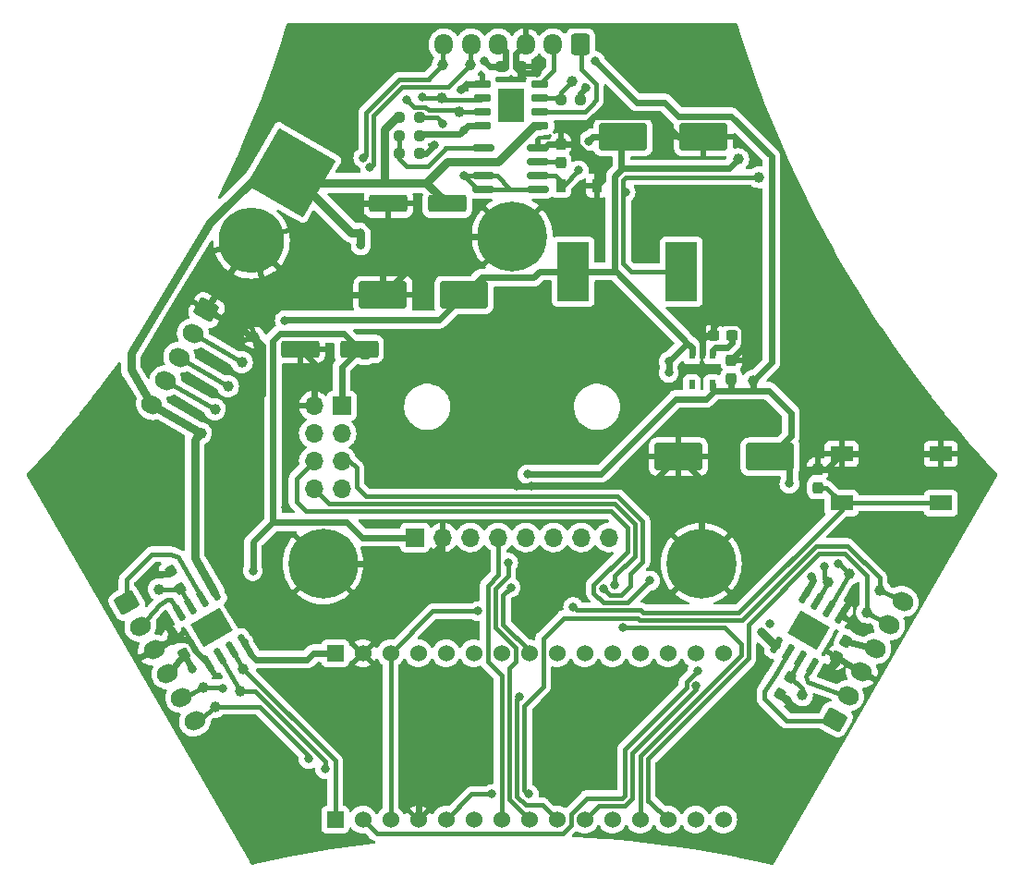
<source format=gbr>
%TF.GenerationSoftware,KiCad,Pcbnew,6.0.8-f2edbf62ab~116~ubuntu22.04.1*%
%TF.CreationDate,2022-10-25T14:13:26+02:00*%
%TF.ProjectId,holonomeRobot_alpha,686f6c6f-6e6f-46d6-9552-6f626f745f61,rev?*%
%TF.SameCoordinates,Original*%
%TF.FileFunction,Copper,L1,Top*%
%TF.FilePolarity,Positive*%
%FSLAX46Y46*%
G04 Gerber Fmt 4.6, Leading zero omitted, Abs format (unit mm)*
G04 Created by KiCad (PCBNEW 6.0.8-f2edbf62ab~116~ubuntu22.04.1) date 2022-10-25 14:13:26*
%MOMM*%
%LPD*%
G01*
G04 APERTURE LIST*
G04 Aperture macros list*
%AMRoundRect*
0 Rectangle with rounded corners*
0 $1 Rounding radius*
0 $2 $3 $4 $5 $6 $7 $8 $9 X,Y pos of 4 corners*
0 Add a 4 corners polygon primitive as box body*
4,1,4,$2,$3,$4,$5,$6,$7,$8,$9,$2,$3,0*
0 Add four circle primitives for the rounded corners*
1,1,$1+$1,$2,$3*
1,1,$1+$1,$4,$5*
1,1,$1+$1,$6,$7*
1,1,$1+$1,$8,$9*
0 Add four rect primitives between the rounded corners*
20,1,$1+$1,$2,$3,$4,$5,0*
20,1,$1+$1,$4,$5,$6,$7,0*
20,1,$1+$1,$6,$7,$8,$9,0*
20,1,$1+$1,$8,$9,$2,$3,0*%
%AMHorizOval*
0 Thick line with rounded ends*
0 $1 width*
0 $2 $3 position (X,Y) of the first rounded end (center of the circle)*
0 $4 $5 position (X,Y) of the second rounded end (center of the circle)*
0 Add line between two ends*
20,1,$1,$2,$3,$4,$5,0*
0 Add two circle primitives to create the rounded ends*
1,1,$1,$2,$3*
1,1,$1,$4,$5*%
%AMRotRect*
0 Rectangle, with rotation*
0 The origin of the aperture is its center*
0 $1 length*
0 $2 width*
0 $3 Rotation angle, in degrees counterclockwise*
0 Add horizontal line*
21,1,$1,$2,0,0,$3*%
G04 Aperture macros list end*
%TA.AperFunction,ComponentPad*%
%ADD10RoundRect,0.250000X-0.927868X0.157115X-0.327868X-0.882115X0.927868X-0.157115X0.327868X0.882115X0*%
%TD*%
%TA.AperFunction,ComponentPad*%
%ADD11HorizOval,1.700000X-0.108253X-0.062500X0.108253X0.062500X0*%
%TD*%
%TA.AperFunction,SMDPad,CuDef*%
%ADD12RoundRect,0.237500X0.237500X-0.300000X0.237500X0.300000X-0.237500X0.300000X-0.237500X-0.300000X0*%
%TD*%
%TA.AperFunction,SMDPad,CuDef*%
%ADD13RoundRect,0.250000X-1.950000X-1.000000X1.950000X-1.000000X1.950000X1.000000X-1.950000X1.000000X0*%
%TD*%
%TA.AperFunction,SMDPad,CuDef*%
%ADD14C,1.000000*%
%TD*%
%TA.AperFunction,SMDPad,CuDef*%
%ADD15R,2.100000X1.400000*%
%TD*%
%TA.AperFunction,SMDPad,CuDef*%
%ADD16RoundRect,0.150000X0.825000X0.150000X-0.825000X0.150000X-0.825000X-0.150000X0.825000X-0.150000X0*%
%TD*%
%TA.AperFunction,SMDPad,CuDef*%
%ADD17RoundRect,0.237500X-0.250000X-0.237500X0.250000X-0.237500X0.250000X0.237500X-0.250000X0.237500X0*%
%TD*%
%TA.AperFunction,ComponentPad*%
%ADD18C,6.000000*%
%TD*%
%TA.AperFunction,ComponentPad*%
%ADD19RotRect,6.000000X6.000000X240.000000*%
%TD*%
%TA.AperFunction,SMDPad,CuDef*%
%ADD20R,2.900000X5.400000*%
%TD*%
%TA.AperFunction,SMDPad,CuDef*%
%ADD21RoundRect,0.237500X-0.237500X0.300000X-0.237500X-0.300000X0.237500X-0.300000X0.237500X0.300000X0*%
%TD*%
%TA.AperFunction,ComponentPad*%
%ADD22RoundRect,0.250000X0.600000X0.725000X-0.600000X0.725000X-0.600000X-0.725000X0.600000X-0.725000X0*%
%TD*%
%TA.AperFunction,ComponentPad*%
%ADD23O,1.700000X1.950000*%
%TD*%
%TA.AperFunction,SMDPad,CuDef*%
%ADD24RoundRect,0.237500X-0.355681X0.141058X-0.055681X-0.378558X0.355681X-0.141058X0.055681X0.378558X0*%
%TD*%
%TA.AperFunction,ComponentPad*%
%ADD25C,6.400000*%
%TD*%
%TA.AperFunction,SMDPad,CuDef*%
%ADD26RoundRect,0.250000X1.950000X1.000000X-1.950000X1.000000X-1.950000X-1.000000X1.950000X-1.000000X0*%
%TD*%
%TA.AperFunction,SMDPad,CuDef*%
%ADD27RoundRect,0.237500X-0.080681X0.335256X-0.330681X-0.097756X0.080681X-0.335256X0.330681X0.097756X0*%
%TD*%
%TA.AperFunction,SMDPad,CuDef*%
%ADD28RoundRect,0.237500X0.300000X0.237500X-0.300000X0.237500X-0.300000X-0.237500X0.300000X-0.237500X0*%
%TD*%
%TA.AperFunction,ComponentPad*%
%ADD29R,1.530000X1.530000*%
%TD*%
%TA.AperFunction,ComponentPad*%
%ADD30C,1.530000*%
%TD*%
%TA.AperFunction,ComponentPad*%
%ADD31R,1.700000X1.700000*%
%TD*%
%TA.AperFunction,ComponentPad*%
%ADD32O,1.700000X1.700000*%
%TD*%
%TA.AperFunction,ComponentPad*%
%ADD33RoundRect,0.250000X0.327868X-0.882115X0.927868X0.157115X-0.327868X0.882115X-0.927868X-0.157115X0*%
%TD*%
%TA.AperFunction,ComponentPad*%
%ADD34HorizOval,1.700000X-0.108253X0.062500X0.108253X-0.062500X0*%
%TD*%
%TA.AperFunction,SMDPad,CuDef*%
%ADD35RoundRect,0.150000X0.195096X0.637917X-0.454904X-0.487917X-0.195096X-0.637917X0.454904X0.487917X0*%
%TD*%
%TA.AperFunction,SMDPad,CuDef*%
%ADD36RotRect,2.410000X3.100000X240.000000*%
%TD*%
%TA.AperFunction,SMDPad,CuDef*%
%ADD37RoundRect,0.150000X-0.650000X-0.150000X0.650000X-0.150000X0.650000X0.150000X-0.650000X0.150000X0*%
%TD*%
%TA.AperFunction,SMDPad,CuDef*%
%ADD38R,2.410000X3.100000*%
%TD*%
%TA.AperFunction,SMDPad,CuDef*%
%ADD39RoundRect,0.150000X0.454904X-0.487917X-0.195096X0.637917X-0.454904X0.487917X0.195096X-0.637917X0*%
%TD*%
%TA.AperFunction,SMDPad,CuDef*%
%ADD40RotRect,2.410000X3.100000X120.000000*%
%TD*%
%TA.AperFunction,ComponentPad*%
%ADD41RoundRect,0.250000X-0.327868X0.882115X-0.927868X-0.157115X0.327868X-0.882115X0.927868X0.157115X0*%
%TD*%
%TA.AperFunction,SMDPad,CuDef*%
%ADD42R,0.900000X1.200000*%
%TD*%
%TA.AperFunction,SMDPad,CuDef*%
%ADD43RoundRect,0.250000X1.500000X0.550000X-1.500000X0.550000X-1.500000X-0.550000X1.500000X-0.550000X0*%
%TD*%
%TA.AperFunction,SMDPad,CuDef*%
%ADD44RoundRect,0.237500X0.055681X-0.378558X0.355681X0.141058X-0.055681X0.378558X-0.355681X-0.141058X0*%
%TD*%
%TA.AperFunction,SMDPad,CuDef*%
%ADD45RoundRect,0.237500X0.330681X-0.097756X0.080681X0.335256X-0.330681X0.097756X-0.080681X-0.335256X0*%
%TD*%
%TA.AperFunction,SMDPad,CuDef*%
%ADD46R,0.600000X0.900000*%
%TD*%
%TA.AperFunction,SMDPad,CuDef*%
%ADD47RoundRect,0.237500X0.250000X0.237500X-0.250000X0.237500X-0.250000X-0.237500X0.250000X-0.237500X0*%
%TD*%
%TA.AperFunction,ViaPad*%
%ADD48C,0.800000*%
%TD*%
%TA.AperFunction,Conductor*%
%ADD49C,0.400000*%
%TD*%
%TA.AperFunction,Conductor*%
%ADD50C,0.800000*%
%TD*%
%TA.AperFunction,Conductor*%
%ADD51C,0.600000*%
%TD*%
G04 APERTURE END LIST*
D10*
%TO.P,J4,1,Pin_1*%
%TO.N,Net-(U4-Pad6)*%
X91694000Y-115189000D03*
D11*
%TO.P,J4,2,Pin_2*%
%TO.N,Net-(U4-Pad8)*%
X92944000Y-117354064D03*
%TO.P,J4,3,Pin_3*%
%TO.N,GND*%
X94194000Y-119519127D03*
%TO.P,J4,4,Pin_4*%
%TO.N,+3.3V*%
X95444000Y-121684191D03*
%TO.P,J4,5,Pin_5*%
%TO.N,MotorB_EncA*%
X96694000Y-123849254D03*
%TO.P,J4,6,Pin_6*%
%TO.N,MotorB_EncB*%
X97944000Y-126014318D03*
%TD*%
D12*
%TO.P,C3,1*%
%TO.N,+3.3V*%
X147075500Y-94664700D03*
%TO.P,C3,2*%
%TO.N,GND*%
X147075500Y-92939700D03*
%TD*%
D13*
%TO.P,C7,1*%
%TO.N,+5V*%
X137143000Y-72517000D03*
%TO.P,C7,2*%
%TO.N,GND*%
X144543000Y-72517000D03*
%TD*%
D12*
%TO.P,C5,1*%
%TO.N,Net-(C5-Pad1)*%
X131445000Y-74903500D03*
%TO.P,C5,2*%
%TO.N,GND*%
X131445000Y-73178500D03*
%TD*%
D14*
%TO.P,TP20,1,1*%
%TO.N,MotorC_EncB*%
X160655000Y-114046000D03*
%TD*%
D15*
%TO.P,SW1,1,1*%
%TO.N,NRST*%
X166275200Y-106049200D03*
X157175200Y-106049200D03*
%TO.P,SW1,2,2*%
%TO.N,GND*%
X166275200Y-101549200D03*
X157175200Y-101549200D03*
%TD*%
D16*
%TO.P,U1,1,SwC*%
%TO.N,Net-(R1-Pad1)*%
X129348000Y-77343000D03*
%TO.P,U1,2,SwE*%
%TO.N,Net-(D1-Pad1)*%
X129348000Y-76073000D03*
%TO.P,U1,3,TC*%
%TO.N,Net-(C5-Pad1)*%
X129348000Y-74803000D03*
%TO.P,U1,4,GND*%
%TO.N,GND*%
X129348000Y-73533000D03*
%TO.P,U1,5,Vfb*%
%TO.N,Net-(R2-Pad1)*%
X124398000Y-73533000D03*
%TO.P,U1,6,Vin*%
%TO.N,V_BAT*%
X124398000Y-74803000D03*
%TO.P,U1,7,Ipk*%
%TO.N,Net-(R1-Pad1)*%
X124398000Y-76073000D03*
%TO.P,U1,8,DC*%
X124398000Y-77343000D03*
%TD*%
D17*
%TO.P,R4,1*%
%TO.N,Net-(R4-Pad1)*%
X131438500Y-69088000D03*
%TO.P,R4,2*%
%TO.N,GND*%
X133263500Y-69088000D03*
%TD*%
D14*
%TO.P,TP11,1,1*%
%TO.N,MotorA_EncA*%
X123190000Y-65913000D03*
%TD*%
%TO.P,TP12,1,1*%
%TO.N,Net-(R4-Pad1)*%
X132461000Y-67437000D03*
%TD*%
%TO.P,TP15,1,1*%
%TO.N,MotorB_EncB*%
X99822000Y-124714000D03*
%TD*%
D18*
%TO.P,J1,N,NEG*%
%TO.N,GND*%
X103124000Y-81991200D03*
D19*
%TO.P,J1,P,POS*%
%TO.N,V_BAT*%
X106724000Y-75755818D03*
%TD*%
D20*
%TO.P,L1,1,1*%
%TO.N,Net-(D1-Pad1)*%
X142491000Y-84836000D03*
%TO.P,L1,2,2*%
%TO.N,+5V*%
X132591000Y-84836000D03*
%TD*%
D14*
%TO.P,TP17,1,1*%
%TO.N,Net-(R5-Pad1)*%
X94620780Y-113952135D03*
%TD*%
D21*
%TO.P,C12,1*%
%TO.N,GND*%
X154994200Y-102936700D03*
%TO.P,C12,2*%
%TO.N,NRST*%
X154994200Y-104661700D03*
%TD*%
D22*
%TO.P,J3,1,Pin_1*%
%TO.N,Net-(J3-Pad1)*%
X133250000Y-64029000D03*
D23*
%TO.P,J3,2,Pin_2*%
%TO.N,Net-(J3-Pad2)*%
X130750000Y-64029000D03*
%TO.P,J3,3,Pin_3*%
%TO.N,GND*%
X128250000Y-64029000D03*
%TO.P,J3,4,Pin_4*%
%TO.N,+3.3V*%
X125750000Y-64029000D03*
%TO.P,J3,5,Pin_5*%
%TO.N,MotorA_EncA*%
X123250000Y-64029000D03*
%TO.P,J3,6,Pin_6*%
%TO.N,MotorA_EncB*%
X120750000Y-64029000D03*
%TD*%
D14*
%TO.P,TP23,1,1*%
%TO.N,MotorC_IN2*%
X157902926Y-112547238D03*
%TD*%
D24*
%TO.P,C9,1*%
%TO.N,GND*%
X96040148Y-118442553D03*
%TO.P,C9,2*%
%TO.N,+3.3V*%
X96902648Y-119936447D03*
%TD*%
D17*
%TO.P,R3,1*%
%TO.N,Net-(R2-Pad1)*%
X116689500Y-74041000D03*
%TO.P,R3,2*%
%TO.N,GND*%
X118514500Y-74041000D03*
%TD*%
D25*
%TO.P,H3,1,1*%
%TO.N,GND*%
X109679490Y-111600000D03*
%TD*%
D14*
%TO.P,TP16,1,1*%
%TO.N,MotorB_EncA*%
X98679000Y-122936000D03*
%TD*%
D26*
%TO.P,C4,1*%
%TO.N,+3.3V*%
X150640500Y-101803200D03*
%TO.P,C4,2*%
%TO.N,GND*%
X142240500Y-101803200D03*
%TD*%
D27*
%TO.P,R6,1*%
%TO.N,Net-(R6-Pad1)*%
X152453676Y-121985616D03*
%TO.P,R6,2*%
%TO.N,GND*%
X151541176Y-123566112D03*
%TD*%
D28*
%TO.P,C2,1*%
%TO.N,+5V*%
X147141100Y-90703400D03*
%TO.P,C2,2*%
%TO.N,GND*%
X145416100Y-90703400D03*
%TD*%
D14*
%TO.P,TP13,1,1*%
%TO.N,MotorA_IN2*%
X120540000Y-68961000D03*
%TD*%
D28*
%TO.P,C8,1*%
%TO.N,GND*%
X127752500Y-66040000D03*
%TO.P,C8,2*%
%TO.N,+3.3V*%
X126027500Y-66040000D03*
%TD*%
D14*
%TO.P,TP7,1,1*%
%TO.N,Net-(D1-Pad1)*%
X149606000Y-76200000D03*
%TD*%
D29*
%TO.P,U3,1,PA9*%
%TO.N,MotorB_IN1*%
X110785000Y-135054500D03*
D30*
%TO.P,U3,2,PA10*%
%TO.N,MotorC_IN1*%
X113325000Y-135054500D03*
%TO.P,U3,3,NRST*%
%TO.N,NRST*%
X115865000Y-135054500D03*
X115865000Y-119814500D03*
%TO.P,U3,4,GND*%
%TO.N,GND*%
X113325000Y-119814500D03*
X118405000Y-135054500D03*
%TO.P,U3,5,PA12*%
%TO.N,MotorC_EncB*%
X120945000Y-135054500D03*
%TO.P,U3,6,PB0*%
%TO.N,MotorB_IN2*%
X123485000Y-135054500D03*
%TO.P,U3,7,PB7*%
%TO.N,I2C_SDA*%
X126025000Y-135054500D03*
%TO.P,U3,8,PA15*%
%TO.N,I2C_SCL*%
X128565000Y-135054500D03*
%TO.P,U3,9,PB6*%
%TO.N,SPI_CSN*%
X131105000Y-135054500D03*
%TO.P,U3,10,PF0*%
%TO.N,MotorC_IN2*%
X133645000Y-135054500D03*
%TO.P,U3,11,PF1*%
%TO.N,unconnected-(U3-Pad11)*%
X136185000Y-135054500D03*
%TO.P,U3,12,PA8*%
%TO.N,MotorA_IN1*%
X138725000Y-135054500D03*
%TO.P,U3,13,PA11*%
%TO.N,MotorC_EncA*%
X141265000Y-135054500D03*
%TO.P,U3,14,PB5*%
%TO.N,SPI_MOSI*%
X143805000Y-135054500D03*
%TO.P,U3,15,PB4*%
%TO.N,SPI_MISO*%
X146345000Y-135054500D03*
D29*
%TO.P,U3,16,Vin*%
%TO.N,+5V*%
X110785000Y-119814500D03*
D30*
%TO.P,U3,19,+5V*%
%TO.N,unconnected-(U3-Pad19)*%
X118405000Y-119814500D03*
%TO.P,U3,20,PA2*%
%TO.N,unconnected-(U3-Pad20)*%
X120945000Y-119814500D03*
%TO.P,U3,21,PA7*%
%TO.N,MotorA_IN2*%
X123485000Y-119814500D03*
%TO.P,U3,22,PA6/PA15*%
%TO.N,MotorB_EncA*%
X126025000Y-119814500D03*
%TO.P,U3,23,PA5/PB7*%
%TO.N,SPI_CE*%
X128565000Y-119814500D03*
%TO.P,U3,24,PA4*%
%TO.N,MotorB_EncB*%
X131105000Y-119814500D03*
%TO.P,U3,25,PA3*%
%TO.N,unconnected-(U3-Pad25)*%
X133645000Y-119814500D03*
%TO.P,U3,26,PA1*%
%TO.N,MotorA_EncB*%
X136185000Y-119814500D03*
%TO.P,U3,27,PA0*%
%TO.N,MotorA_EncA*%
X138725000Y-119814500D03*
%TO.P,U3,28,AVDD*%
%TO.N,unconnected-(U3-Pad28)*%
X141265000Y-119814500D03*
%TO.P,U3,29,+3.3V*%
%TO.N,unconnected-(U3-Pad29)*%
X143805000Y-119814500D03*
%TO.P,U3,30,PB3/PB8*%
%TO.N,SPI_CLK*%
X146345000Y-119814500D03*
%TD*%
D14*
%TO.P,TP14,1,1*%
%TO.N,MotorA_IN1*%
X122191000Y-70231000D03*
%TD*%
D31*
%TO.P,J6,1,Pin_1*%
%TO.N,+3.3V*%
X111373600Y-97139600D03*
D32*
%TO.P,J6,2,Pin_2*%
%TO.N,GND*%
X108833600Y-97139600D03*
%TO.P,J6,3,Pin_3*%
%TO.N,SPI_CSN*%
X111373600Y-99679600D03*
%TO.P,J6,4,Pin_4*%
%TO.N,SPI_CE*%
X108833600Y-99679600D03*
%TO.P,J6,5,Pin_5*%
%TO.N,SPI_MOSI*%
X111373600Y-102219600D03*
%TO.P,J6,6,Pin_6*%
%TO.N,SPI_CLK*%
X108833600Y-102219600D03*
%TO.P,J6,7,Pin_7*%
%TO.N,unconnected-(J6-Pad7)*%
X111373600Y-104759600D03*
%TO.P,J6,8,Pin_8*%
%TO.N,SPI_MISO*%
X108833600Y-104759600D03*
%TD*%
D14*
%TO.P,TP21,1,1*%
%TO.N,MotorC_EncA*%
X159512000Y-116078000D03*
%TD*%
D25*
%TO.P,H2,1,1*%
%TO.N,GND*%
X144320510Y-111600000D03*
%TD*%
D14*
%TO.P,TP4,1,1*%
%TO.N,V_CELL_2_3*%
X100975439Y-95364618D03*
%TD*%
D17*
%TO.P,R2,1*%
%TO.N,Net-(R2-Pad1)*%
X116689500Y-72390000D03*
%TO.P,R2,2*%
%TO.N,+5V*%
X118514500Y-72390000D03*
%TD*%
D14*
%TO.P,TP6,1,1*%
%TO.N,GND*%
X103405454Y-90901709D03*
%TD*%
%TO.P,TP1,1,1*%
%TO.N,+3.3V*%
X149107500Y-94818200D03*
%TD*%
D33*
%TO.P,J7,1,Pin_1*%
%TO.N,Net-(J7-Pad1)*%
X156524000Y-125875191D03*
D34*
%TO.P,J7,2,Pin_2*%
%TO.N,Net-(J7-Pad2)*%
X157774000Y-123710127D03*
%TO.P,J7,3,Pin_3*%
%TO.N,GND*%
X159024000Y-121545064D03*
%TO.P,J7,4,Pin_4*%
%TO.N,+3.3V*%
X160274000Y-119380000D03*
%TO.P,J7,5,Pin_5*%
%TO.N,MotorC_EncA*%
X161524000Y-117214937D03*
%TO.P,J7,6,Pin_6*%
%TO.N,MotorC_EncB*%
X162774000Y-115049873D03*
%TD*%
D14*
%TO.P,TP18,1,1*%
%TO.N,MotorB_IN2*%
X102066073Y-123291761D03*
%TD*%
D25*
%TO.P,H1,1,1*%
%TO.N,GND*%
X127000000Y-81600000D03*
%TD*%
D35*
%TO.P,U5,1,GND*%
%TO.N,GND*%
X157152778Y-116386533D03*
%TO.P,U5,2,IN2*%
%TO.N,MotorC_IN2*%
X156052926Y-115751533D03*
%TO.P,U5,3,IN1*%
%TO.N,MotorC_IN1*%
X154953074Y-115116533D03*
%TO.P,U5,4,Vref*%
%TO.N,+5V*%
X153853222Y-114481533D03*
%TO.P,U5,5,VM*%
%TO.N,V_BAT*%
X151203222Y-119071467D03*
%TO.P,U5,6,OUT1*%
%TO.N,Net-(J7-Pad1)*%
X152303074Y-119706467D03*
%TO.P,U5,7,RS*%
%TO.N,Net-(R6-Pad1)*%
X153402926Y-120341467D03*
%TO.P,U5,8,OUT2*%
%TO.N,Net-(J7-Pad2)*%
X154502778Y-120976467D03*
D36*
%TO.P,U5,9*%
%TO.N,N/C*%
X154178000Y-117729000D03*
%TD*%
D37*
%TO.P,U2,1,GND*%
%TO.N,GND*%
X124240000Y-67691000D03*
%TO.P,U2,2,IN2*%
%TO.N,MotorA_IN2*%
X124240000Y-68961000D03*
%TO.P,U2,3,IN1*%
%TO.N,MotorA_IN1*%
X124240000Y-70231000D03*
%TO.P,U2,4,Vref*%
%TO.N,+5V*%
X124240000Y-71501000D03*
%TO.P,U2,5,VM*%
%TO.N,V_BAT*%
X129540000Y-71501000D03*
%TO.P,U2,6,OUT1*%
%TO.N,Net-(J3-Pad1)*%
X129540000Y-70231000D03*
%TO.P,U2,7,RS*%
%TO.N,Net-(R4-Pad1)*%
X129540000Y-68961000D03*
%TO.P,U2,8,OUT2*%
%TO.N,Net-(J3-Pad2)*%
X129540000Y-67691000D03*
D38*
%TO.P,U2,9*%
%TO.N,N/C*%
X126890000Y-69596000D03*
%TD*%
D14*
%TO.P,TP2,1,1*%
%TO.N,V_BAT*%
X98498939Y-99654042D03*
%TD*%
D39*
%TO.P,U4,1,GND*%
%TO.N,GND*%
X99116222Y-120722467D03*
%TO.P,U4,2,IN2*%
%TO.N,MotorB_IN2*%
X100216074Y-120087467D03*
%TO.P,U4,3,IN1*%
%TO.N,MotorB_IN1*%
X101315926Y-119452467D03*
%TO.P,U4,4,Vref*%
%TO.N,+5V*%
X102415778Y-118817467D03*
%TO.P,U4,5,VM*%
%TO.N,V_BAT*%
X99765778Y-114227533D03*
%TO.P,U4,6,OUT1*%
%TO.N,Net-(U4-Pad6)*%
X98665926Y-114862533D03*
%TO.P,U4,7,RS*%
%TO.N,Net-(R5-Pad1)*%
X97566074Y-115497533D03*
%TO.P,U4,8,OUT2*%
%TO.N,Net-(U4-Pad8)*%
X96466222Y-116132533D03*
D40*
%TO.P,U4,9*%
%TO.N,N/C*%
X99441000Y-117475000D03*
%TD*%
D14*
%TO.P,TP24,1,1*%
%TO.N,MotorC_IN1*%
X155977573Y-113342046D03*
%TD*%
D41*
%TO.P,J2,1,Pin_1*%
%TO.N,GND*%
X99006044Y-88361709D03*
D34*
%TO.P,J2,2,Pin_2*%
%TO.N,V_CELL_1_2*%
X97756044Y-90526773D03*
%TO.P,J2,3,Pin_3*%
%TO.N,V_CELL_2_3*%
X96506044Y-92691836D03*
%TO.P,J2,4,Pin_4*%
%TO.N,V_CELL_3_4*%
X95256044Y-94856900D03*
%TO.P,J2,5,Pin_5*%
%TO.N,V_BAT*%
X94006044Y-97021963D03*
%TD*%
D42*
%TO.P,D1,1,K*%
%TO.N,Net-(D1-Pad1)*%
X131446000Y-76962000D03*
%TO.P,D1,2,A*%
%TO.N,GND*%
X134746000Y-76962000D03*
%TD*%
D26*
%TO.P,C6,1*%
%TO.N,+5V*%
X122572000Y-86995000D03*
%TO.P,C6,2*%
%TO.N,GND*%
X115172000Y-86995000D03*
%TD*%
D14*
%TO.P,TP9,1,1*%
%TO.N,+5V*%
X147701000Y-74549000D03*
%TD*%
%TO.P,TP19,1,1*%
%TO.N,MotorB_IN1*%
X102340426Y-121226953D03*
%TD*%
D43*
%TO.P,C10,1*%
%TO.N,+3.3V*%
X112986800Y-91948000D03*
%TO.P,C10,2*%
%TO.N,GND*%
X107586800Y-91948000D03*
%TD*%
D44*
%TO.P,C11,1*%
%TO.N,GND*%
X156716351Y-120190447D03*
%TO.P,C11,2*%
%TO.N,+3.3V*%
X157578851Y-118696553D03*
%TD*%
D45*
%TO.P,R5,1*%
%TO.N,Net-(R5-Pad1)*%
X96616823Y-113853383D03*
%TO.P,R5,2*%
%TO.N,GND*%
X95704323Y-112272887D03*
%TD*%
D14*
%TO.P,TP5,1,1*%
%TO.N,V_CELL_1_2*%
X102245439Y-93164914D03*
%TD*%
D46*
%TO.P,PS1,1,VIN*%
%TO.N,+5V*%
X145358500Y-92402200D03*
%TO.P,PS1,2,GND*%
%TO.N,GND*%
X144408500Y-92402200D03*
%TO.P,PS1,3,STBY*%
%TO.N,+5V*%
X143458500Y-92402200D03*
%TO.P,PS1,4,N.C.*%
%TO.N,unconnected-(PS1-Pad4)*%
X143458500Y-95202200D03*
%TO.P,PS1,5,VOUT*%
%TO.N,+3.3V*%
X145358500Y-95202200D03*
%TD*%
D43*
%TO.P,C1,1*%
%TO.N,V_BAT*%
X121064000Y-78613000D03*
%TO.P,C1,2*%
%TO.N,GND*%
X115664000Y-78613000D03*
%TD*%
D47*
%TO.P,R1,1*%
%TO.N,Net-(R1-Pad1)*%
X118514500Y-70739000D03*
%TO.P,R1,2*%
%TO.N,V_BAT*%
X116689500Y-70739000D03*
%TD*%
D14*
%TO.P,TP10,1,1*%
%TO.N,MotorA_EncB*%
X120650000Y-65913000D03*
%TD*%
%TO.P,TP3,1,1*%
%TO.N,V_CELL_3_4*%
X99768939Y-97454337D03*
%TD*%
%TO.P,TP22,1,1*%
%TO.N,Net-(R6-Pad1)*%
X153537219Y-123664864D03*
%TD*%
D31*
%TO.P,J5,1,Pin_1*%
%TO.N,+3.3V*%
X118110000Y-109200000D03*
D32*
%TO.P,J5,2,Pin_2*%
%TO.N,GND*%
X120650000Y-109200000D03*
%TO.P,J5,3,Pin_3*%
%TO.N,I2C_SCL*%
X123190000Y-109200000D03*
%TO.P,J5,4,Pin_4*%
%TO.N,I2C_SDA*%
X125730000Y-109200000D03*
%TO.P,J5,5,Pin_5*%
%TO.N,unconnected-(J5-Pad5)*%
X128270000Y-109200000D03*
%TO.P,J5,6,Pin_6*%
%TO.N,unconnected-(J5-Pad6)*%
X130810000Y-109200000D03*
%TO.P,J5,7,Pin_7*%
%TO.N,unconnected-(J5-Pad7)*%
X133350000Y-109200000D03*
%TO.P,J5,8,Pin_8*%
%TO.N,unconnected-(J5-Pad8)*%
X135890000Y-109200000D03*
%TD*%
D48*
%TO.N,V_BAT*%
X150622000Y-117094000D03*
X149860000Y-117856000D03*
X113130000Y-82423000D03*
X113129500Y-81280000D03*
%TO.N,GND*%
X130175000Y-113157000D03*
X127381000Y-104521000D03*
X127000000Y-101600000D03*
X138176000Y-123825000D03*
X158242000Y-114554000D03*
X144399000Y-89789000D03*
X135564000Y-70567500D03*
X128778000Y-104521000D03*
X155956000Y-121539000D03*
X129921000Y-93599000D03*
X122301000Y-68188500D03*
X152146000Y-105791000D03*
X129286000Y-125603000D03*
X106273600Y-106476800D03*
X132588000Y-129413000D03*
X129276707Y-66682207D03*
X123444000Y-117475000D03*
X118364000Y-125730000D03*
X155956000Y-121539000D03*
X94107000Y-112522000D03*
X144272000Y-128143000D03*
X152707130Y-124763349D03*
X133793457Y-68009543D03*
X103378000Y-101600000D03*
X95123000Y-116967000D03*
X106324400Y-94030800D03*
X123825000Y-130937000D03*
X113030000Y-78613000D03*
X119888000Y-73279000D03*
X128651000Y-117221000D03*
%TO.N,+5V*%
X141351000Y-94107000D03*
X106172000Y-89306400D03*
X134004213Y-72878787D03*
X154432000Y-112776000D03*
X122555000Y-71882000D03*
X141351000Y-93091000D03*
%TO.N,+3.3V*%
X97663000Y-121285000D03*
X103251000Y-112268000D03*
X134604000Y-65548000D03*
X124460000Y-65532000D03*
X128422400Y-103428800D03*
X152400000Y-104267000D03*
%TO.N,NRST*%
X132588000Y-115570000D03*
X123860500Y-115951000D03*
%TO.N,Net-(D1-Pad1)*%
X133096000Y-75565000D03*
X137380500Y-77597000D03*
%TO.N,MotorA_EncA*%
X113989500Y-75327000D03*
%TO.N,MotorA_EncB*%
X113369048Y-74419286D03*
%TO.N,MotorB_EncA*%
X100457000Y-123063000D03*
%TO.N,MotorB_EncB*%
X108361219Y-129509782D03*
%TO.N,I2C_SCL*%
X126629500Y-111506000D03*
%TO.N,SPI_CE*%
X126873000Y-113792000D03*
%TO.N,SPI_CSN*%
X127666855Y-123791059D03*
%TO.N,SPI_CLK*%
X139624500Y-113157000D03*
%TO.N,SPI_MOSI*%
X135376422Y-113904653D03*
%TO.N,SPI_MISO*%
X136425500Y-113575500D03*
%TO.N,MotorC_EncB*%
X128524000Y-132715000D03*
X125125500Y-132715000D03*
%TO.N,Net-(R1-Pad1)*%
X122555000Y-76073000D03*
X120650000Y-71279500D03*
%TO.N,MotorA_IN2*%
X118745000Y-68844500D03*
%TO.N,MotorA_IN1*%
X137125500Y-117475000D03*
X117348000Y-69088000D03*
%TO.N,MotorB_IN2*%
X109885500Y-130429000D03*
%TO.N,MotorC_IN2*%
X143879197Y-122797197D03*
X156845000Y-111581500D03*
%TO.N,MotorC_IN1*%
X144005154Y-121399154D03*
X155575000Y-111887000D03*
%TD*%
D49*
%TO.N,MotorB_EncA*%
X98679000Y-122936000D02*
X100330000Y-122936000D01*
X100330000Y-122936000D02*
X100457000Y-123063000D01*
D50*
%TO.N,V_BAT*%
X103949182Y-75755818D02*
X106724000Y-75755818D01*
X98123990Y-100028990D02*
X98498939Y-99654042D01*
X113130000Y-82423000D02*
X113130000Y-81280500D01*
X94006044Y-97021963D02*
X92075000Y-93853000D01*
X124398000Y-74803000D02*
X125730000Y-74803000D01*
X119146007Y-76708000D02*
X119126000Y-76708000D01*
X92075000Y-92329000D02*
X99314000Y-80391000D01*
X119126000Y-76708000D02*
X115189000Y-76708000D01*
X106724000Y-75755818D02*
X112248182Y-81280000D01*
X99765778Y-114227533D02*
X97917000Y-111125000D01*
X121051007Y-74803000D02*
X119146007Y-76708000D01*
X97917000Y-111125000D02*
X97917000Y-100235980D01*
X97917000Y-100235980D02*
X98123990Y-100028990D01*
X115316000Y-71808753D02*
X115316000Y-76581000D01*
X151075467Y-119071467D02*
X149860000Y-117856000D01*
X115316000Y-76581000D02*
X115189000Y-76708000D01*
X99314000Y-80391000D02*
X103949182Y-75755818D01*
X113130000Y-81280500D02*
X113129500Y-81280000D01*
X125730000Y-74803000D02*
X129032000Y-71501000D01*
X121064000Y-78613000D02*
X121031000Y-78613000D01*
X124398000Y-74803000D02*
X121051007Y-74803000D01*
X116385753Y-70739000D02*
X115316000Y-71808753D01*
X121031000Y-78613000D02*
X119126000Y-76708000D01*
X112248182Y-81280000D02*
X113129500Y-81280000D01*
X129032000Y-71501000D02*
X129540000Y-71501000D01*
X94006044Y-97021963D02*
X98498939Y-99654042D01*
X92075000Y-93853000D02*
X92075000Y-92329000D01*
X151203222Y-119071467D02*
X151075467Y-119071467D01*
X116689500Y-70739000D02*
X116385753Y-70739000D01*
X115189000Y-76708000D02*
X107676182Y-76708000D01*
X107676182Y-76708000D02*
X106724000Y-75755818D01*
D51*
%TO.N,GND*%
X166275200Y-101549200D02*
X157175200Y-101549200D01*
X142240000Y-72517000D02*
X144543000Y-72517000D01*
X129276707Y-66682207D02*
X127886707Y-66682207D01*
X156716351Y-120778649D02*
X155956000Y-121539000D01*
X144856200Y-90703400D02*
X145416100Y-90703400D01*
X144408500Y-91151100D02*
X144856200Y-90703400D01*
X120650000Y-109703000D02*
X120650000Y-109728000D01*
X148278600Y-91736600D02*
X148278600Y-90118996D01*
X132890418Y-73178500D02*
X131445000Y-73178500D01*
X128778000Y-104521000D02*
X139522700Y-104521000D01*
X132890418Y-72214582D02*
X134438000Y-70667000D01*
X135255000Y-75543082D02*
X132890418Y-73178500D01*
X144399000Y-91141600D02*
X144408500Y-91151100D01*
X111379000Y-109900490D02*
X109679490Y-111600000D01*
X103378000Y-101600000D02*
X103378000Y-96901000D01*
X115172000Y-86995000D02*
X108127800Y-86995000D01*
X115172000Y-81766866D02*
X115172000Y-86995000D01*
X152732490Y-105712510D02*
X144320510Y-105712510D01*
X124240000Y-67691000D02*
X122798500Y-67691000D01*
X158978600Y-121605105D02*
X156716351Y-120190447D01*
X129348000Y-73533000D02*
X129921000Y-73533000D01*
X147075500Y-92939700D02*
X148278600Y-91736600D01*
X108127800Y-86995000D02*
X103124000Y-81991200D01*
X151541176Y-123597395D02*
X152707130Y-124763349D01*
X120567000Y-81600000D02*
X127000000Y-81600000D01*
X133263500Y-69088000D02*
X133263500Y-68539500D01*
X103378000Y-96901000D02*
X104140000Y-96139000D01*
X118514500Y-74041000D02*
X119126000Y-74041000D01*
X127886707Y-66682207D02*
X127315800Y-66111300D01*
X119126000Y-74041000D02*
X119888000Y-73279000D01*
X147694604Y-89535000D02*
X145796000Y-89535000D01*
X154619300Y-102936700D02*
X153543000Y-104013000D01*
X118778000Y-111600000D02*
X109679490Y-111600000D01*
X139522700Y-104521000D02*
X142240500Y-101803200D01*
X94107000Y-112522000D02*
X95455210Y-112522000D01*
X129921000Y-73533000D02*
X130275500Y-73178500D01*
X128778000Y-104521000D02*
X127381000Y-104521000D01*
X154994200Y-102936700D02*
X155787700Y-102936700D01*
X103124000Y-81991200D02*
X103124000Y-84243753D01*
X98044000Y-119634000D02*
X97409000Y-118618000D01*
X140390000Y-70667000D02*
X142240000Y-72517000D01*
X122798500Y-67691000D02*
X122301000Y-68188500D01*
X134746000Y-76962000D02*
X135255000Y-76453000D01*
X99006044Y-88361709D02*
X103124000Y-81991200D01*
X113585134Y-80180000D02*
X115172000Y-81766866D01*
X142240500Y-101803200D02*
X144320510Y-103883210D01*
X96040148Y-117884148D02*
X95123000Y-116967000D01*
X115172000Y-86995000D02*
X120567000Y-81600000D01*
X144320510Y-105712510D02*
X144320510Y-111600000D01*
X145796000Y-89535000D02*
X145416100Y-89914900D01*
X113030000Y-79629000D02*
X113581000Y-80180000D01*
X128270000Y-63938000D02*
X128270000Y-63169800D01*
X144320510Y-103883210D02*
X144320510Y-105712510D01*
X130275500Y-73178500D02*
X131445000Y-73178500D01*
X96040148Y-118442553D02*
X96040148Y-117884148D01*
X115664000Y-78613000D02*
X113030000Y-78613000D01*
X132890418Y-73178500D02*
X132890418Y-72214582D01*
X135255000Y-76453000D02*
X135255000Y-75543082D01*
X153543000Y-104902000D02*
X152732490Y-105712510D01*
X103405454Y-90901709D02*
X99006044Y-88361709D01*
X156716351Y-120190447D02*
X156716351Y-120778649D01*
X99116222Y-120722467D02*
X98044000Y-119634000D01*
X154994200Y-102936700D02*
X154619300Y-102936700D01*
X144408500Y-92402200D02*
X144408500Y-91151100D01*
X153543000Y-104013000D02*
X153543000Y-104902000D01*
X133263500Y-68539500D02*
X133793457Y-68009543D01*
X148278600Y-90118996D02*
X147694604Y-89535000D01*
X144399000Y-89789000D02*
X144399000Y-91141600D01*
X96040148Y-118442553D02*
X94208600Y-119537286D01*
X151541176Y-123566112D02*
X151541176Y-123597395D01*
X118405000Y-135054500D02*
X118405000Y-125771000D01*
X155787700Y-102936700D02*
X157175200Y-101549200D01*
X127315800Y-64892200D02*
X128270000Y-63938000D01*
X127315800Y-66111300D02*
X127315800Y-64892200D01*
X157152778Y-116386533D02*
X158242000Y-114554000D01*
X97409000Y-118618000D02*
X96040148Y-118442553D01*
X104140000Y-96139000D02*
X104140000Y-91636255D01*
X113030000Y-78613000D02*
X113030000Y-79629000D01*
X108833600Y-93194800D02*
X107586800Y-91948000D01*
X108833600Y-97139600D02*
X108833600Y-93194800D01*
X113581000Y-80180000D02*
X113585134Y-80180000D01*
X134438000Y-70667000D02*
X140390000Y-70667000D01*
X118405000Y-125771000D02*
X118364000Y-125730000D01*
X104140000Y-91636255D02*
X103405454Y-90901709D01*
X95455210Y-112522000D02*
X95704323Y-112272887D01*
X145416100Y-89914900D02*
X145416100Y-90703400D01*
X120650000Y-109728000D02*
X118778000Y-111600000D01*
%TO.N,+5V*%
X124167000Y-85400000D02*
X127183000Y-85400000D01*
X134004213Y-72878787D02*
X134366000Y-72517000D01*
X102416533Y-118817467D02*
X102489000Y-118745000D01*
X129540000Y-84836000D02*
X128976000Y-85400000D01*
X122936000Y-71501000D02*
X122555000Y-71882000D01*
X106172000Y-89306400D02*
X106222800Y-89255600D01*
X137016000Y-75487629D02*
X137103629Y-75400000D01*
X134366000Y-72517000D02*
X137143000Y-72517000D01*
X122555000Y-71882000D02*
X122158000Y-72279000D01*
X103124000Y-120015000D02*
X103505000Y-120396000D01*
X136144000Y-84836000D02*
X132591000Y-84836000D01*
X143458500Y-91769500D02*
X143192500Y-91503500D01*
X146710400Y-91795600D02*
X147141100Y-91364900D01*
X145358500Y-92402200D02*
X145358500Y-92080700D01*
X122572000Y-86995000D02*
X124167000Y-85400000D01*
X120311400Y-89255600D02*
X122572000Y-86995000D01*
X143192500Y-91503500D02*
X136525000Y-84836000D01*
X122158000Y-72279000D02*
X118625500Y-72279000D01*
X102415778Y-118817467D02*
X102416533Y-118817467D01*
X102415778Y-118817467D02*
X103124000Y-120015000D01*
X145358500Y-92080700D02*
X145643600Y-91795600D01*
X143458500Y-92402200D02*
X143458500Y-91769500D01*
X118625500Y-72279000D02*
X118514500Y-72390000D01*
X108785500Y-119814500D02*
X110785000Y-119814500D01*
X154559000Y-113157000D02*
X154432000Y-112776000D01*
X141351000Y-93091000D02*
X142938500Y-91503500D01*
X127183000Y-85400000D02*
X128976000Y-85400000D01*
X136381000Y-76122629D02*
X137016000Y-75487629D01*
X136144000Y-84836000D02*
X136381000Y-84599000D01*
X142938500Y-91503500D02*
X143192500Y-91503500D01*
X145643600Y-91795600D02*
X146710400Y-91795600D01*
X141351000Y-93091000D02*
X141351000Y-94107000D01*
X146850000Y-75400000D02*
X147701000Y-74549000D01*
X132591000Y-84836000D02*
X129540000Y-84836000D01*
X106222800Y-89255600D02*
X120311400Y-89255600D01*
X136525000Y-84836000D02*
X136144000Y-84836000D01*
X147141100Y-91364900D02*
X147141100Y-90703400D01*
X108204000Y-120396000D02*
X108785500Y-119814500D01*
X137103629Y-75400000D02*
X146850000Y-75400000D01*
X136381000Y-84599000D02*
X136381000Y-76122629D01*
X137016000Y-75487629D02*
X137016000Y-73152000D01*
X103505000Y-120396000D02*
X108204000Y-120396000D01*
X153853222Y-114481533D02*
X154559000Y-113157000D01*
X124240000Y-71501000D02*
X122936000Y-71501000D01*
%TO.N,+3.3V*%
X150749000Y-74295000D02*
X147066000Y-70612000D01*
X149107500Y-95758000D02*
X149107500Y-94818200D01*
X105085000Y-107800000D02*
X105085000Y-91197718D01*
X138398000Y-69342000D02*
X134604000Y-65548000D01*
X150495000Y-95758000D02*
X148167700Y-95758000D01*
X151587200Y-101803200D02*
X152400000Y-102616000D01*
X144729200Y-96520000D02*
X145491200Y-95758000D01*
X126415800Y-64623800D02*
X126415800Y-66159700D01*
X128498600Y-103352600D02*
X135153400Y-103352600D01*
X105085000Y-107800000D02*
X103378000Y-109507000D01*
X103251000Y-112268000D02*
X103251000Y-109634000D01*
X111864000Y-107800000D02*
X113264000Y-109200000D01*
X142240000Y-70612000D02*
X140970000Y-69342000D01*
X113264000Y-109200000D02*
X118110000Y-109200000D01*
X141986000Y-96520000D02*
X144729200Y-96520000D01*
X150640500Y-101803200D02*
X151587200Y-101803200D01*
X96902648Y-119936447D02*
X97663000Y-121285000D01*
X111586800Y-90548000D02*
X112986800Y-91948000D01*
X105734718Y-90548000D02*
X111586800Y-90548000D01*
X124968000Y-66040000D02*
X124460000Y-65532000D01*
X146862800Y-95758000D02*
X147075500Y-95545300D01*
X148167700Y-95758000D02*
X149107500Y-95758000D01*
X113284000Y-92583000D02*
X113665000Y-92583000D01*
X150640500Y-101803200D02*
X152527000Y-99916700D01*
X145358500Y-95625300D02*
X145491200Y-95758000D01*
X149107500Y-94818200D02*
X150749000Y-93176700D01*
X135153400Y-103352600D02*
X141986000Y-96520000D01*
X105085000Y-107800000D02*
X111864000Y-107800000D01*
X126027500Y-66040000D02*
X124968000Y-66040000D01*
X96902648Y-119936447D02*
X95478600Y-121736991D01*
X128422400Y-103428800D02*
X128498600Y-103352600D01*
X146862800Y-95758000D02*
X148167700Y-95758000D01*
X147066000Y-70612000D02*
X142240000Y-70612000D01*
X103251000Y-109634000D02*
X103378000Y-109507000D01*
X145358500Y-95202200D02*
X145358500Y-95625300D01*
X111373600Y-97139600D02*
X111373600Y-93561200D01*
X152527000Y-97790000D02*
X150495000Y-95758000D01*
X160248600Y-119405400D02*
X157578851Y-118696553D01*
X125730000Y-63938000D02*
X126415800Y-64623800D01*
X105085000Y-91197718D02*
X105734718Y-90548000D01*
X145491200Y-95758000D02*
X146862800Y-95758000D01*
X150749000Y-93176700D02*
X150749000Y-74295000D01*
X147075500Y-95545300D02*
X147075500Y-94664700D01*
X140970000Y-69342000D02*
X138398000Y-69342000D01*
X152527000Y-99916700D02*
X152527000Y-97790000D01*
X152400000Y-102616000D02*
X152400000Y-104267000D01*
X111373600Y-93561200D02*
X112986800Y-91948000D01*
D49*
%TO.N,Net-(C5-Pad1)*%
X129348000Y-74803000D02*
X131344500Y-74803000D01*
X131344500Y-74803000D02*
X131445000Y-74903500D01*
%TO.N,Net-(J3-Pad1)*%
X134693457Y-69141543D02*
X134251000Y-69584000D01*
X133650983Y-70231000D02*
X129540000Y-70231000D01*
X134251000Y-69630983D02*
X133650983Y-70231000D01*
X134251000Y-69584000D02*
X134251000Y-69630983D01*
X133350000Y-66294000D02*
X134693457Y-67637457D01*
X134693457Y-67637457D02*
X134693457Y-69141543D01*
X133350000Y-63938000D02*
X133350000Y-66294000D01*
%TO.N,NRST*%
X132893000Y-115875000D02*
X138773949Y-115875000D01*
X157175200Y-106049200D02*
X166275200Y-106049200D01*
X154994200Y-104661700D02*
X155787700Y-104661700D01*
X123860500Y-115951000D02*
X119728500Y-115951000D01*
X119728500Y-115951000D02*
X115865000Y-119814500D01*
X138973949Y-116075000D02*
X147756101Y-116075000D01*
X132588000Y-115570000D02*
X132893000Y-115875000D01*
X157175200Y-106655901D02*
X157175200Y-106049200D01*
X147756101Y-116075000D02*
X157175200Y-106655901D01*
X138773949Y-115875000D02*
X138973949Y-116075000D01*
X155787700Y-104661700D02*
X157175200Y-106049200D01*
X115865000Y-135054500D02*
X115865000Y-119814500D01*
%TO.N,Net-(D1-Pad1)*%
X131446000Y-76962000D02*
X131699000Y-76962000D01*
X137435000Y-76200000D02*
X149606000Y-76200000D01*
X137287000Y-77597000D02*
X137181000Y-77703000D01*
X137181000Y-76454000D02*
X137435000Y-76200000D01*
X130938000Y-76073000D02*
X131446000Y-76581000D01*
X129348000Y-76073000D02*
X130938000Y-76073000D01*
X137380500Y-77597000D02*
X137287000Y-77597000D01*
X137181000Y-84095000D02*
X137181000Y-77703000D01*
X137922000Y-84836000D02*
X137181000Y-84095000D01*
X131699000Y-76962000D02*
X133096000Y-75565000D01*
X142491000Y-84836000D02*
X137922000Y-84836000D01*
X137181000Y-77703000D02*
X137181000Y-76454000D01*
%TO.N,V_CELL_1_2*%
X97756044Y-90526773D02*
X102245439Y-93164914D01*
%TO.N,V_CELL_2_3*%
X100975439Y-95364618D02*
X96506044Y-92691836D01*
%TO.N,V_CELL_3_4*%
X99768939Y-97454337D02*
X95256044Y-94856900D01*
%TO.N,Net-(J3-Pad2)*%
X130810000Y-66421000D02*
X130810000Y-63938000D01*
X129540000Y-67691000D02*
X130810000Y-66421000D01*
%TO.N,Net-(U4-Pad6)*%
X95758000Y-110744000D02*
X93980000Y-110744000D01*
X93980000Y-110744000D02*
X91668600Y-113055400D01*
X98665926Y-114862533D02*
X96867831Y-111793169D01*
X91668600Y-113055400D02*
X91668600Y-115137877D01*
X96393000Y-110998000D02*
X95758000Y-110744000D01*
X96867831Y-111793169D02*
X96393000Y-110998000D01*
%TO.N,MotorA_EncA*%
X114316000Y-70578786D02*
X114316000Y-75000500D01*
X123190000Y-65913000D02*
X121158000Y-67945000D01*
X116949786Y-67945000D02*
X114316000Y-70578786D01*
X123190000Y-66167000D02*
X123190000Y-63938000D01*
X121158000Y-67945000D02*
X116949786Y-67945000D01*
X114316000Y-75000500D02*
X113989500Y-75327000D01*
%TO.N,MotorA_EncB*%
X120650000Y-66167000D02*
X120650000Y-63938000D01*
X119380000Y-67183000D02*
X119380000Y-67245000D01*
X119380000Y-67245000D02*
X116659836Y-67245000D01*
X113616000Y-74172334D02*
X113369048Y-74419286D01*
X120650000Y-65913000D02*
X119380000Y-67183000D01*
X116659836Y-67245000D02*
X113616000Y-70288836D01*
X113616000Y-70288836D02*
X113616000Y-74172334D01*
%TO.N,Net-(U4-Pad8)*%
X96466222Y-116132533D02*
X95758000Y-114935000D01*
X95758000Y-114935000D02*
X95377000Y-114935000D01*
X94742000Y-115316000D02*
X92938600Y-117337582D01*
X95377000Y-114935000D02*
X94742000Y-115316000D01*
%TO.N,Net-(J7-Pad1)*%
X152166514Y-126004514D02*
X156438600Y-126004514D01*
X150114000Y-123952000D02*
X152166514Y-126004514D01*
X152303074Y-119706467D02*
X151003000Y-121920000D01*
X150114000Y-123317000D02*
X150114000Y-123952000D01*
X151003000Y-121920000D02*
X150114000Y-123317000D01*
%TO.N,MotorB_EncA*%
X98679000Y-122936000D02*
X96748600Y-123936695D01*
%TO.N,MotorB_EncB*%
X103847573Y-124714000D02*
X103866787Y-124733214D01*
X107613287Y-128479714D02*
X108361219Y-129227646D01*
X99822000Y-124714000D02*
X103847573Y-124714000D01*
X108361219Y-129227646D02*
X108361219Y-129509782D01*
X99822000Y-124714000D02*
X98018600Y-126136400D01*
X103866787Y-124733214D02*
X107613287Y-128479714D01*
%TO.N,I2C_SCL*%
X125460000Y-117475000D02*
X125474481Y-117475000D01*
X126725000Y-121179000D02*
X126725000Y-133214500D01*
X126725000Y-133214500D02*
X128565000Y-135054500D01*
X126629500Y-111506000D02*
X126629500Y-112739450D01*
X126629500Y-112739450D02*
X125460000Y-113908950D01*
X125460000Y-113908950D02*
X125460000Y-117475000D01*
X127290000Y-119290519D02*
X127290000Y-120614000D01*
X125474481Y-117475000D02*
X127290000Y-119290519D01*
X127290000Y-120614000D02*
X126725000Y-121179000D01*
%TO.N,I2C_SDA*%
X125730000Y-112649000D02*
X125730000Y-109200000D01*
X124760000Y-113619000D02*
X125730000Y-112649000D01*
X126025000Y-135054500D02*
X126025000Y-121834000D01*
X126025000Y-121834000D02*
X124760000Y-120569000D01*
X124760000Y-116286000D02*
X124760000Y-116251000D01*
X124760000Y-120569000D02*
X124760000Y-116286000D01*
X124760000Y-116286000D02*
X124760000Y-113619000D01*
%TO.N,SPI_CE*%
X126160000Y-117170569D02*
X128565000Y-119575569D01*
X126873000Y-113792000D02*
X126160000Y-114505000D01*
X128565000Y-119575569D02*
X128565000Y-119814500D01*
X126160000Y-114505000D02*
X126160000Y-117170569D01*
%TO.N,SPI_CSN*%
X128231450Y-133731000D02*
X129781500Y-133731000D01*
X127425000Y-132924550D02*
X128231450Y-133731000D01*
X129781500Y-133731000D02*
X131105000Y-135054500D01*
X127666855Y-123791059D02*
X127425000Y-124032914D01*
X127425000Y-124032914D02*
X127425000Y-132924550D01*
%TO.N,SPI_CLK*%
X108839000Y-102235000D02*
X108585000Y-102235000D01*
X107238800Y-105918000D02*
X107238800Y-103814400D01*
X135373976Y-115175000D02*
X134476422Y-114277446D01*
X137538000Y-110470282D02*
X137538000Y-108328000D01*
X108142000Y-106821200D02*
X107238800Y-105918000D01*
X136031200Y-106821200D02*
X108142000Y-106821200D01*
X134476422Y-114277446D02*
X134476422Y-113531860D01*
X137538000Y-108328000D02*
X136031200Y-106821200D01*
X107238800Y-103814400D02*
X108833600Y-102219600D01*
X137606500Y-115175000D02*
X135373976Y-115175000D01*
X139624500Y-113157000D02*
X137606500Y-115175000D01*
X134476422Y-113531860D02*
X137538000Y-110470282D01*
%TO.N,SPI_MOSI*%
X138938000Y-107696000D02*
X136663200Y-105421200D01*
X136985000Y-114475000D02*
X137795000Y-113665000D01*
X135946769Y-114475000D02*
X136985000Y-114475000D01*
X136663200Y-105421200D02*
X113600000Y-105421200D01*
X112725200Y-104546400D02*
X112725200Y-102819200D01*
X135376422Y-113904653D02*
X135946769Y-114475000D01*
X138938000Y-111425707D02*
X138938000Y-107696000D01*
X137795000Y-112568707D02*
X138938000Y-111425707D01*
X113600000Y-105421200D02*
X112725200Y-104546400D01*
X112125600Y-102219600D02*
X111373600Y-102219600D01*
X137795000Y-113665000D02*
X137795000Y-112568707D01*
X112725200Y-102819200D02*
X112125600Y-102219600D01*
%TO.N,SPI_MISO*%
X136425500Y-112732950D02*
X138238000Y-110920450D01*
X136425500Y-113575500D02*
X136425500Y-112732950D01*
X138238000Y-107985950D02*
X136373250Y-106121200D01*
X138238000Y-110920450D02*
X138238000Y-107985950D01*
X136373250Y-106121200D02*
X110195200Y-106121200D01*
X110195200Y-106121200D02*
X108833600Y-104759600D01*
%TO.N,Net-(J7-Pad2)*%
X154051000Y-122428000D02*
X153924000Y-121920000D01*
X157708600Y-123804809D02*
X154051000Y-122428000D01*
X153924000Y-121920000D02*
X154502778Y-120976467D01*
%TO.N,MotorC_EncA*%
X157451902Y-110682000D02*
X159512000Y-112742098D01*
X148655000Y-117156000D02*
X155129000Y-110682000D01*
X139425000Y-133329000D02*
X139425000Y-129513431D01*
X159512000Y-116078000D02*
X161518600Y-117205696D01*
X139560500Y-133350000D02*
X139446000Y-133350000D01*
X159512000Y-112742098D02*
X159512000Y-116078000D01*
X155129000Y-110682000D02*
X157451902Y-110682000D01*
X139425000Y-129513431D02*
X148655000Y-120283431D01*
X148655000Y-120283431D02*
X148655000Y-117156000D01*
X139446000Y-133350000D02*
X139425000Y-133329000D01*
X141265000Y-135054500D02*
X139560500Y-133350000D01*
%TO.N,MotorC_EncB*%
X129840000Y-118445000D02*
X129840000Y-122890000D01*
X125125500Y-132715000D02*
X123284500Y-132715000D01*
X129840000Y-122890000D02*
X128125000Y-124605000D01*
X128125000Y-132316000D02*
X128524000Y-132715000D01*
X138684000Y-116775000D02*
X138484000Y-116575000D01*
X160655000Y-112895148D02*
X157741852Y-109982000D01*
X148046051Y-116775000D02*
X138684000Y-116775000D01*
X157741852Y-109982000D02*
X154839051Y-109982000D01*
X123284500Y-132715000D02*
X120945000Y-135054500D01*
X154839051Y-109982000D02*
X148046051Y-116775000D01*
X160655000Y-114046000D02*
X160655000Y-112895148D01*
X160655000Y-114046000D02*
X162788600Y-115005991D01*
X131710000Y-116575000D02*
X129840000Y-118445000D01*
X128125000Y-124605000D02*
X128125000Y-132316000D01*
X138484000Y-116575000D02*
X131710000Y-116575000D01*
%TO.N,Net-(R1-Pad1)*%
X124398000Y-77343000D02*
X126746000Y-77343000D01*
X122555000Y-76073000D02*
X124398000Y-76073000D01*
X126746000Y-77343000D02*
X129348000Y-77343000D01*
X124398000Y-77343000D02*
X123825000Y-77343000D01*
X126746000Y-77216000D02*
X126746000Y-77343000D01*
X118514500Y-70739000D02*
X120109500Y-70739000D01*
X120109500Y-70739000D02*
X120650000Y-71279500D01*
X125603000Y-76073000D02*
X126746000Y-77216000D01*
X123825000Y-77343000D02*
X122555000Y-76073000D01*
X124398000Y-76073000D02*
X125603000Y-76073000D01*
%TO.N,Net-(R2-Pad1)*%
X124398000Y-73533000D02*
X120904000Y-73533000D01*
X120788000Y-73651793D02*
X119255793Y-75184000D01*
X116689500Y-74525500D02*
X116689500Y-74041000D01*
X117348000Y-75184000D02*
X116689500Y-74525500D01*
X119255793Y-75184000D02*
X117348000Y-75184000D01*
X120904000Y-73533000D02*
X120788000Y-73649000D01*
X116689500Y-74041000D02*
X116689500Y-72390000D01*
X120788000Y-73649000D02*
X120788000Y-73651793D01*
%TO.N,Net-(R4-Pad1)*%
X129540000Y-68961000D02*
X130930500Y-68961000D01*
X132461000Y-67437000D02*
X131438500Y-68459500D01*
X131438500Y-68459500D02*
X131438500Y-69088000D01*
%TO.N,Net-(R5-Pad1)*%
X94620780Y-113952135D02*
X96518071Y-113952135D01*
X97566074Y-115497533D02*
X96616823Y-113853383D01*
X96518071Y-113952135D02*
X96616823Y-113853383D01*
%TO.N,Net-(R6-Pad1)*%
X153537219Y-123664864D02*
X153537219Y-123069159D01*
X153537219Y-123069159D02*
X152453676Y-121985616D01*
X153402926Y-120341467D02*
X152453676Y-121985616D01*
%TO.N,MotorA_IN2*%
X118861500Y-68961000D02*
X118745000Y-68844500D01*
X120540000Y-68961000D02*
X118861500Y-68961000D01*
X120540000Y-68961000D02*
X120667000Y-69088000D01*
X124113000Y-69088000D02*
X124240000Y-68961000D01*
X120667000Y-69088000D02*
X124113000Y-69088000D01*
%TO.N,MotorA_IN1*%
X146431000Y-117475000D02*
X147955000Y-118999000D01*
X121999000Y-70039000D02*
X119344983Y-70039000D01*
X122191000Y-70231000D02*
X124240000Y-70231000D01*
X119050483Y-69744500D02*
X118004500Y-69744500D01*
X147955000Y-118999000D02*
X147955000Y-119993481D01*
X147955000Y-119993481D02*
X138725000Y-129223481D01*
X122191000Y-70231000D02*
X121999000Y-70039000D01*
X137125500Y-117475000D02*
X146431000Y-117475000D01*
X118004500Y-69744500D02*
X117348000Y-69088000D01*
X119344983Y-70039000D02*
X119050483Y-69744500D01*
X138725000Y-129223481D02*
X138725000Y-135054500D01*
%TO.N,MotorB_IN2*%
X109695762Y-129572239D02*
X109885500Y-129761977D01*
X102066073Y-123291761D02*
X100216074Y-120087467D01*
X103415284Y-123291761D02*
X109695762Y-129572239D01*
X109885500Y-129761977D02*
X109885500Y-130429000D01*
X102066073Y-123291761D02*
X103415284Y-123291761D01*
%TO.N,MotorB_IN1*%
X102340426Y-121226953D02*
X101315926Y-119452467D01*
X110785000Y-129671527D02*
X110785000Y-135054500D01*
X102340426Y-121226953D02*
X110785000Y-129671527D01*
%TO.N,MotorC_IN2*%
X138025000Y-133120000D02*
X137355500Y-133789500D01*
X156845000Y-111581500D02*
X156937188Y-111581500D01*
X134910000Y-133789500D02*
X133645000Y-135054500D01*
X157902926Y-112547238D02*
X156052926Y-115751533D01*
X156937188Y-111581500D02*
X157902926Y-112547238D01*
X143879197Y-122797197D02*
X143879197Y-123079334D01*
X137355500Y-133789500D02*
X134910000Y-133789500D01*
X138025000Y-128933532D02*
X138025000Y-133120000D01*
X143879197Y-123079334D02*
X138025000Y-128933532D01*
%TO.N,MotorC_IN1*%
X132370000Y-134540519D02*
X133821019Y-133089500D01*
X137325000Y-128613000D02*
X142979197Y-122958803D01*
X131638981Y-136319500D02*
X132370000Y-135588481D01*
X133821019Y-133089500D02*
X137065550Y-133089500D01*
X113325000Y-135054500D02*
X114590000Y-136319500D01*
X132370000Y-135588481D02*
X132370000Y-134540519D01*
X144005154Y-121398447D02*
X144005154Y-121399154D01*
X155575000Y-111887000D02*
X155575000Y-112939473D01*
X114590000Y-136319500D02*
X131638981Y-136319500D01*
X154953074Y-115116533D02*
X155977573Y-113342046D01*
X137325000Y-132830050D02*
X137325000Y-128613000D01*
X137065550Y-133089500D02*
X137325000Y-132830050D01*
X142979197Y-122424404D02*
X144005154Y-121398447D01*
X155575000Y-112939473D02*
X155977573Y-113342046D01*
X142979197Y-122958803D02*
X142979197Y-122424404D01*
%TD*%
%TA.AperFunction,Conductor*%
%TO.N,GND*%
G36*
X147597580Y-62128502D02*
G01*
X147644073Y-62182158D01*
X147649676Y-62196768D01*
X148095361Y-63616861D01*
X148404266Y-64541579D01*
X148672091Y-65343324D01*
X148715599Y-65473568D01*
X148715780Y-65474079D01*
X148715786Y-65474096D01*
X149357848Y-67285210D01*
X149369692Y-67318620D01*
X149369891Y-67319150D01*
X149369900Y-67319175D01*
X150047195Y-69124145D01*
X150057422Y-69151400D01*
X150057604Y-69151860D01*
X150057617Y-69151893D01*
X150763056Y-70932174D01*
X150778558Y-70971295D01*
X151532860Y-72777696D01*
X152320075Y-74569999D01*
X152320307Y-74570502D01*
X152320316Y-74570522D01*
X153139669Y-76347019D01*
X153139695Y-76347073D01*
X153139939Y-76347603D01*
X153140234Y-76348213D01*
X153970025Y-78064105D01*
X153992178Y-78109915D01*
X153992419Y-78110390D01*
X153992421Y-78110395D01*
X154011747Y-78148562D01*
X154876508Y-79856345D01*
X155175509Y-80420964D01*
X155668551Y-81351999D01*
X155792632Y-81586308D01*
X156356943Y-82606365D01*
X156736892Y-83293166D01*
X156740244Y-83299226D01*
X157719027Y-84994525D01*
X157719267Y-84994923D01*
X157719296Y-84994973D01*
X158413422Y-86148002D01*
X158728653Y-86671639D01*
X159768784Y-88330006D01*
X159960101Y-88622994D01*
X160789547Y-89893226D01*
X160839073Y-89969072D01*
X160839376Y-89969518D01*
X160839384Y-89969530D01*
X161497591Y-90938342D01*
X161939162Y-91588288D01*
X161939534Y-91588815D01*
X161939535Y-91588816D01*
X163057480Y-93171255D01*
X163068682Y-93187112D01*
X164227256Y-94765010D01*
X164227589Y-94765446D01*
X164227608Y-94765472D01*
X165414198Y-96321064D01*
X165414223Y-96321096D01*
X165414496Y-96321454D01*
X165448242Y-96364055D01*
X166623912Y-97848232D01*
X166630004Y-97855923D01*
X167873375Y-99367903D01*
X167873717Y-99368304D01*
X167873744Y-99368336D01*
X168827819Y-100486202D01*
X169144192Y-100856889D01*
X169294195Y-101026269D01*
X170422819Y-102300690D01*
X170442030Y-102322383D01*
X170442371Y-102322754D01*
X170442388Y-102322773D01*
X170824884Y-102739084D01*
X171446006Y-103415116D01*
X171449022Y-103418399D01*
X171480381Y-103482095D01*
X171472326Y-103552633D01*
X171465357Y-103566647D01*
X161423484Y-120959698D01*
X151088273Y-138860825D01*
X150935877Y-139124782D01*
X150884495Y-139173775D01*
X150814781Y-139187211D01*
X150799324Y-139184759D01*
X149347244Y-138860820D01*
X149347208Y-138860812D01*
X149346682Y-138860695D01*
X147967562Y-138579409D01*
X147429207Y-138469605D01*
X147429189Y-138469601D01*
X147428608Y-138469483D01*
X147428033Y-138469377D01*
X147428004Y-138469371D01*
X145504326Y-138113534D01*
X145504328Y-138113534D01*
X145503699Y-138113418D01*
X143572600Y-137792619D01*
X141774543Y-137527618D01*
X141636548Y-137507280D01*
X141636536Y-137507278D01*
X141635957Y-137507193D01*
X141635454Y-137507128D01*
X141635409Y-137507122D01*
X139694925Y-137257302D01*
X139694886Y-137257297D01*
X139694417Y-137257237D01*
X137748630Y-137042833D01*
X135799248Y-136864054D01*
X135798709Y-136864014D01*
X135798679Y-136864012D01*
X133847457Y-136720998D01*
X133847427Y-136720996D01*
X133846921Y-136720959D01*
X133846388Y-136720930D01*
X133846361Y-136720928D01*
X133229871Y-136687066D01*
X132604807Y-136652733D01*
X132537886Y-136629025D01*
X132494406Y-136572901D01*
X132488172Y-136502178D01*
X132522623Y-136437828D01*
X132809329Y-136151122D01*
X132871641Y-136117096D01*
X132942456Y-136122161D01*
X132970695Y-136137004D01*
X133005817Y-136161597D01*
X133010799Y-136163920D01*
X133010804Y-136163923D01*
X133202791Y-136253447D01*
X133207773Y-136255770D01*
X133213081Y-136257192D01*
X133213083Y-136257193D01*
X133241208Y-136264729D01*
X133423014Y-136313444D01*
X133645000Y-136332865D01*
X133866986Y-136313444D01*
X134048792Y-136264729D01*
X134076917Y-136257193D01*
X134076919Y-136257192D01*
X134082227Y-136255770D01*
X134087209Y-136253447D01*
X134279196Y-136163923D01*
X134279201Y-136163920D01*
X134284183Y-136161597D01*
X134410153Y-136073391D01*
X134462206Y-136036943D01*
X134462208Y-136036941D01*
X134466717Y-136033784D01*
X134624284Y-135876217D01*
X134627916Y-135871031D01*
X134682287Y-135793381D01*
X134752097Y-135693682D01*
X134754420Y-135688700D01*
X134754423Y-135688695D01*
X134800805Y-135589227D01*
X134847722Y-135535942D01*
X134915999Y-135516481D01*
X134983959Y-135537023D01*
X135029195Y-135589227D01*
X135075577Y-135688695D01*
X135075580Y-135688700D01*
X135077903Y-135693682D01*
X135147713Y-135793381D01*
X135202085Y-135871031D01*
X135205716Y-135876217D01*
X135363283Y-136033784D01*
X135367792Y-136036941D01*
X135367794Y-136036943D01*
X135419847Y-136073391D01*
X135545817Y-136161597D01*
X135550799Y-136163920D01*
X135550804Y-136163923D01*
X135742791Y-136253447D01*
X135747773Y-136255770D01*
X135753081Y-136257192D01*
X135753083Y-136257193D01*
X135781208Y-136264729D01*
X135963014Y-136313444D01*
X136185000Y-136332865D01*
X136406986Y-136313444D01*
X136588792Y-136264729D01*
X136616917Y-136257193D01*
X136616919Y-136257192D01*
X136622227Y-136255770D01*
X136627209Y-136253447D01*
X136819196Y-136163923D01*
X136819201Y-136163920D01*
X136824183Y-136161597D01*
X136950153Y-136073391D01*
X137002206Y-136036943D01*
X137002208Y-136036941D01*
X137006717Y-136033784D01*
X137164284Y-135876217D01*
X137167916Y-135871031D01*
X137222287Y-135793381D01*
X137292097Y-135693682D01*
X137294420Y-135688700D01*
X137294423Y-135688695D01*
X137340805Y-135589227D01*
X137387722Y-135535942D01*
X137455999Y-135516481D01*
X137523959Y-135537023D01*
X137569195Y-135589227D01*
X137615577Y-135688695D01*
X137615580Y-135688700D01*
X137617903Y-135693682D01*
X137687713Y-135793381D01*
X137742085Y-135871031D01*
X137745716Y-135876217D01*
X137903283Y-136033784D01*
X137907792Y-136036941D01*
X137907794Y-136036943D01*
X137959847Y-136073391D01*
X138085817Y-136161597D01*
X138090799Y-136163920D01*
X138090804Y-136163923D01*
X138282791Y-136253447D01*
X138287773Y-136255770D01*
X138293081Y-136257192D01*
X138293083Y-136257193D01*
X138321208Y-136264729D01*
X138503014Y-136313444D01*
X138725000Y-136332865D01*
X138946986Y-136313444D01*
X139128792Y-136264729D01*
X139156917Y-136257193D01*
X139156919Y-136257192D01*
X139162227Y-136255770D01*
X139167209Y-136253447D01*
X139359196Y-136163923D01*
X139359201Y-136163920D01*
X139364183Y-136161597D01*
X139490153Y-136073391D01*
X139542206Y-136036943D01*
X139542208Y-136036941D01*
X139546717Y-136033784D01*
X139704284Y-135876217D01*
X139707916Y-135871031D01*
X139762287Y-135793381D01*
X139832097Y-135693682D01*
X139834420Y-135688700D01*
X139834423Y-135688695D01*
X139880805Y-135589227D01*
X139927722Y-135535942D01*
X139995999Y-135516481D01*
X140063959Y-135537023D01*
X140109195Y-135589227D01*
X140155577Y-135688695D01*
X140155580Y-135688700D01*
X140157903Y-135693682D01*
X140227713Y-135793381D01*
X140282085Y-135871031D01*
X140285716Y-135876217D01*
X140443283Y-136033784D01*
X140447792Y-136036941D01*
X140447794Y-136036943D01*
X140499847Y-136073391D01*
X140625817Y-136161597D01*
X140630799Y-136163920D01*
X140630804Y-136163923D01*
X140822791Y-136253447D01*
X140827773Y-136255770D01*
X140833081Y-136257192D01*
X140833083Y-136257193D01*
X140861208Y-136264729D01*
X141043014Y-136313444D01*
X141265000Y-136332865D01*
X141486986Y-136313444D01*
X141668792Y-136264729D01*
X141696917Y-136257193D01*
X141696919Y-136257192D01*
X141702227Y-136255770D01*
X141707209Y-136253447D01*
X141899196Y-136163923D01*
X141899201Y-136163920D01*
X141904183Y-136161597D01*
X142030153Y-136073391D01*
X142082206Y-136036943D01*
X142082208Y-136036941D01*
X142086717Y-136033784D01*
X142244284Y-135876217D01*
X142247916Y-135871031D01*
X142302287Y-135793381D01*
X142372097Y-135693682D01*
X142374420Y-135688700D01*
X142374423Y-135688695D01*
X142420805Y-135589227D01*
X142467722Y-135535942D01*
X142535999Y-135516481D01*
X142603959Y-135537023D01*
X142649195Y-135589227D01*
X142695577Y-135688695D01*
X142695580Y-135688700D01*
X142697903Y-135693682D01*
X142767713Y-135793381D01*
X142822085Y-135871031D01*
X142825716Y-135876217D01*
X142983283Y-136033784D01*
X142987792Y-136036941D01*
X142987794Y-136036943D01*
X143039847Y-136073391D01*
X143165817Y-136161597D01*
X143170799Y-136163920D01*
X143170804Y-136163923D01*
X143362791Y-136253447D01*
X143367773Y-136255770D01*
X143373081Y-136257192D01*
X143373083Y-136257193D01*
X143401208Y-136264729D01*
X143583014Y-136313444D01*
X143805000Y-136332865D01*
X144026986Y-136313444D01*
X144208792Y-136264729D01*
X144236917Y-136257193D01*
X144236919Y-136257192D01*
X144242227Y-136255770D01*
X144247209Y-136253447D01*
X144439196Y-136163923D01*
X144439201Y-136163920D01*
X144444183Y-136161597D01*
X144570153Y-136073391D01*
X144622206Y-136036943D01*
X144622208Y-136036941D01*
X144626717Y-136033784D01*
X144784284Y-135876217D01*
X144787916Y-135871031D01*
X144842287Y-135793381D01*
X144912097Y-135693682D01*
X144914420Y-135688700D01*
X144914423Y-135688695D01*
X144960805Y-135589227D01*
X145007722Y-135535942D01*
X145075999Y-135516481D01*
X145143959Y-135537023D01*
X145189195Y-135589227D01*
X145235577Y-135688695D01*
X145235580Y-135688700D01*
X145237903Y-135693682D01*
X145307713Y-135793381D01*
X145362085Y-135871031D01*
X145365716Y-135876217D01*
X145523283Y-136033784D01*
X145527792Y-136036941D01*
X145527794Y-136036943D01*
X145579847Y-136073391D01*
X145705817Y-136161597D01*
X145710799Y-136163920D01*
X145710804Y-136163923D01*
X145902791Y-136253447D01*
X145907773Y-136255770D01*
X145913081Y-136257192D01*
X145913083Y-136257193D01*
X145941208Y-136264729D01*
X146123014Y-136313444D01*
X146345000Y-136332865D01*
X146566986Y-136313444D01*
X146748792Y-136264729D01*
X146776917Y-136257193D01*
X146776919Y-136257192D01*
X146782227Y-136255770D01*
X146787209Y-136253447D01*
X146979196Y-136163923D01*
X146979201Y-136163920D01*
X146984183Y-136161597D01*
X147110153Y-136073391D01*
X147162206Y-136036943D01*
X147162208Y-136036941D01*
X147166717Y-136033784D01*
X147324284Y-135876217D01*
X147327916Y-135871031D01*
X147382287Y-135793381D01*
X147452097Y-135693682D01*
X147454420Y-135688700D01*
X147454423Y-135688695D01*
X147543947Y-135496709D01*
X147543948Y-135496708D01*
X147546270Y-135491727D01*
X147603944Y-135276486D01*
X147623365Y-135054500D01*
X147603944Y-134832514D01*
X147546270Y-134617273D01*
X147534727Y-134592519D01*
X147454423Y-134420305D01*
X147454420Y-134420300D01*
X147452097Y-134415318D01*
X147330294Y-134241366D01*
X147327443Y-134237294D01*
X147327441Y-134237291D01*
X147324284Y-134232783D01*
X147166717Y-134075216D01*
X147132424Y-134051203D01*
X147050113Y-133993568D01*
X146984183Y-133947403D01*
X146979201Y-133945080D01*
X146979196Y-133945077D01*
X146787209Y-133855553D01*
X146787208Y-133855553D01*
X146782227Y-133853230D01*
X146776919Y-133851808D01*
X146776917Y-133851807D01*
X146644985Y-133816456D01*
X146566986Y-133795556D01*
X146345000Y-133776135D01*
X146123014Y-133795556D01*
X146045015Y-133816456D01*
X145913083Y-133851807D01*
X145913081Y-133851808D01*
X145907773Y-133853230D01*
X145902792Y-133855552D01*
X145902791Y-133855553D01*
X145710805Y-133945077D01*
X145710800Y-133945080D01*
X145705818Y-133947403D01*
X145523283Y-134075216D01*
X145365716Y-134232783D01*
X145362559Y-134237291D01*
X145362557Y-134237294D01*
X145359706Y-134241366D01*
X145237903Y-134415318D01*
X145235580Y-134420300D01*
X145235577Y-134420305D01*
X145189195Y-134519773D01*
X145142278Y-134573058D01*
X145074001Y-134592519D01*
X145006041Y-134571977D01*
X144960805Y-134519773D01*
X144914423Y-134420305D01*
X144914420Y-134420300D01*
X144912097Y-134415318D01*
X144790294Y-134241366D01*
X144787443Y-134237294D01*
X144787441Y-134237291D01*
X144784284Y-134232783D01*
X144626717Y-134075216D01*
X144592424Y-134051203D01*
X144510113Y-133993568D01*
X144444183Y-133947403D01*
X144439201Y-133945080D01*
X144439196Y-133945077D01*
X144247209Y-133855553D01*
X144247208Y-133855553D01*
X144242227Y-133853230D01*
X144236919Y-133851808D01*
X144236917Y-133851807D01*
X144104985Y-133816456D01*
X144026986Y-133795556D01*
X143805000Y-133776135D01*
X143583014Y-133795556D01*
X143505015Y-133816456D01*
X143373083Y-133851807D01*
X143373081Y-133851808D01*
X143367773Y-133853230D01*
X143362792Y-133855552D01*
X143362791Y-133855553D01*
X143170805Y-133945077D01*
X143170800Y-133945080D01*
X143165818Y-133947403D01*
X142983283Y-134075216D01*
X142825716Y-134232783D01*
X142822559Y-134237291D01*
X142822557Y-134237294D01*
X142819706Y-134241366D01*
X142697903Y-134415318D01*
X142695580Y-134420300D01*
X142695577Y-134420305D01*
X142649195Y-134519773D01*
X142602278Y-134573058D01*
X142534001Y-134592519D01*
X142466041Y-134571977D01*
X142420805Y-134519773D01*
X142374423Y-134420305D01*
X142374420Y-134420300D01*
X142372097Y-134415318D01*
X142250294Y-134241366D01*
X142247443Y-134237294D01*
X142247441Y-134237291D01*
X142244284Y-134232783D01*
X142086717Y-134075216D01*
X142052424Y-134051203D01*
X141970113Y-133993568D01*
X141904183Y-133947403D01*
X141899201Y-133945080D01*
X141899196Y-133945077D01*
X141707209Y-133855553D01*
X141707208Y-133855553D01*
X141702227Y-133853230D01*
X141696919Y-133851808D01*
X141696917Y-133851807D01*
X141564985Y-133816456D01*
X141486986Y-133795556D01*
X141265000Y-133776135D01*
X141259525Y-133776614D01*
X141069370Y-133793250D01*
X140999766Y-133779261D01*
X140969294Y-133756824D01*
X140170405Y-132957935D01*
X140136379Y-132895623D01*
X140133500Y-132868840D01*
X140133500Y-129859091D01*
X140153502Y-129790970D01*
X140170405Y-129769996D01*
X144644388Y-125296014D01*
X149135528Y-120804874D01*
X149141793Y-120799020D01*
X149179664Y-120765983D01*
X149179665Y-120765982D01*
X149185385Y-120760992D01*
X149222136Y-120708702D01*
X149226028Y-120703460D01*
X149265476Y-120653149D01*
X149268600Y-120646230D01*
X149269988Y-120643938D01*
X149278357Y-120629266D01*
X149279622Y-120626906D01*
X149283990Y-120620692D01*
X149291072Y-120602529D01*
X149305120Y-120566497D01*
X149307203Y-120561154D01*
X149309759Y-120555073D01*
X149315913Y-120541445D01*
X149336045Y-120496858D01*
X149337430Y-120489385D01*
X149338234Y-120486819D01*
X149342855Y-120470596D01*
X149343520Y-120468004D01*
X149346282Y-120460922D01*
X149350504Y-120428855D01*
X149354622Y-120397570D01*
X149355654Y-120391054D01*
X149365911Y-120335712D01*
X149367295Y-120328245D01*
X149365433Y-120295942D01*
X149363709Y-120266051D01*
X149363500Y-120258798D01*
X149363500Y-118948503D01*
X149383502Y-118880382D01*
X149437158Y-118833889D01*
X149507432Y-118823785D01*
X149572012Y-118853279D01*
X149578595Y-118859408D01*
X150061122Y-119341935D01*
X150095148Y-119404247D01*
X150094389Y-119461086D01*
X150088983Y-119483096D01*
X150089066Y-119491023D01*
X150089399Y-119522778D01*
X150090725Y-119649462D01*
X150092775Y-119657112D01*
X150092775Y-119657114D01*
X150103948Y-119698811D01*
X150133786Y-119810170D01*
X150137673Y-119817067D01*
X150137674Y-119817071D01*
X150171883Y-119877780D01*
X150215461Y-119955118D01*
X150330617Y-120075201D01*
X150361476Y-120096410D01*
X150363604Y-120097639D01*
X150363611Y-120097643D01*
X150734314Y-120311669D01*
X150734326Y-120311675D01*
X150736468Y-120312912D01*
X150738710Y-120313981D01*
X150738715Y-120313984D01*
X150750468Y-120319589D01*
X150770265Y-120329032D01*
X150847954Y-120348115D01*
X150907959Y-120362854D01*
X150969342Y-120398529D01*
X151001694Y-120461726D01*
X150994743Y-120532381D01*
X150986550Y-120549028D01*
X150399610Y-121548363D01*
X150397275Y-121552180D01*
X149526947Y-122919841D01*
X149523768Y-122924592D01*
X149485010Y-122979739D01*
X149482251Y-122986816D01*
X149482247Y-122986823D01*
X149465165Y-123030635D01*
X149461432Y-123039248D01*
X149441138Y-123081661D01*
X149441137Y-123081665D01*
X149437858Y-123088517D01*
X149436308Y-123095953D01*
X149436308Y-123095954D01*
X149434556Y-123104361D01*
X149428600Y-123124421D01*
X149422718Y-123139509D01*
X149419003Y-123167725D01*
X149415587Y-123193673D01*
X149414015Y-123202930D01*
X149404424Y-123248954D01*
X149404424Y-123248959D01*
X149402874Y-123256395D01*
X149403143Y-123263988D01*
X149405421Y-123328294D01*
X149405500Y-123332755D01*
X149405500Y-123923088D01*
X149405208Y-123931658D01*
X149401275Y-123989352D01*
X149402580Y-123996829D01*
X149402580Y-123996830D01*
X149412261Y-124052299D01*
X149413223Y-124058821D01*
X149420898Y-124122242D01*
X149423581Y-124129343D01*
X149424222Y-124131952D01*
X149428685Y-124148262D01*
X149429450Y-124150798D01*
X149430757Y-124158284D01*
X149433811Y-124165241D01*
X149456442Y-124216795D01*
X149458933Y-124222899D01*
X149481513Y-124282656D01*
X149485817Y-124288919D01*
X149487054Y-124291285D01*
X149495299Y-124306097D01*
X149496632Y-124308351D01*
X149499685Y-124315305D01*
X149510147Y-124328938D01*
X149538579Y-124365991D01*
X149542459Y-124371332D01*
X149574339Y-124417720D01*
X149574344Y-124417725D01*
X149578643Y-124423981D01*
X149584313Y-124429032D01*
X149584314Y-124429034D01*
X149625170Y-124465435D01*
X149630446Y-124470416D01*
X151645071Y-126485042D01*
X151650925Y-126491307D01*
X151688953Y-126534899D01*
X151741243Y-126571650D01*
X151746485Y-126575542D01*
X151796796Y-126614990D01*
X151803715Y-126618114D01*
X151806007Y-126619502D01*
X151820679Y-126627871D01*
X151823039Y-126629136D01*
X151829253Y-126633504D01*
X151836332Y-126636264D01*
X151836334Y-126636265D01*
X151888789Y-126656716D01*
X151894858Y-126659267D01*
X151953087Y-126685559D01*
X151960560Y-126686944D01*
X151963126Y-126687748D01*
X151979349Y-126692369D01*
X151981941Y-126693034D01*
X151989023Y-126695796D01*
X151996558Y-126696788D01*
X152052375Y-126704136D01*
X152058891Y-126705168D01*
X152097284Y-126712284D01*
X152121700Y-126716809D01*
X152129280Y-126716372D01*
X152129281Y-126716372D01*
X152183894Y-126713223D01*
X152191147Y-126713014D01*
X155224390Y-126713014D01*
X155287390Y-126729895D01*
X156067348Y-127180204D01*
X156508008Y-127434619D01*
X156516266Y-127439387D01*
X156519254Y-127440722D01*
X156607055Y-127479954D01*
X156607057Y-127479955D01*
X156613349Y-127482766D01*
X156786639Y-127518179D01*
X156862280Y-127515868D01*
X156956111Y-127513001D01*
X156956115Y-127513000D01*
X156963427Y-127512777D01*
X156970491Y-127510878D01*
X156970495Y-127510877D01*
X157127156Y-127468753D01*
X157127155Y-127468753D01*
X157134230Y-127466851D01*
X157140673Y-127463375D01*
X157140677Y-127463373D01*
X157283447Y-127386339D01*
X157283448Y-127386338D01*
X157289889Y-127382863D01*
X157422049Y-127265318D01*
X157426074Y-127259747D01*
X157426078Y-127259743D01*
X157481671Y-127182803D01*
X157483549Y-127180204D01*
X158133949Y-126053678D01*
X158157957Y-125999947D01*
X158174516Y-125962889D01*
X158174517Y-125962887D01*
X158177328Y-125956595D01*
X158212741Y-125783305D01*
X158207340Y-125606517D01*
X158198168Y-125572404D01*
X158163314Y-125442785D01*
X158161413Y-125435714D01*
X158111766Y-125343701D01*
X158080171Y-125285145D01*
X158065427Y-125215696D01*
X158090570Y-125149300D01*
X158147617Y-125107039D01*
X158161324Y-125102872D01*
X158231813Y-125085753D01*
X158314869Y-125065583D01*
X158526534Y-124974207D01*
X158719776Y-124848475D01*
X158870225Y-124709402D01*
X158885153Y-124695603D01*
X158885155Y-124695601D01*
X158889072Y-124691980D01*
X158965290Y-124592829D01*
X159026329Y-124513425D01*
X159026331Y-124513422D01*
X159029578Y-124509198D01*
X159137280Y-124305355D01*
X159138938Y-124300296D01*
X159138941Y-124300290D01*
X159207437Y-124091346D01*
X159207438Y-124091341D01*
X159209097Y-124086281D01*
X159210470Y-124077043D01*
X159237463Y-123895342D01*
X159242975Y-123858237D01*
X159242859Y-123852905D01*
X159238062Y-123633088D01*
X159238061Y-123633083D01*
X159237945Y-123627747D01*
X159200319Y-123433265D01*
X159195167Y-123406636D01*
X159195166Y-123406631D01*
X159194153Y-123401397D01*
X159167443Y-123330524D01*
X159114731Y-123190656D01*
X159114728Y-123190650D01*
X159112849Y-123185664D01*
X159094254Y-123153907D01*
X159077096Y-123085017D01*
X159099907Y-123017784D01*
X159155446Y-122973558D01*
X159194309Y-122964543D01*
X159335442Y-122954798D01*
X159345938Y-122953173D01*
X159559520Y-122901304D01*
X159569611Y-122897928D01*
X159771397Y-122810816D01*
X159780770Y-122805791D01*
X159965002Y-122685921D01*
X159973385Y-122679394D01*
X160134784Y-122530198D01*
X160141949Y-122522352D01*
X160151431Y-122510016D01*
X160156612Y-122496650D01*
X160147089Y-122486773D01*
X158786149Y-121701034D01*
X158737156Y-121649652D01*
X158723720Y-121579938D01*
X158740030Y-121528915D01*
X158868030Y-121307213D01*
X158919413Y-121258220D01*
X158989126Y-121244784D01*
X159040149Y-121261094D01*
X160399108Y-122045689D01*
X160412813Y-122049014D01*
X160419439Y-122040588D01*
X160456946Y-121926174D01*
X160459394Y-121915818D01*
X160491690Y-121698420D01*
X160492358Y-121687811D01*
X160487563Y-121468075D01*
X160486432Y-121457493D01*
X160444684Y-121241710D01*
X160441788Y-121231478D01*
X160364278Y-121025808D01*
X160359703Y-121016216D01*
X160343981Y-120989365D01*
X160326822Y-120920473D01*
X160349633Y-120853240D01*
X160405172Y-120809014D01*
X160444033Y-120799999D01*
X160590835Y-120789863D01*
X160814869Y-120735456D01*
X160991693Y-120659121D01*
X161021642Y-120646192D01*
X161021643Y-120646191D01*
X161026534Y-120644080D01*
X161032630Y-120640114D01*
X161073363Y-120613611D01*
X161219776Y-120518348D01*
X161290505Y-120452967D01*
X161385153Y-120365476D01*
X161385155Y-120365474D01*
X161389072Y-120361853D01*
X161484460Y-120237764D01*
X161526329Y-120183298D01*
X161526331Y-120183295D01*
X161529578Y-120179071D01*
X161637280Y-119975228D01*
X161638938Y-119970169D01*
X161638941Y-119970163D01*
X161707437Y-119761219D01*
X161707438Y-119761214D01*
X161709097Y-119756154D01*
X161714634Y-119718886D01*
X161742191Y-119533387D01*
X161742975Y-119528110D01*
X161742774Y-119518898D01*
X161738062Y-119302961D01*
X161738061Y-119302956D01*
X161737945Y-119297620D01*
X161721156Y-119210843D01*
X161695167Y-119076509D01*
X161695166Y-119076504D01*
X161694153Y-119071270D01*
X161676119Y-119023419D01*
X161614731Y-118860529D01*
X161614728Y-118860523D01*
X161612849Y-118855537D01*
X161594538Y-118824264D01*
X161577378Y-118755372D01*
X161600189Y-118688140D01*
X161655727Y-118643913D01*
X161694590Y-118634898D01*
X161835520Y-118625167D01*
X161840835Y-118624800D01*
X162064869Y-118570393D01*
X162203617Y-118510495D01*
X162271642Y-118481129D01*
X162271643Y-118481128D01*
X162276534Y-118479017D01*
X162284625Y-118473753D01*
X162379321Y-118412139D01*
X162469776Y-118353285D01*
X162554419Y-118275042D01*
X162635153Y-118200413D01*
X162635155Y-118200411D01*
X162639072Y-118196790D01*
X162728931Y-118079894D01*
X162776329Y-118018235D01*
X162776331Y-118018232D01*
X162779578Y-118014008D01*
X162887280Y-117810165D01*
X162888938Y-117805106D01*
X162888941Y-117805100D01*
X162957437Y-117596156D01*
X162957438Y-117596151D01*
X162959097Y-117591091D01*
X162961492Y-117574973D01*
X162989493Y-117386486D01*
X162992975Y-117363047D01*
X162992859Y-117357715D01*
X162988062Y-117137898D01*
X162988061Y-117137893D01*
X162987945Y-117132557D01*
X162958269Y-116979169D01*
X162945167Y-116911446D01*
X162945166Y-116911441D01*
X162944153Y-116906207D01*
X162934089Y-116879502D01*
X162864731Y-116695466D01*
X162864728Y-116695460D01*
X162862849Y-116690474D01*
X162844536Y-116659198D01*
X162827377Y-116590310D01*
X162850187Y-116523077D01*
X162905725Y-116478849D01*
X162944590Y-116469834D01*
X163013200Y-116465097D01*
X163090835Y-116459736D01*
X163314869Y-116405329D01*
X163526534Y-116313953D01*
X163719776Y-116188221D01*
X163830175Y-116086170D01*
X163885153Y-116035349D01*
X163885155Y-116035347D01*
X163889072Y-116031726D01*
X163982549Y-115910123D01*
X164026329Y-115853171D01*
X164026331Y-115853168D01*
X164029578Y-115848944D01*
X164137280Y-115645101D01*
X164138938Y-115640042D01*
X164138941Y-115640036D01*
X164207437Y-115431092D01*
X164207438Y-115431087D01*
X164209097Y-115426027D01*
X164219114Y-115358603D01*
X164238720Y-115226625D01*
X164242975Y-115197983D01*
X164242859Y-115192651D01*
X164238062Y-114972834D01*
X164238061Y-114972829D01*
X164237945Y-114967493D01*
X164204740Y-114795862D01*
X164195167Y-114746382D01*
X164195166Y-114746377D01*
X164194153Y-114741143D01*
X164149842Y-114623567D01*
X164114731Y-114530402D01*
X164114728Y-114530396D01*
X164112849Y-114525410D01*
X164088511Y-114483844D01*
X163999056Y-114331065D01*
X163999055Y-114331064D01*
X163996359Y-114326459D01*
X163930856Y-114248534D01*
X163851450Y-114154068D01*
X163851446Y-114154064D01*
X163848013Y-114149980D01*
X163830400Y-114135069D01*
X163717427Y-114039431D01*
X163672053Y-114001019D01*
X163651706Y-113987956D01*
X163629898Y-113975365D01*
X163297170Y-113783264D01*
X163297163Y-113783260D01*
X163294864Y-113781933D01*
X163292465Y-113780807D01*
X163292458Y-113780803D01*
X163143594Y-113710911D01*
X163143592Y-113710910D01*
X163138765Y-113708644D01*
X163054733Y-113685419D01*
X162921691Y-113648649D01*
X162921692Y-113648649D01*
X162916550Y-113647228D01*
X162911248Y-113646694D01*
X162911242Y-113646693D01*
X162692467Y-113624663D01*
X162687164Y-113624129D01*
X162681849Y-113624496D01*
X162681848Y-113624496D01*
X162572164Y-113632070D01*
X162457165Y-113640010D01*
X162233131Y-113694417D01*
X162021466Y-113785793D01*
X162016995Y-113788702D01*
X161989985Y-113806276D01*
X161921978Y-113826662D01*
X161869567Y-113815568D01*
X161652405Y-113717857D01*
X161598491Y-113671665D01*
X161592193Y-113659684D01*
X161591916Y-113659831D01*
X161501959Y-113490645D01*
X161499066Y-113485204D01*
X161391857Y-113353753D01*
X161364303Y-113288321D01*
X161363500Y-113274117D01*
X161363500Y-112924060D01*
X161363792Y-112915490D01*
X161367209Y-112865372D01*
X161367209Y-112865368D01*
X161367725Y-112857796D01*
X161364964Y-112841973D01*
X161356740Y-112794856D01*
X161355777Y-112788330D01*
X161354488Y-112777675D01*
X161348102Y-112724906D01*
X161345416Y-112717798D01*
X161344779Y-112715204D01*
X161340318Y-112698898D01*
X161339548Y-112696347D01*
X161338242Y-112688864D01*
X161335190Y-112681911D01*
X161312561Y-112630360D01*
X161310069Y-112624253D01*
X161290173Y-112571600D01*
X161290173Y-112571599D01*
X161287487Y-112564492D01*
X161283184Y-112558231D01*
X161281947Y-112555865D01*
X161273720Y-112541085D01*
X161272369Y-112538800D01*
X161269315Y-112531843D01*
X161264695Y-112525823D01*
X161264692Y-112525817D01*
X161230421Y-112481157D01*
X161226541Y-112475816D01*
X161194661Y-112429428D01*
X161194656Y-112429423D01*
X161190357Y-112423167D01*
X161173164Y-112407848D01*
X161143830Y-112381713D01*
X161138554Y-112376732D01*
X158263302Y-109501480D01*
X158257448Y-109495215D01*
X158249148Y-109485701D01*
X158219413Y-109451615D01*
X158167132Y-109414871D01*
X158161838Y-109410939D01*
X158117545Y-109376209D01*
X158111570Y-109371524D01*
X158104654Y-109368401D01*
X158102368Y-109367017D01*
X158087687Y-109358643D01*
X158085327Y-109357378D01*
X158079113Y-109353010D01*
X158072034Y-109350250D01*
X158072032Y-109350249D01*
X158019577Y-109329798D01*
X158013508Y-109327247D01*
X157955279Y-109300955D01*
X157947812Y-109299571D01*
X157945257Y-109298770D01*
X157929004Y-109294141D01*
X157926424Y-109293478D01*
X157919343Y-109290718D01*
X157911812Y-109289727D01*
X157911810Y-109289726D01*
X157882191Y-109285827D01*
X157855991Y-109282378D01*
X157849493Y-109281348D01*
X157786666Y-109269704D01*
X157779086Y-109270141D01*
X157779085Y-109270141D01*
X157724460Y-109273291D01*
X157717206Y-109273500D01*
X155863761Y-109273500D01*
X155795640Y-109253498D01*
X155749147Y-109199842D01*
X155739043Y-109129568D01*
X155768537Y-109064988D01*
X155774666Y-109058405D01*
X157538466Y-107294605D01*
X157600778Y-107260579D01*
X157627561Y-107257700D01*
X158273334Y-107257700D01*
X158335516Y-107250945D01*
X158471905Y-107199815D01*
X158588461Y-107112461D01*
X158675815Y-106995905D01*
X158708195Y-106909532D01*
X158724172Y-106866914D01*
X158724173Y-106866911D01*
X158726945Y-106859516D01*
X158727572Y-106853747D01*
X158762326Y-106792909D01*
X158825281Y-106760087D01*
X158849693Y-106757700D01*
X164600707Y-106757700D01*
X164668828Y-106777702D01*
X164715321Y-106831358D01*
X164722743Y-106852963D01*
X164723455Y-106859516D01*
X164726227Y-106866911D01*
X164726228Y-106866914D01*
X164742205Y-106909532D01*
X164774585Y-106995905D01*
X164861939Y-107112461D01*
X164978495Y-107199815D01*
X165114884Y-107250945D01*
X165177066Y-107257700D01*
X167373334Y-107257700D01*
X167435516Y-107250945D01*
X167571905Y-107199815D01*
X167688461Y-107112461D01*
X167775815Y-106995905D01*
X167826945Y-106859516D01*
X167833700Y-106797334D01*
X167833700Y-105301066D01*
X167826945Y-105238884D01*
X167775815Y-105102495D01*
X167688461Y-104985939D01*
X167571905Y-104898585D01*
X167435516Y-104847455D01*
X167373334Y-104840700D01*
X165177066Y-104840700D01*
X165114884Y-104847455D01*
X164978495Y-104898585D01*
X164861939Y-104985939D01*
X164774585Y-105102495D01*
X164771433Y-105110903D01*
X164726229Y-105231485D01*
X164723455Y-105238884D01*
X164722828Y-105244653D01*
X164688074Y-105305491D01*
X164625119Y-105338313D01*
X164600707Y-105340700D01*
X158849693Y-105340700D01*
X158781572Y-105320698D01*
X158735079Y-105267042D01*
X158727657Y-105245437D01*
X158726945Y-105238884D01*
X158724172Y-105231485D01*
X158678967Y-105110903D01*
X158675815Y-105102495D01*
X158588461Y-104985939D01*
X158471905Y-104898585D01*
X158335516Y-104847455D01*
X158273334Y-104840700D01*
X157020860Y-104840700D01*
X156952739Y-104820698D01*
X156931765Y-104803795D01*
X156309150Y-104181180D01*
X156303296Y-104174915D01*
X156282285Y-104150830D01*
X156265261Y-104131315D01*
X156212980Y-104094571D01*
X156207686Y-104090639D01*
X156163393Y-104055909D01*
X156157418Y-104051224D01*
X156150502Y-104048101D01*
X156148216Y-104046717D01*
X156133535Y-104038343D01*
X156131175Y-104037078D01*
X156124961Y-104032710D01*
X156117882Y-104029950D01*
X156117880Y-104029949D01*
X156065425Y-104009498D01*
X156059356Y-104006947D01*
X156001127Y-103980655D01*
X155993660Y-103979271D01*
X155991105Y-103978470D01*
X155974852Y-103973841D01*
X155972272Y-103973179D01*
X155965191Y-103970418D01*
X155957658Y-103969426D01*
X155957657Y-103969426D01*
X155929688Y-103965744D01*
X155917413Y-103964128D01*
X155852486Y-103935406D01*
X155826715Y-103905509D01*
X155824171Y-103901397D01*
X155824166Y-103901391D01*
X155820316Y-103895169D01*
X155813061Y-103887926D01*
X155812095Y-103886162D01*
X155810587Y-103884259D01*
X155810913Y-103884001D01*
X155778981Y-103825646D01*
X155783982Y-103754825D01*
X155812908Y-103709730D01*
X155815564Y-103707069D01*
X155824575Y-103695660D01*
X155908112Y-103560137D01*
X155914256Y-103546959D01*
X155964515Y-103395434D01*
X155967381Y-103382068D01*
X155976872Y-103289430D01*
X155977200Y-103283015D01*
X155977200Y-103208815D01*
X155972725Y-103193576D01*
X155971335Y-103192371D01*
X155963652Y-103190700D01*
X154029315Y-103190700D01*
X154014076Y-103195175D01*
X154012871Y-103196565D01*
X154011200Y-103204248D01*
X154011200Y-103282966D01*
X154011537Y-103289482D01*
X154021275Y-103383332D01*
X154024168Y-103396728D01*
X154074688Y-103548153D01*
X154080853Y-103561315D01*
X154164626Y-103696692D01*
X154173664Y-103708094D01*
X154175339Y-103709767D01*
X154176119Y-103711193D01*
X154178207Y-103713827D01*
X154177756Y-103714184D01*
X154209419Y-103772049D01*
X154204416Y-103842869D01*
X154175499Y-103887954D01*
X154173459Y-103889998D01*
X154167271Y-103896197D01*
X154163431Y-103902427D01*
X154163430Y-103902428D01*
X154113283Y-103983782D01*
X154075991Y-104044280D01*
X154021226Y-104209391D01*
X154010700Y-104312128D01*
X154010700Y-105011272D01*
X154011037Y-105014518D01*
X154011037Y-105014522D01*
X154019420Y-105095309D01*
X154021493Y-105115293D01*
X154023674Y-105121829D01*
X154023674Y-105121831D01*
X154060258Y-105231485D01*
X154076546Y-105280307D01*
X154168084Y-105428231D01*
X154173266Y-105433404D01*
X154286016Y-105545958D01*
X154286021Y-105545962D01*
X154291197Y-105551129D01*
X154297427Y-105554969D01*
X154297428Y-105554970D01*
X154371728Y-105600769D01*
X154439280Y-105642409D01*
X154604391Y-105697174D01*
X154611227Y-105697874D01*
X154611230Y-105697875D01*
X154662726Y-105703151D01*
X154707128Y-105707700D01*
X155281272Y-105707700D01*
X155284518Y-105707363D01*
X155284522Y-105707363D01*
X155378435Y-105697619D01*
X155378439Y-105697618D01*
X155385293Y-105696907D01*
X155391829Y-105694726D01*
X155391831Y-105694726D01*
X155450824Y-105675044D01*
X155521773Y-105672460D01*
X155582857Y-105708643D01*
X155614682Y-105772107D01*
X155616700Y-105794568D01*
X155616700Y-106797334D01*
X155623455Y-106859516D01*
X155674585Y-106995905D01*
X155679966Y-107003084D01*
X155684279Y-107010963D01*
X155681921Y-107012254D01*
X155701879Y-107065682D01*
X155686823Y-107135064D01*
X155665300Y-107163830D01*
X147499536Y-115329595D01*
X147437224Y-115363621D01*
X147410441Y-115366500D01*
X145535184Y-115366500D01*
X145467063Y-115346498D01*
X145420570Y-115292842D01*
X145410466Y-115222568D01*
X145439960Y-115157988D01*
X145490030Y-115122869D01*
X145827674Y-114993260D01*
X145833699Y-114990578D01*
X146174116Y-114817127D01*
X146179825Y-114813830D01*
X146500238Y-114605751D01*
X146505575Y-114601874D01*
X146744345Y-114408522D01*
X146752810Y-114396267D01*
X146746476Y-114385176D01*
X144333322Y-111972022D01*
X144319378Y-111964408D01*
X144317545Y-111964539D01*
X144310930Y-111968790D01*
X141895410Y-114384310D01*
X141888269Y-114397386D01*
X141895726Y-114407753D01*
X142135445Y-114601874D01*
X142140782Y-114605751D01*
X142461195Y-114813830D01*
X142466904Y-114817127D01*
X142807321Y-114990578D01*
X142813346Y-114993260D01*
X143150990Y-115122869D01*
X143207418Y-115165955D01*
X143231595Y-115232708D01*
X143215844Y-115301935D01*
X143165166Y-115351657D01*
X143105836Y-115366500D01*
X139322498Y-115366500D01*
X139250047Y-115343587D01*
X139199230Y-115307872D01*
X139193935Y-115303939D01*
X139149642Y-115269209D01*
X139143667Y-115264524D01*
X139136751Y-115261401D01*
X139134465Y-115260017D01*
X139119784Y-115251643D01*
X139117424Y-115250378D01*
X139111210Y-115246010D01*
X139104131Y-115243250D01*
X139104129Y-115243249D01*
X139051674Y-115222798D01*
X139045605Y-115220247D01*
X138987376Y-115193955D01*
X138979909Y-115192571D01*
X138977354Y-115191770D01*
X138961101Y-115187141D01*
X138958521Y-115186479D01*
X138951440Y-115183718D01*
X138943907Y-115182726D01*
X138943906Y-115182726D01*
X138926351Y-115180415D01*
X138893982Y-115176154D01*
X138829055Y-115147432D01*
X138789963Y-115088167D01*
X138789118Y-115017176D01*
X138821333Y-114962137D01*
X139691033Y-114092437D01*
X139753931Y-114058285D01*
X139770089Y-114054850D01*
X139906788Y-114025794D01*
X139989946Y-113988770D01*
X140075222Y-113950803D01*
X140075224Y-113950802D01*
X140081252Y-113948118D01*
X140095198Y-113937986D01*
X140198285Y-113863088D01*
X140235753Y-113835866D01*
X140244040Y-113826662D01*
X140359121Y-113698852D01*
X140359122Y-113698851D01*
X140363540Y-113693944D01*
X140428306Y-113581767D01*
X140455723Y-113534279D01*
X140455724Y-113534278D01*
X140459027Y-113528556D01*
X140518042Y-113346928D01*
X140519618Y-113331938D01*
X140537314Y-113163565D01*
X140538004Y-113157000D01*
X140537022Y-113147653D01*
X140518732Y-112973635D01*
X140518732Y-112973633D01*
X140518042Y-112967072D01*
X140459027Y-112785444D01*
X140363540Y-112620056D01*
X140257167Y-112501916D01*
X140240175Y-112483045D01*
X140240174Y-112483044D01*
X140235753Y-112478134D01*
X140133808Y-112404066D01*
X140086594Y-112369763D01*
X140086593Y-112369762D01*
X140081252Y-112365882D01*
X140075224Y-112363198D01*
X140075222Y-112363197D01*
X139912819Y-112290891D01*
X139912818Y-112290891D01*
X139906788Y-112288206D01*
X139801504Y-112265827D01*
X139726444Y-112249872D01*
X139726439Y-112249872D01*
X139719987Y-112248500D01*
X139529013Y-112248500D01*
X139522560Y-112249872D01*
X139522547Y-112249873D01*
X139422084Y-112271228D01*
X139351294Y-112265827D01*
X139294661Y-112223010D01*
X139270167Y-112156373D01*
X139285588Y-112087071D01*
X139306792Y-112058887D01*
X139418536Y-111947143D01*
X139424801Y-111941289D01*
X139462664Y-111908259D01*
X139462665Y-111908258D01*
X139468385Y-111903268D01*
X139505136Y-111850978D01*
X139509028Y-111845736D01*
X139548476Y-111795425D01*
X139551600Y-111788506D01*
X139552988Y-111786214D01*
X139561357Y-111771542D01*
X139562622Y-111769182D01*
X139566990Y-111762968D01*
X139575862Y-111740214D01*
X139590202Y-111703432D01*
X139592759Y-111697349D01*
X139615918Y-111646059D01*
X139619045Y-111639134D01*
X139620430Y-111631661D01*
X139621234Y-111629095D01*
X139625855Y-111612872D01*
X139626520Y-111610280D01*
X139629242Y-111603301D01*
X140607594Y-111603301D01*
X140627590Y-111984833D01*
X140628276Y-111991371D01*
X140688045Y-112368734D01*
X140689416Y-112375184D01*
X140788298Y-112744216D01*
X140790339Y-112750498D01*
X140927250Y-113107164D01*
X140929932Y-113113189D01*
X141103382Y-113453603D01*
X141106679Y-113459313D01*
X141314763Y-113779735D01*
X141318633Y-113785061D01*
X141511988Y-114023835D01*
X141524243Y-114032300D01*
X141535334Y-114025966D01*
X143948488Y-111612812D01*
X143954866Y-111601132D01*
X144684918Y-111601132D01*
X144685049Y-111602965D01*
X144689300Y-111609580D01*
X147104820Y-114025100D01*
X147117896Y-114032241D01*
X147128263Y-114024784D01*
X147322387Y-113785061D01*
X147326257Y-113779735D01*
X147534341Y-113459313D01*
X147537638Y-113453603D01*
X147711088Y-113113189D01*
X147713770Y-113107164D01*
X147850681Y-112750498D01*
X147852722Y-112744216D01*
X147951604Y-112375184D01*
X147952975Y-112368734D01*
X148012744Y-111991371D01*
X148013430Y-111984833D01*
X148033426Y-111603301D01*
X148033426Y-111596699D01*
X148013430Y-111215167D01*
X148012744Y-111208629D01*
X147952975Y-110831266D01*
X147951604Y-110824816D01*
X147852722Y-110455784D01*
X147850681Y-110449502D01*
X147713770Y-110092836D01*
X147711088Y-110086811D01*
X147537638Y-109746397D01*
X147534341Y-109740687D01*
X147326257Y-109420265D01*
X147322387Y-109414939D01*
X147129032Y-109176165D01*
X147116777Y-109167700D01*
X147105686Y-109174034D01*
X144692532Y-111587188D01*
X144684918Y-111601132D01*
X143954866Y-111601132D01*
X143956102Y-111598868D01*
X143955971Y-111597035D01*
X143951720Y-111590420D01*
X141536200Y-109174900D01*
X141523124Y-109167759D01*
X141512757Y-109175216D01*
X141318633Y-109414939D01*
X141314763Y-109420265D01*
X141106679Y-109740687D01*
X141103382Y-109746397D01*
X140929932Y-110086811D01*
X140927250Y-110092836D01*
X140790339Y-110449502D01*
X140788298Y-110455784D01*
X140689416Y-110824816D01*
X140688045Y-110831266D01*
X140628276Y-111208629D01*
X140627590Y-111215167D01*
X140607594Y-111596699D01*
X140607594Y-111603301D01*
X139629242Y-111603301D01*
X139629282Y-111603198D01*
X139637622Y-111539846D01*
X139638654Y-111533330D01*
X139648911Y-111477988D01*
X139650295Y-111470521D01*
X139646709Y-111408327D01*
X139646500Y-111401074D01*
X139646500Y-108803733D01*
X141888210Y-108803733D01*
X141894544Y-108814824D01*
X144307698Y-111227978D01*
X144321642Y-111235592D01*
X144323475Y-111235461D01*
X144330090Y-111231210D01*
X146745610Y-108815690D01*
X146752751Y-108802614D01*
X146745294Y-108792247D01*
X146505575Y-108598126D01*
X146500238Y-108594249D01*
X146179825Y-108386170D01*
X146174116Y-108382873D01*
X145833699Y-108209422D01*
X145827674Y-108206740D01*
X145471008Y-108069829D01*
X145464726Y-108067788D01*
X145095694Y-107968906D01*
X145089244Y-107967535D01*
X144711881Y-107907766D01*
X144705343Y-107907080D01*
X144323811Y-107887084D01*
X144317209Y-107887084D01*
X143935677Y-107907080D01*
X143929139Y-107907766D01*
X143551776Y-107967535D01*
X143545326Y-107968906D01*
X143176294Y-108067788D01*
X143170012Y-108069829D01*
X142813346Y-108206740D01*
X142807321Y-108209422D01*
X142466907Y-108382872D01*
X142461197Y-108386169D01*
X142140775Y-108594253D01*
X142135449Y-108598123D01*
X141896675Y-108791478D01*
X141888210Y-108803733D01*
X139646500Y-108803733D01*
X139646500Y-107724912D01*
X139646792Y-107716342D01*
X139650209Y-107666224D01*
X139650209Y-107666220D01*
X139650725Y-107658648D01*
X139639738Y-107595697D01*
X139638776Y-107589175D01*
X139632014Y-107533298D01*
X139631102Y-107525758D01*
X139628419Y-107518657D01*
X139627778Y-107516048D01*
X139623315Y-107499738D01*
X139622550Y-107497202D01*
X139621243Y-107489716D01*
X139595556Y-107431200D01*
X139593065Y-107425096D01*
X139588464Y-107412918D01*
X139570487Y-107365344D01*
X139566183Y-107359081D01*
X139564946Y-107356715D01*
X139556701Y-107341903D01*
X139555368Y-107339649D01*
X139552315Y-107332695D01*
X139513413Y-107281998D01*
X139509541Y-107276668D01*
X139477661Y-107230280D01*
X139477656Y-107230275D01*
X139473357Y-107224019D01*
X139426829Y-107182564D01*
X139421554Y-107177584D01*
X137184650Y-104940680D01*
X137178796Y-104934415D01*
X137178401Y-104933962D01*
X137140761Y-104890815D01*
X137088480Y-104854071D01*
X137083186Y-104850139D01*
X137038893Y-104815409D01*
X137032918Y-104810724D01*
X137026002Y-104807601D01*
X137023716Y-104806217D01*
X137009035Y-104797843D01*
X137006675Y-104796578D01*
X137000461Y-104792210D01*
X136993382Y-104789450D01*
X136993380Y-104789449D01*
X136940925Y-104768998D01*
X136934856Y-104766447D01*
X136876627Y-104740155D01*
X136869160Y-104738771D01*
X136866605Y-104737970D01*
X136850352Y-104733341D01*
X136847772Y-104732678D01*
X136840691Y-104729918D01*
X136833160Y-104728927D01*
X136833158Y-104728926D01*
X136803539Y-104725027D01*
X136777339Y-104721578D01*
X136770841Y-104720548D01*
X136708014Y-104708904D01*
X136700434Y-104709341D01*
X136700433Y-104709341D01*
X136645808Y-104712491D01*
X136638554Y-104712700D01*
X113945660Y-104712700D01*
X113877539Y-104692698D01*
X113856565Y-104675795D01*
X113470605Y-104289835D01*
X113436579Y-104227523D01*
X113433700Y-104200740D01*
X113433700Y-102848111D01*
X113433992Y-102839542D01*
X113437409Y-102789423D01*
X113437409Y-102789419D01*
X113437925Y-102781847D01*
X113426936Y-102718885D01*
X113425977Y-102712382D01*
X113421676Y-102676835D01*
X113418302Y-102648958D01*
X113415616Y-102641849D01*
X113414984Y-102639278D01*
X113410524Y-102622972D01*
X113409749Y-102620404D01*
X113408442Y-102612916D01*
X113386395Y-102562691D01*
X113382761Y-102554412D01*
X113380269Y-102548305D01*
X113360373Y-102495652D01*
X113360373Y-102495651D01*
X113357687Y-102488544D01*
X113353384Y-102482283D01*
X113352147Y-102479917D01*
X113343920Y-102465137D01*
X113342569Y-102462852D01*
X113339515Y-102455895D01*
X113334895Y-102449875D01*
X113334892Y-102449869D01*
X113300621Y-102405209D01*
X113296741Y-102399868D01*
X113264861Y-102353480D01*
X113264856Y-102353475D01*
X113260557Y-102347219D01*
X113233120Y-102322773D01*
X113214030Y-102305765D01*
X113208754Y-102300784D01*
X112662298Y-101754328D01*
X112635844Y-101715476D01*
X112577019Y-101580190D01*
X112574954Y-101575440D01*
X112453614Y-101387877D01*
X112303270Y-101222651D01*
X112299219Y-101219452D01*
X112299215Y-101219448D01*
X112132014Y-101087400D01*
X112132010Y-101087398D01*
X112127959Y-101084198D01*
X112086653Y-101061396D01*
X112036684Y-101010964D01*
X112021912Y-100941521D01*
X112047028Y-100875116D01*
X112074380Y-100848509D01*
X112136039Y-100804528D01*
X112253460Y-100720773D01*
X112411696Y-100563089D01*
X112471194Y-100480289D01*
X112539035Y-100385877D01*
X112542053Y-100381677D01*
X112553105Y-100359316D01*
X112638736Y-100186053D01*
X112638737Y-100186051D01*
X112641030Y-100181411D01*
X112679298Y-100055457D01*
X112704465Y-99972623D01*
X112704465Y-99972621D01*
X112705970Y-99967669D01*
X112735129Y-99746190D01*
X112736756Y-99679600D01*
X112718452Y-99456961D01*
X112664031Y-99240302D01*
X112574954Y-99035440D01*
X112453614Y-98847877D01*
X112450132Y-98844050D01*
X112306398Y-98686088D01*
X112275346Y-98622242D01*
X112283741Y-98551743D01*
X112328917Y-98496975D01*
X112355361Y-98483306D01*
X112461897Y-98443367D01*
X112470305Y-98440215D01*
X112586861Y-98352861D01*
X112674215Y-98236305D01*
X112725345Y-98099916D01*
X112732100Y-98037734D01*
X112732100Y-97207869D01*
X117106689Y-97207869D01*
X117123238Y-97494883D01*
X117124063Y-97499088D01*
X117124064Y-97499096D01*
X117144467Y-97603090D01*
X117178586Y-97776995D01*
X117179973Y-97781045D01*
X117179974Y-97781050D01*
X117269712Y-98043150D01*
X117271710Y-98048986D01*
X117306132Y-98117426D01*
X117392879Y-98289903D01*
X117400885Y-98305822D01*
X117563721Y-98542750D01*
X117566608Y-98545923D01*
X117566609Y-98545924D01*
X117727530Y-98722774D01*
X117757206Y-98755388D01*
X117760501Y-98758143D01*
X117760502Y-98758144D01*
X117973278Y-98936051D01*
X117977759Y-98939798D01*
X118221298Y-99092571D01*
X118483318Y-99210877D01*
X118552563Y-99231388D01*
X118754857Y-99291311D01*
X118754862Y-99291312D01*
X118758970Y-99292529D01*
X118763204Y-99293177D01*
X118763209Y-99293178D01*
X119011811Y-99331219D01*
X119043153Y-99336015D01*
X119189485Y-99338314D01*
X119326317Y-99340464D01*
X119326323Y-99340464D01*
X119330608Y-99340531D01*
X119334860Y-99340016D01*
X119334868Y-99340016D01*
X119611756Y-99306508D01*
X119611761Y-99306507D01*
X119616017Y-99305992D01*
X119866412Y-99240302D01*
X119889954Y-99234126D01*
X119889955Y-99234126D01*
X119894097Y-99233039D01*
X120159704Y-99123021D01*
X120407922Y-98977974D01*
X120634159Y-98800582D01*
X120675285Y-98758144D01*
X120794927Y-98634682D01*
X120834227Y-98594128D01*
X120836760Y-98590680D01*
X120836764Y-98590675D01*
X121001887Y-98365886D01*
X121004425Y-98362431D01*
X121006471Y-98358663D01*
X121139554Y-98113555D01*
X121139555Y-98113553D01*
X121141604Y-98109779D01*
X121192415Y-97975313D01*
X121241707Y-97844866D01*
X121241708Y-97844862D01*
X121243225Y-97840848D01*
X121286286Y-97652832D01*
X121306449Y-97564797D01*
X121306450Y-97564793D01*
X121307407Y-97560613D01*
X121309481Y-97537381D01*
X121332743Y-97276726D01*
X121332743Y-97276724D01*
X121332963Y-97274260D01*
X121333427Y-97230000D01*
X121332368Y-97214462D01*
X121331919Y-97207869D01*
X132666689Y-97207869D01*
X132683238Y-97494883D01*
X132684063Y-97499088D01*
X132684064Y-97499096D01*
X132704467Y-97603090D01*
X132738586Y-97776995D01*
X132739973Y-97781045D01*
X132739974Y-97781050D01*
X132829712Y-98043150D01*
X132831710Y-98048986D01*
X132866132Y-98117426D01*
X132952879Y-98289903D01*
X132960885Y-98305822D01*
X133123721Y-98542750D01*
X133126608Y-98545923D01*
X133126609Y-98545924D01*
X133287530Y-98722774D01*
X133317206Y-98755388D01*
X133320501Y-98758143D01*
X133320502Y-98758144D01*
X133533278Y-98936051D01*
X133537759Y-98939798D01*
X133781298Y-99092571D01*
X134043318Y-99210877D01*
X134112563Y-99231388D01*
X134314857Y-99291311D01*
X134314862Y-99291312D01*
X134318970Y-99292529D01*
X134323204Y-99293177D01*
X134323209Y-99293178D01*
X134571811Y-99331219D01*
X134603153Y-99336015D01*
X134749485Y-99338314D01*
X134886317Y-99340464D01*
X134886323Y-99340464D01*
X134890608Y-99340531D01*
X134894860Y-99340016D01*
X134894868Y-99340016D01*
X135171756Y-99306508D01*
X135171761Y-99306507D01*
X135176017Y-99305992D01*
X135426412Y-99240302D01*
X135449954Y-99234126D01*
X135449955Y-99234126D01*
X135454097Y-99233039D01*
X135719704Y-99123021D01*
X135967922Y-98977974D01*
X136194159Y-98800582D01*
X136235285Y-98758144D01*
X136354927Y-98634682D01*
X136394227Y-98594128D01*
X136396760Y-98590680D01*
X136396764Y-98590675D01*
X136561887Y-98365886D01*
X136564425Y-98362431D01*
X136566471Y-98358663D01*
X136699554Y-98113555D01*
X136699555Y-98113553D01*
X136701604Y-98109779D01*
X136752415Y-97975313D01*
X136801707Y-97844866D01*
X136801708Y-97844862D01*
X136803225Y-97840848D01*
X136846286Y-97652832D01*
X136866449Y-97564797D01*
X136866450Y-97564793D01*
X136867407Y-97560613D01*
X136869481Y-97537381D01*
X136892743Y-97276726D01*
X136892743Y-97276724D01*
X136892963Y-97274260D01*
X136893427Y-97230000D01*
X136892368Y-97214462D01*
X136874165Y-96947452D01*
X136874164Y-96947446D01*
X136873873Y-96943175D01*
X136869336Y-96921264D01*
X136835166Y-96756267D01*
X136815574Y-96661658D01*
X136719607Y-96390657D01*
X136665526Y-96285876D01*
X136589715Y-96138995D01*
X136589715Y-96138994D01*
X136587750Y-96135188D01*
X136577765Y-96120980D01*
X136456728Y-95948763D01*
X136422441Y-95899977D01*
X136338859Y-95810032D01*
X136229661Y-95692521D01*
X136229658Y-95692519D01*
X136226740Y-95689378D01*
X136004268Y-95507287D01*
X135759142Y-95357073D01*
X135741048Y-95349130D01*
X135499830Y-95243243D01*
X135495898Y-95241517D01*
X135469963Y-95234129D01*
X135223534Y-95163932D01*
X135223535Y-95163932D01*
X135219406Y-95162756D01*
X134971631Y-95127493D01*
X134939036Y-95122854D01*
X134939034Y-95122854D01*
X134934784Y-95122249D01*
X134930495Y-95122227D01*
X134930488Y-95122226D01*
X134651583Y-95120765D01*
X134651576Y-95120765D01*
X134647297Y-95120743D01*
X134643053Y-95121302D01*
X134643049Y-95121302D01*
X134517660Y-95137810D01*
X134362266Y-95158268D01*
X134358126Y-95159401D01*
X134358124Y-95159401D01*
X134305055Y-95173919D01*
X134084964Y-95234129D01*
X134081016Y-95235813D01*
X133824476Y-95345237D01*
X133824472Y-95345239D01*
X133820524Y-95346923D01*
X133737826Y-95396417D01*
X133577521Y-95492357D01*
X133577517Y-95492360D01*
X133573839Y-95494561D01*
X133349472Y-95674313D01*
X133280124Y-95747391D01*
X133177039Y-95856020D01*
X133151577Y-95882851D01*
X132983814Y-96116317D01*
X132849288Y-96370392D01*
X132815673Y-96462249D01*
X132758627Y-96618136D01*
X132750489Y-96640373D01*
X132689245Y-96921264D01*
X132688909Y-96925534D01*
X132667196Y-97201428D01*
X132667195Y-97201428D01*
X132667196Y-97201430D01*
X132666689Y-97207869D01*
X121331919Y-97207869D01*
X121314165Y-96947452D01*
X121314164Y-96947446D01*
X121313873Y-96943175D01*
X121309336Y-96921264D01*
X121275166Y-96756267D01*
X121255574Y-96661658D01*
X121159607Y-96390657D01*
X121105526Y-96285876D01*
X121029715Y-96138995D01*
X121029715Y-96138994D01*
X121027750Y-96135188D01*
X121017765Y-96120980D01*
X120896728Y-95948763D01*
X120862441Y-95899977D01*
X120778859Y-95810032D01*
X120669661Y-95692521D01*
X120669658Y-95692519D01*
X120666740Y-95689378D01*
X120444268Y-95507287D01*
X120199142Y-95357073D01*
X120181048Y-95349130D01*
X119939830Y-95243243D01*
X119935898Y-95241517D01*
X119909963Y-95234129D01*
X119663534Y-95163932D01*
X119663535Y-95163932D01*
X119659406Y-95162756D01*
X119411631Y-95127493D01*
X119379036Y-95122854D01*
X119379034Y-95122854D01*
X119374784Y-95122249D01*
X119370495Y-95122227D01*
X119370488Y-95122226D01*
X119091583Y-95120765D01*
X119091576Y-95120765D01*
X119087297Y-95120743D01*
X119083053Y-95121302D01*
X119083049Y-95121302D01*
X118957660Y-95137810D01*
X118802266Y-95158268D01*
X118798126Y-95159401D01*
X118798124Y-95159401D01*
X118745055Y-95173919D01*
X118524964Y-95234129D01*
X118521016Y-95235813D01*
X118264476Y-95345237D01*
X118264472Y-95345239D01*
X118260524Y-95346923D01*
X118177826Y-95396417D01*
X118017521Y-95492357D01*
X118017517Y-95492360D01*
X118013839Y-95494561D01*
X117789472Y-95674313D01*
X117720124Y-95747391D01*
X117617039Y-95856020D01*
X117591577Y-95882851D01*
X117423814Y-96116317D01*
X117289288Y-96370392D01*
X117255673Y-96462249D01*
X117198627Y-96618136D01*
X117190489Y-96640373D01*
X117129245Y-96921264D01*
X117128909Y-96925534D01*
X117107196Y-97201428D01*
X117107195Y-97201428D01*
X117107196Y-97201430D01*
X117106689Y-97207869D01*
X112732100Y-97207869D01*
X112732100Y-96241466D01*
X112725345Y-96179284D01*
X112674215Y-96042895D01*
X112586861Y-95926339D01*
X112470305Y-95838985D01*
X112333916Y-95787855D01*
X112306686Y-95784897D01*
X112294492Y-95783572D01*
X112228930Y-95756330D01*
X112188504Y-95697966D01*
X112182100Y-95658309D01*
X112182100Y-93948282D01*
X112202102Y-93880161D01*
X112219005Y-93859187D01*
X112755597Y-93322595D01*
X112817909Y-93288569D01*
X112888724Y-93293634D01*
X112912942Y-93305775D01*
X112916313Y-93307947D01*
X112916316Y-93307948D01*
X112922238Y-93311765D01*
X112928858Y-93314174D01*
X112928859Y-93314175D01*
X113081387Y-93369691D01*
X113092685Y-93373803D01*
X113232769Y-93391500D01*
X113710610Y-93391500D01*
X113845255Y-93376397D01*
X113863955Y-93369885D01*
X114009894Y-93319064D01*
X114009897Y-93319062D01*
X114016552Y-93316745D01*
X114046856Y-93297809D01*
X114082325Y-93275646D01*
X114149094Y-93256500D01*
X114537200Y-93256500D01*
X114540446Y-93256163D01*
X114540450Y-93256163D01*
X114636108Y-93246238D01*
X114636112Y-93246237D01*
X114642966Y-93245526D01*
X114649502Y-93243345D01*
X114649504Y-93243345D01*
X114803798Y-93191868D01*
X114810746Y-93189550D01*
X114961148Y-93096478D01*
X115086105Y-92971303D01*
X115090138Y-92964760D01*
X115175075Y-92826968D01*
X115175076Y-92826966D01*
X115178915Y-92820738D01*
X115227623Y-92673887D01*
X115232432Y-92659389D01*
X115232432Y-92659387D01*
X115234597Y-92652861D01*
X115245300Y-92548400D01*
X115245300Y-91347600D01*
X115244515Y-91340031D01*
X115235038Y-91248692D01*
X115235037Y-91248688D01*
X115234326Y-91241834D01*
X115231723Y-91234030D01*
X115182459Y-91086370D01*
X115178350Y-91074054D01*
X115085278Y-90923652D01*
X114960103Y-90798695D01*
X114841019Y-90725290D01*
X114815768Y-90709725D01*
X114815766Y-90709724D01*
X114809538Y-90705885D01*
X114729795Y-90679436D01*
X114648189Y-90652368D01*
X114648187Y-90652368D01*
X114641661Y-90650203D01*
X114634825Y-90649503D01*
X114634822Y-90649502D01*
X114591769Y-90645091D01*
X114537200Y-90639500D01*
X112873882Y-90639500D01*
X112805761Y-90619498D01*
X112784787Y-90602595D01*
X112461387Y-90279195D01*
X112427361Y-90216883D01*
X112432426Y-90146068D01*
X112474973Y-90089232D01*
X112541493Y-90064421D01*
X112550482Y-90064100D01*
X120302186Y-90064100D01*
X120303506Y-90064107D01*
X120393621Y-90065051D01*
X120435997Y-90055889D01*
X120448563Y-90053831D01*
X120491655Y-90048997D01*
X120498306Y-90046681D01*
X120498310Y-90046680D01*
X120523330Y-90037967D01*
X120538142Y-90033804D01*
X120564019Y-90028209D01*
X120570910Y-90026719D01*
X120610213Y-90008392D01*
X120621989Y-90003610D01*
X120662952Y-89989345D01*
X120668927Y-89985611D01*
X120668930Y-89985610D01*
X120691395Y-89971573D01*
X120704912Y-89964234D01*
X120728914Y-89953041D01*
X120728915Y-89953040D01*
X120735302Y-89950062D01*
X120769553Y-89923494D01*
X120780012Y-89916198D01*
X120810804Y-89896958D01*
X120810807Y-89896956D01*
X120816776Y-89893226D01*
X120828045Y-89882036D01*
X120845579Y-89864624D01*
X120846204Y-89864039D01*
X120846870Y-89863522D01*
X120872860Y-89837532D01*
X120945482Y-89765415D01*
X120946140Y-89764378D01*
X120947243Y-89763149D01*
X121919987Y-88790405D01*
X121982299Y-88756379D01*
X122009082Y-88753500D01*
X124572400Y-88753500D01*
X124575646Y-88753163D01*
X124575650Y-88753163D01*
X124671308Y-88743238D01*
X124671312Y-88743237D01*
X124678166Y-88742526D01*
X124684702Y-88740345D01*
X124684704Y-88740345D01*
X124838998Y-88688868D01*
X124845946Y-88686550D01*
X124996348Y-88593478D01*
X125121305Y-88468303D01*
X125141073Y-88436233D01*
X125210275Y-88323968D01*
X125210276Y-88323966D01*
X125214115Y-88317738D01*
X125257670Y-88186423D01*
X125267632Y-88156389D01*
X125267632Y-88156387D01*
X125269797Y-88149861D01*
X125280500Y-88045400D01*
X125280500Y-86334500D01*
X125300502Y-86266379D01*
X125354158Y-86219886D01*
X125406500Y-86208500D01*
X128966786Y-86208500D01*
X128968106Y-86208507D01*
X129058221Y-86209451D01*
X129100597Y-86200289D01*
X129113163Y-86198231D01*
X129156255Y-86193397D01*
X129162906Y-86191081D01*
X129162910Y-86191080D01*
X129187930Y-86182367D01*
X129202742Y-86178204D01*
X129228619Y-86172609D01*
X129235510Y-86171119D01*
X129274813Y-86152792D01*
X129286589Y-86148010D01*
X129327552Y-86133745D01*
X129333527Y-86130011D01*
X129333530Y-86130010D01*
X129355995Y-86115973D01*
X129369512Y-86108634D01*
X129393514Y-86097441D01*
X129393515Y-86097440D01*
X129399902Y-86094462D01*
X129434153Y-86067894D01*
X129444612Y-86060598D01*
X129475404Y-86041358D01*
X129475407Y-86041356D01*
X129481376Y-86037626D01*
X129510179Y-86009024D01*
X129510804Y-86008439D01*
X129511470Y-86007922D01*
X129537460Y-85981932D01*
X129610082Y-85909815D01*
X129610740Y-85908778D01*
X129611843Y-85907549D01*
X129837987Y-85681405D01*
X129900299Y-85647379D01*
X129927082Y-85644500D01*
X130506500Y-85644500D01*
X130574621Y-85664502D01*
X130621114Y-85718158D01*
X130632500Y-85770500D01*
X130632500Y-87584134D01*
X130639255Y-87646316D01*
X130690385Y-87782705D01*
X130777739Y-87899261D01*
X130894295Y-87986615D01*
X131030684Y-88037745D01*
X131092866Y-88044500D01*
X134089134Y-88044500D01*
X134151316Y-88037745D01*
X134287705Y-87986615D01*
X134404261Y-87899261D01*
X134491615Y-87782705D01*
X134542745Y-87646316D01*
X134549500Y-87584134D01*
X134549500Y-85770500D01*
X134569502Y-85702379D01*
X134623158Y-85655886D01*
X134675500Y-85644500D01*
X136134786Y-85644500D01*
X136136100Y-85644507D01*
X136137270Y-85644519D01*
X136139265Y-85644540D01*
X136207173Y-85665251D01*
X136227046Y-85681438D01*
X141833013Y-91287405D01*
X141867039Y-91349717D01*
X141861974Y-91420532D01*
X141833013Y-91465595D01*
X141099088Y-92199520D01*
X141061243Y-92225532D01*
X141049598Y-92230716D01*
X140900278Y-92297197D01*
X140900276Y-92297198D01*
X140894248Y-92299882D01*
X140888907Y-92303762D01*
X140888906Y-92303763D01*
X140859973Y-92324784D01*
X140739747Y-92412134D01*
X140735326Y-92417044D01*
X140735325Y-92417045D01*
X140619983Y-92545146D01*
X140611960Y-92554056D01*
X140516473Y-92719444D01*
X140457458Y-92901072D01*
X140456768Y-92907633D01*
X140456768Y-92907635D01*
X140442350Y-93044817D01*
X140437496Y-93091000D01*
X140438186Y-93097565D01*
X140455922Y-93266310D01*
X140457458Y-93280928D01*
X140516473Y-93462556D01*
X140525620Y-93478398D01*
X140542500Y-93541397D01*
X140542500Y-93656603D01*
X140525620Y-93719602D01*
X140516473Y-93735444D01*
X140457458Y-93917072D01*
X140456768Y-93923633D01*
X140456768Y-93923635D01*
X140443773Y-94047280D01*
X140437496Y-94107000D01*
X140438186Y-94113565D01*
X140452574Y-94250455D01*
X140457458Y-94296928D01*
X140516473Y-94478556D01*
X140519776Y-94484278D01*
X140519777Y-94484279D01*
X140527877Y-94498309D01*
X140611960Y-94643944D01*
X140616378Y-94648851D01*
X140616379Y-94648852D01*
X140693143Y-94734107D01*
X140739747Y-94785866D01*
X140838843Y-94857864D01*
X140862629Y-94875145D01*
X140894248Y-94898118D01*
X140900276Y-94900802D01*
X140900278Y-94900803D01*
X141062459Y-94973010D01*
X141068712Y-94975794D01*
X141138270Y-94990579D01*
X141249056Y-95014128D01*
X141249061Y-95014128D01*
X141255513Y-95015500D01*
X141446487Y-95015500D01*
X141452939Y-95014128D01*
X141452944Y-95014128D01*
X141563730Y-94990579D01*
X141633288Y-94975794D01*
X141639541Y-94973010D01*
X141801722Y-94900803D01*
X141801724Y-94900802D01*
X141807752Y-94898118D01*
X141839372Y-94875145D01*
X141863157Y-94857864D01*
X141962253Y-94785866D01*
X142008857Y-94734107D01*
X142085621Y-94648852D01*
X142085622Y-94648851D01*
X142090040Y-94643944D01*
X142174123Y-94498309D01*
X142182223Y-94484279D01*
X142182224Y-94484278D01*
X142185527Y-94478556D01*
X142244542Y-94296928D01*
X142249427Y-94250455D01*
X142263814Y-94113565D01*
X142264504Y-94107000D01*
X142258227Y-94047280D01*
X142245232Y-93923635D01*
X142245232Y-93923633D01*
X142244542Y-93917072D01*
X142185527Y-93735444D01*
X142176380Y-93719602D01*
X142159500Y-93656603D01*
X142159500Y-93541397D01*
X142176380Y-93478398D01*
X142185527Y-93462556D01*
X142188535Y-93453300D01*
X142206354Y-93398458D01*
X142237092Y-93348300D01*
X142511614Y-93073778D01*
X142573926Y-93039752D01*
X142644741Y-93044817D01*
X142701577Y-93087364D01*
X142706324Y-93094741D01*
X142707885Y-93098905D01*
X142713266Y-93106084D01*
X142713266Y-93106085D01*
X142723726Y-93120042D01*
X142795239Y-93215461D01*
X142911795Y-93302815D01*
X143048184Y-93353945D01*
X143110366Y-93360700D01*
X143806634Y-93360700D01*
X143868816Y-93353945D01*
X143889983Y-93346010D01*
X143960789Y-93340827D01*
X143978442Y-93346010D01*
X143990895Y-93350678D01*
X144006149Y-93354305D01*
X144057014Y-93359831D01*
X144063828Y-93360200D01*
X144136385Y-93360200D01*
X144151624Y-93355725D01*
X144152829Y-93354335D01*
X144154500Y-93346652D01*
X144154500Y-93213753D01*
X144174502Y-93145632D01*
X144179674Y-93138188D01*
X144191700Y-93122142D01*
X144209115Y-93098905D01*
X144260245Y-92962516D01*
X144267000Y-92900334D01*
X144267000Y-91778714D01*
X144267007Y-91777394D01*
X144267877Y-91694326D01*
X144267951Y-91687279D01*
X144258789Y-91644903D01*
X144256730Y-91632332D01*
X144252682Y-91596244D01*
X144251897Y-91589245D01*
X144240881Y-91557609D01*
X144240867Y-91557570D01*
X144236704Y-91542758D01*
X144231109Y-91516881D01*
X144229619Y-91509990D01*
X144211292Y-91470687D01*
X144206510Y-91458911D01*
X144192245Y-91417948D01*
X144186770Y-91409186D01*
X144174473Y-91389505D01*
X144167134Y-91375988D01*
X144155941Y-91351986D01*
X144155940Y-91351985D01*
X144152962Y-91345598D01*
X144144835Y-91335120D01*
X144126394Y-91311347D01*
X144119098Y-91300888D01*
X144099858Y-91270096D01*
X144099856Y-91270093D01*
X144096126Y-91264124D01*
X144091165Y-91259128D01*
X144067524Y-91235321D01*
X144066939Y-91234696D01*
X144066422Y-91234030D01*
X144040432Y-91208040D01*
X143968315Y-91135418D01*
X143967278Y-91134760D01*
X143966049Y-91133657D01*
X143770734Y-90938342D01*
X143769806Y-90937405D01*
X143711657Y-90878025D01*
X143711656Y-90878024D01*
X143706729Y-90872993D01*
X143703890Y-90871163D01*
X143700419Y-90868027D01*
X143263677Y-90431285D01*
X144370600Y-90431285D01*
X144375075Y-90446524D01*
X144376465Y-90447729D01*
X144384148Y-90449400D01*
X145143985Y-90449400D01*
X145159224Y-90444925D01*
X145160429Y-90443535D01*
X145162100Y-90435852D01*
X145162100Y-89738515D01*
X145157625Y-89723276D01*
X145156235Y-89722071D01*
X145148552Y-89720400D01*
X145069834Y-89720400D01*
X145063318Y-89720737D01*
X144969468Y-89730475D01*
X144956072Y-89733368D01*
X144804647Y-89783888D01*
X144791485Y-89790053D01*
X144656108Y-89873826D01*
X144644710Y-89882860D01*
X144532237Y-89995529D01*
X144523225Y-90006940D01*
X144439688Y-90142463D01*
X144433544Y-90155641D01*
X144383285Y-90307166D01*
X144380419Y-90320532D01*
X144370928Y-90413170D01*
X144370600Y-90419585D01*
X144370600Y-90431285D01*
X143263677Y-90431285D01*
X141091987Y-88259595D01*
X141057961Y-88197283D01*
X141063026Y-88126468D01*
X141105573Y-88069632D01*
X141172093Y-88044821D01*
X141181082Y-88044500D01*
X143989134Y-88044500D01*
X144051316Y-88037745D01*
X144187705Y-87986615D01*
X144304261Y-87899261D01*
X144391615Y-87782705D01*
X144442745Y-87646316D01*
X144449500Y-87584134D01*
X144449500Y-82087866D01*
X144442745Y-82025684D01*
X144391615Y-81889295D01*
X144304261Y-81772739D01*
X144187705Y-81685385D01*
X144051316Y-81634255D01*
X143989134Y-81627500D01*
X140992866Y-81627500D01*
X140930684Y-81634255D01*
X140794295Y-81685385D01*
X140677739Y-81772739D01*
X140590385Y-81889295D01*
X140539255Y-82025684D01*
X140532500Y-82087866D01*
X140532500Y-84001500D01*
X140512498Y-84069621D01*
X140458842Y-84116114D01*
X140406500Y-84127500D01*
X138267660Y-84127500D01*
X138199539Y-84107498D01*
X138178565Y-84090595D01*
X137926405Y-83838435D01*
X137892379Y-83776123D01*
X137889500Y-83749340D01*
X137889500Y-78414357D01*
X137909502Y-78346236D01*
X137941439Y-78312421D01*
X137986409Y-78279749D01*
X137986411Y-78279747D01*
X137991753Y-78275866D01*
X138060407Y-78199618D01*
X138115121Y-78138852D01*
X138115122Y-78138851D01*
X138119540Y-78133944D01*
X138184139Y-78022056D01*
X138211723Y-77974279D01*
X138211724Y-77974278D01*
X138215027Y-77968556D01*
X138274042Y-77786928D01*
X138279049Y-77739294D01*
X138293314Y-77603565D01*
X138294004Y-77597000D01*
X138274042Y-77407072D01*
X138215027Y-77225444D01*
X138209575Y-77216000D01*
X138173618Y-77153722D01*
X138141158Y-77097499D01*
X138124420Y-77028505D01*
X138147640Y-76961413D01*
X138203447Y-76917526D01*
X138250277Y-76908500D01*
X148836019Y-76908500D01*
X148904140Y-76928502D01*
X148917682Y-76938546D01*
X149027650Y-77032136D01*
X149200294Y-77128624D01*
X149388392Y-77189740D01*
X149584777Y-77213158D01*
X149590912Y-77212686D01*
X149590914Y-77212686D01*
X149775828Y-77198457D01*
X149775830Y-77198457D01*
X149781972Y-77197984D01*
X149787912Y-77196326D01*
X149792615Y-77195496D01*
X149863175Y-77203362D01*
X149918280Y-77248127D01*
X149940500Y-77319581D01*
X149940500Y-92789618D01*
X149920498Y-92857739D01*
X149903595Y-92878713D01*
X148995988Y-93786320D01*
X148933676Y-93820346D01*
X148929777Y-93820946D01*
X148929798Y-93821058D01*
X148923753Y-93822211D01*
X148917612Y-93822770D01*
X148727881Y-93878610D01*
X148722423Y-93881463D01*
X148722419Y-93881465D01*
X148655519Y-93916440D01*
X148552610Y-93970240D01*
X148398475Y-94094168D01*
X148394511Y-94098892D01*
X148288454Y-94225286D01*
X148271346Y-94245674D01*
X148270910Y-94246468D01*
X148217330Y-94290222D01*
X148146791Y-94298270D01*
X148083099Y-94266903D01*
X148050669Y-94210285D01*
X148048207Y-94211107D01*
X147995472Y-94053041D01*
X147993154Y-94046093D01*
X147901616Y-93898169D01*
X147894361Y-93890926D01*
X147893395Y-93889162D01*
X147891887Y-93887259D01*
X147892213Y-93887001D01*
X147860281Y-93828646D01*
X147865282Y-93757825D01*
X147894208Y-93712730D01*
X147896864Y-93710069D01*
X147905875Y-93698660D01*
X147989412Y-93563137D01*
X147995556Y-93549959D01*
X148045815Y-93398434D01*
X148048681Y-93385068D01*
X148058172Y-93292430D01*
X148058500Y-93286015D01*
X148058500Y-93211815D01*
X148054025Y-93196576D01*
X148052635Y-93195371D01*
X148044952Y-93193700D01*
X146947500Y-93193700D01*
X146879379Y-93173698D01*
X146832886Y-93120042D01*
X146821500Y-93067700D01*
X146821500Y-92811700D01*
X146841502Y-92743579D01*
X146895158Y-92697086D01*
X146947500Y-92685700D01*
X148040385Y-92685700D01*
X148055624Y-92681225D01*
X148056829Y-92679835D01*
X148058500Y-92672152D01*
X148058500Y-92593434D01*
X148058163Y-92586918D01*
X148048425Y-92493068D01*
X148045532Y-92479672D01*
X147995012Y-92328247D01*
X147988847Y-92315085D01*
X147905074Y-92179708D01*
X147896040Y-92168310D01*
X147778191Y-92050666D01*
X147780367Y-92048487D01*
X147747324Y-92001877D01*
X147744096Y-91930954D01*
X147768292Y-91882375D01*
X147771607Y-91879129D01*
X147795098Y-91842679D01*
X147802517Y-91832354D01*
X147829576Y-91798457D01*
X147844173Y-91768262D01*
X147851702Y-91754845D01*
X147852818Y-91753113D01*
X147869865Y-91726662D01*
X147872273Y-91720045D01*
X147872276Y-91720040D01*
X147884692Y-91685927D01*
X147889653Y-91674184D01*
X147905453Y-91641500D01*
X147905456Y-91641491D01*
X147908521Y-91635151D01*
X147916066Y-91602472D01*
X147920434Y-91587725D01*
X147922303Y-91582590D01*
X147931903Y-91556215D01*
X147932786Y-91549227D01*
X147932787Y-91549222D01*
X147933883Y-91540549D01*
X147962265Y-91475472D01*
X147969715Y-91467324D01*
X148025358Y-91411583D01*
X148030529Y-91406403D01*
X148040945Y-91389505D01*
X148117969Y-91264550D01*
X148117970Y-91264548D01*
X148121809Y-91258320D01*
X148176574Y-91093209D01*
X148177548Y-91083710D01*
X148186772Y-90993671D01*
X148187100Y-90990472D01*
X148187100Y-90416328D01*
X148186763Y-90413078D01*
X148177019Y-90319165D01*
X148177018Y-90319161D01*
X148176307Y-90312307D01*
X148121254Y-90147293D01*
X148029716Y-89999369D01*
X148021994Y-89991660D01*
X147911784Y-89881642D01*
X147911779Y-89881638D01*
X147906603Y-89876471D01*
X147887384Y-89864624D01*
X147764750Y-89789031D01*
X147764748Y-89789030D01*
X147758520Y-89785191D01*
X147593409Y-89730426D01*
X147586573Y-89729726D01*
X147586570Y-89729725D01*
X147525565Y-89723475D01*
X147490672Y-89719900D01*
X146791528Y-89719900D01*
X146788282Y-89720237D01*
X146788278Y-89720237D01*
X146694365Y-89729981D01*
X146694361Y-89729982D01*
X146687507Y-89730693D01*
X146680971Y-89732874D01*
X146680969Y-89732874D01*
X146602840Y-89758940D01*
X146522493Y-89785746D01*
X146374569Y-89877284D01*
X146369397Y-89882465D01*
X146367327Y-89884539D01*
X146365562Y-89885505D01*
X146363659Y-89887013D01*
X146363401Y-89886687D01*
X146305046Y-89918619D01*
X146234225Y-89913618D01*
X146189130Y-89884692D01*
X146186469Y-89882036D01*
X146175060Y-89873025D01*
X146039537Y-89789488D01*
X146026359Y-89783344D01*
X145874834Y-89733085D01*
X145861468Y-89730219D01*
X145768830Y-89720728D01*
X145762415Y-89720400D01*
X145688215Y-89720400D01*
X145672976Y-89724875D01*
X145671771Y-89726265D01*
X145670100Y-89733948D01*
X145670100Y-90831400D01*
X145650098Y-90899521D01*
X145596442Y-90946014D01*
X145544100Y-90957400D01*
X144388715Y-90957400D01*
X144373476Y-90961875D01*
X144372271Y-90963265D01*
X144370600Y-90970948D01*
X144370600Y-90987166D01*
X144370937Y-90993682D01*
X144380675Y-91087532D01*
X144383568Y-91100928D01*
X144434088Y-91252353D01*
X144440253Y-91265515D01*
X144516540Y-91388794D01*
X144531539Y-91402246D01*
X144553905Y-91407312D01*
X144553481Y-91409186D01*
X144604621Y-91424202D01*
X144651114Y-91477858D01*
X144662500Y-91530200D01*
X144662500Y-91590647D01*
X144642498Y-91658768D01*
X144637326Y-91666212D01*
X144607885Y-91705495D01*
X144556755Y-91841884D01*
X144550000Y-91904066D01*
X144550000Y-92066272D01*
X144549643Y-92168570D01*
X144549911Y-92169770D01*
X144550000Y-92171407D01*
X144550000Y-92900334D01*
X144556755Y-92962516D01*
X144607885Y-93098905D01*
X144625300Y-93122142D01*
X144637326Y-93138188D01*
X144662174Y-93204694D01*
X144662500Y-93213753D01*
X144662500Y-93342084D01*
X144666975Y-93357323D01*
X144668365Y-93358528D01*
X144676048Y-93360199D01*
X144753169Y-93360199D01*
X144759990Y-93359829D01*
X144810852Y-93354305D01*
X144826103Y-93350679D01*
X144838558Y-93346010D01*
X144909365Y-93340827D01*
X144927012Y-93346008D01*
X144948184Y-93353945D01*
X145010366Y-93360700D01*
X145706634Y-93360700D01*
X145768816Y-93353945D01*
X145868794Y-93316465D01*
X145896803Y-93305965D01*
X145896804Y-93305964D01*
X145905205Y-93302815D01*
X145912387Y-93297432D01*
X145917350Y-93294715D01*
X145986707Y-93279545D01*
X146053255Y-93304280D01*
X146095866Y-93361068D01*
X146100266Y-93379782D01*
X146101121Y-93379597D01*
X146105468Y-93399728D01*
X146155988Y-93551153D01*
X146162153Y-93564315D01*
X146245926Y-93699692D01*
X146254964Y-93711094D01*
X146256639Y-93712767D01*
X146257419Y-93714193D01*
X146259507Y-93716827D01*
X146259056Y-93717184D01*
X146290719Y-93775049D01*
X146285716Y-93845869D01*
X146256799Y-93890954D01*
X146254760Y-93892997D01*
X146248571Y-93899197D01*
X146244731Y-93905427D01*
X146244730Y-93905428D01*
X146161864Y-94039862D01*
X146157291Y-94047280D01*
X146102526Y-94212391D01*
X146101824Y-94219239D01*
X146100528Y-94225286D01*
X146066691Y-94287700D01*
X146004482Y-94321913D01*
X145933651Y-94317062D01*
X145916817Y-94309393D01*
X145912386Y-94306967D01*
X145905205Y-94301585D01*
X145896804Y-94298436D01*
X145896803Y-94298435D01*
X145798737Y-94261672D01*
X145768816Y-94250455D01*
X145706634Y-94243700D01*
X145010366Y-94243700D01*
X144948184Y-94250455D01*
X144811795Y-94301585D01*
X144695239Y-94388939D01*
X144607885Y-94505495D01*
X144556755Y-94641884D01*
X144550000Y-94704066D01*
X144550000Y-95503618D01*
X144529998Y-95571739D01*
X144513095Y-95592713D01*
X144482095Y-95623713D01*
X144419783Y-95657739D01*
X144348968Y-95652674D01*
X144292132Y-95610127D01*
X144267321Y-95543607D01*
X144267000Y-95534618D01*
X144267000Y-94704066D01*
X144260245Y-94641884D01*
X144209115Y-94505495D01*
X144121761Y-94388939D01*
X144005205Y-94301585D01*
X143868816Y-94250455D01*
X143806634Y-94243700D01*
X143110366Y-94243700D01*
X143048184Y-94250455D01*
X142911795Y-94301585D01*
X142795239Y-94388939D01*
X142707885Y-94505495D01*
X142656755Y-94641884D01*
X142650000Y-94704066D01*
X142650000Y-95585500D01*
X142629998Y-95653621D01*
X142576342Y-95700114D01*
X142524000Y-95711500D01*
X141995260Y-95711500D01*
X141993941Y-95711493D01*
X141903779Y-95710549D01*
X141896893Y-95712038D01*
X141896891Y-95712038D01*
X141887563Y-95714055D01*
X141861403Y-95719711D01*
X141848837Y-95721769D01*
X141805745Y-95726603D01*
X141799094Y-95728919D01*
X141799090Y-95728920D01*
X141774070Y-95737633D01*
X141759257Y-95741796D01*
X141726490Y-95748881D01*
X141687189Y-95767207D01*
X141675406Y-95771992D01*
X141634448Y-95786255D01*
X141628471Y-95789990D01*
X141606016Y-95804021D01*
X141592499Y-95811360D01*
X141568481Y-95822560D01*
X141568477Y-95822562D01*
X141562098Y-95825537D01*
X141556534Y-95829853D01*
X141556532Y-95829854D01*
X141527840Y-95852109D01*
X141517385Y-95859403D01*
X141480624Y-95882374D01*
X141475627Y-95887336D01*
X141475626Y-95887337D01*
X141451821Y-95910976D01*
X141451196Y-95911561D01*
X141450530Y-95912078D01*
X141424540Y-95938068D01*
X141351918Y-96010185D01*
X141351260Y-96011222D01*
X141350157Y-96012451D01*
X134855413Y-102507195D01*
X134793101Y-102541221D01*
X134766318Y-102544100D01*
X128643102Y-102544100D01*
X128616905Y-102541347D01*
X128524344Y-102521672D01*
X128524340Y-102521672D01*
X128517887Y-102520300D01*
X128326913Y-102520300D01*
X128320461Y-102521672D01*
X128320456Y-102521672D01*
X128241647Y-102538424D01*
X128140112Y-102560006D01*
X128134082Y-102562691D01*
X128134081Y-102562691D01*
X127971678Y-102634997D01*
X127971676Y-102634998D01*
X127965648Y-102637682D01*
X127960307Y-102641562D01*
X127960306Y-102641563D01*
X127928619Y-102664585D01*
X127811147Y-102749934D01*
X127806726Y-102754844D01*
X127806725Y-102754845D01*
X127714880Y-102856850D01*
X127683360Y-102891856D01*
X127587873Y-103057244D01*
X127528858Y-103238872D01*
X127528168Y-103245433D01*
X127528168Y-103245435D01*
X127518625Y-103336232D01*
X127508896Y-103428800D01*
X127509586Y-103435365D01*
X127526979Y-103600847D01*
X127528858Y-103618728D01*
X127587873Y-103800356D01*
X127683360Y-103965744D01*
X127687778Y-103970651D01*
X127687779Y-103970652D01*
X127806677Y-104102702D01*
X127811147Y-104107666D01*
X127886001Y-104162051D01*
X127942177Y-104202865D01*
X127965648Y-104219918D01*
X127971676Y-104222602D01*
X127971678Y-104222603D01*
X128122685Y-104289835D01*
X128140112Y-104297594D01*
X128208489Y-104312128D01*
X128320456Y-104335928D01*
X128320461Y-104335928D01*
X128326913Y-104337300D01*
X128517887Y-104337300D01*
X128524339Y-104335928D01*
X128524344Y-104335928D01*
X128636311Y-104312128D01*
X128704688Y-104297594D01*
X128722115Y-104289835D01*
X128873122Y-104222603D01*
X128873124Y-104222602D01*
X128879152Y-104219918D01*
X128902624Y-104202865D01*
X128926987Y-104185164D01*
X129001048Y-104161100D01*
X135144186Y-104161100D01*
X135145506Y-104161107D01*
X135235621Y-104162051D01*
X135277997Y-104152889D01*
X135290563Y-104150831D01*
X135333655Y-104145997D01*
X135340306Y-104143681D01*
X135340310Y-104143680D01*
X135365330Y-104134967D01*
X135380142Y-104130804D01*
X135406019Y-104125209D01*
X135412910Y-104123719D01*
X135452213Y-104105392D01*
X135463989Y-104100610D01*
X135504952Y-104086345D01*
X135510927Y-104082611D01*
X135510930Y-104082610D01*
X135533395Y-104068573D01*
X135546912Y-104061234D01*
X135570914Y-104050041D01*
X135570915Y-104050040D01*
X135577302Y-104047062D01*
X135588543Y-104038343D01*
X135611553Y-104020494D01*
X135622012Y-104013198D01*
X135652804Y-103993958D01*
X135652807Y-103993956D01*
X135658776Y-103990226D01*
X135675276Y-103973841D01*
X135687579Y-103961624D01*
X135688204Y-103961039D01*
X135688870Y-103960522D01*
X135714860Y-103934532D01*
X135787482Y-103862415D01*
X135788140Y-103861378D01*
X135789243Y-103860149D01*
X136799097Y-102850295D01*
X139532501Y-102850295D01*
X139532838Y-102856814D01*
X139542757Y-102952406D01*
X139545649Y-102965800D01*
X139597088Y-103119984D01*
X139603261Y-103133162D01*
X139688563Y-103271007D01*
X139697599Y-103282408D01*
X139812329Y-103396939D01*
X139823740Y-103405951D01*
X139961743Y-103491016D01*
X139974924Y-103497163D01*
X140129210Y-103548338D01*
X140142586Y-103551205D01*
X140236938Y-103560872D01*
X140243354Y-103561200D01*
X141968385Y-103561200D01*
X141983624Y-103556725D01*
X141984829Y-103555335D01*
X141986500Y-103547652D01*
X141986500Y-103543084D01*
X142494500Y-103543084D01*
X142498975Y-103558323D01*
X142500365Y-103559528D01*
X142508048Y-103561199D01*
X144237595Y-103561199D01*
X144244114Y-103560862D01*
X144339706Y-103550943D01*
X144353100Y-103548051D01*
X144507284Y-103496612D01*
X144520462Y-103490439D01*
X144658307Y-103405137D01*
X144669708Y-103396101D01*
X144784239Y-103281371D01*
X144793251Y-103269960D01*
X144878316Y-103131957D01*
X144884463Y-103118776D01*
X144935638Y-102964490D01*
X144938505Y-102951114D01*
X144948172Y-102856762D01*
X144948500Y-102850346D01*
X144948500Y-102075315D01*
X144944025Y-102060076D01*
X144942635Y-102058871D01*
X144934952Y-102057200D01*
X142512615Y-102057200D01*
X142497376Y-102061675D01*
X142496171Y-102063065D01*
X142494500Y-102070748D01*
X142494500Y-103543084D01*
X141986500Y-103543084D01*
X141986500Y-102075315D01*
X141982025Y-102060076D01*
X141980635Y-102058871D01*
X141972952Y-102057200D01*
X139550616Y-102057200D01*
X139535377Y-102061675D01*
X139534172Y-102063065D01*
X139532501Y-102070748D01*
X139532501Y-102850295D01*
X136799097Y-102850295D01*
X138118307Y-101531085D01*
X139532500Y-101531085D01*
X139536975Y-101546324D01*
X139538365Y-101547529D01*
X139546048Y-101549200D01*
X141968385Y-101549200D01*
X141983624Y-101544725D01*
X141984829Y-101543335D01*
X141986500Y-101535652D01*
X141986500Y-101531085D01*
X142494500Y-101531085D01*
X142498975Y-101546324D01*
X142500365Y-101547529D01*
X142508048Y-101549200D01*
X144930384Y-101549200D01*
X144945623Y-101544725D01*
X144946828Y-101543335D01*
X144948499Y-101535652D01*
X144948499Y-100756105D01*
X144948162Y-100749586D01*
X144938243Y-100653994D01*
X144935351Y-100640600D01*
X144883912Y-100486416D01*
X144877739Y-100473238D01*
X144792437Y-100335393D01*
X144783401Y-100323992D01*
X144668671Y-100209461D01*
X144657260Y-100200449D01*
X144519257Y-100115384D01*
X144506076Y-100109237D01*
X144351790Y-100058062D01*
X144338414Y-100055195D01*
X144244062Y-100045528D01*
X144237645Y-100045200D01*
X142512615Y-100045200D01*
X142497376Y-100049675D01*
X142496171Y-100051065D01*
X142494500Y-100058748D01*
X142494500Y-101531085D01*
X141986500Y-101531085D01*
X141986500Y-100063316D01*
X141982025Y-100048077D01*
X141980635Y-100046872D01*
X141972952Y-100045201D01*
X140243405Y-100045201D01*
X140236886Y-100045538D01*
X140141294Y-100055457D01*
X140127900Y-100058349D01*
X139973716Y-100109788D01*
X139960538Y-100115961D01*
X139822693Y-100201263D01*
X139811292Y-100210299D01*
X139696761Y-100325029D01*
X139687749Y-100336440D01*
X139602684Y-100474443D01*
X139596537Y-100487624D01*
X139545362Y-100641910D01*
X139542495Y-100655286D01*
X139532828Y-100749638D01*
X139532500Y-100756055D01*
X139532500Y-101531085D01*
X138118307Y-101531085D01*
X139021001Y-100628391D01*
X142283986Y-97365405D01*
X142346298Y-97331379D01*
X142373081Y-97328500D01*
X144719986Y-97328500D01*
X144721306Y-97328507D01*
X144811421Y-97329451D01*
X144853797Y-97320289D01*
X144866363Y-97318231D01*
X144909455Y-97313397D01*
X144916106Y-97311081D01*
X144916110Y-97311080D01*
X144941130Y-97302367D01*
X144955942Y-97298204D01*
X144981819Y-97292609D01*
X144988710Y-97291119D01*
X145028013Y-97272792D01*
X145039789Y-97268010D01*
X145080752Y-97253745D01*
X145086727Y-97250011D01*
X145086730Y-97250010D01*
X145109195Y-97235973D01*
X145122712Y-97228634D01*
X145146714Y-97217441D01*
X145146715Y-97217440D01*
X145153102Y-97214462D01*
X145169902Y-97201431D01*
X145187353Y-97187894D01*
X145197812Y-97180598D01*
X145228604Y-97161358D01*
X145228607Y-97161356D01*
X145234576Y-97157626D01*
X145263379Y-97129024D01*
X145264004Y-97128439D01*
X145264670Y-97127922D01*
X145290660Y-97101932D01*
X145363282Y-97029815D01*
X145363940Y-97028778D01*
X145365043Y-97027549D01*
X145789187Y-96603405D01*
X145851499Y-96569379D01*
X145878282Y-96566500D01*
X146853586Y-96566500D01*
X146854906Y-96566507D01*
X146945021Y-96567451D01*
X146948325Y-96566737D01*
X146952995Y-96566500D01*
X149051595Y-96566500D01*
X149066514Y-96567386D01*
X149101820Y-96571596D01*
X149108823Y-96570860D01*
X149108824Y-96570860D01*
X149143740Y-96567190D01*
X149156911Y-96566500D01*
X150107918Y-96566500D01*
X150176039Y-96586502D01*
X150197013Y-96603405D01*
X151681595Y-98087987D01*
X151715621Y-98150299D01*
X151718500Y-98177082D01*
X151718500Y-99529618D01*
X151698498Y-99597739D01*
X151681595Y-99618713D01*
X151292513Y-100007795D01*
X151230201Y-100041821D01*
X151203418Y-100044700D01*
X148640100Y-100044700D01*
X148636854Y-100045037D01*
X148636850Y-100045037D01*
X148541192Y-100054962D01*
X148541188Y-100054963D01*
X148534334Y-100055674D01*
X148527798Y-100057855D01*
X148527796Y-100057855D01*
X148486646Y-100071584D01*
X148366554Y-100111650D01*
X148216152Y-100204722D01*
X148091195Y-100329897D01*
X148087355Y-100336127D01*
X148087354Y-100336128D01*
X148075877Y-100354748D01*
X147998385Y-100480462D01*
X147942703Y-100648339D01*
X147932000Y-100752800D01*
X147932000Y-102853600D01*
X147932337Y-102856846D01*
X147932337Y-102856850D01*
X147942252Y-102952406D01*
X147942974Y-102959366D01*
X147945155Y-102965902D01*
X147945155Y-102965904D01*
X147973719Y-103051521D01*
X147998950Y-103127146D01*
X148092022Y-103277548D01*
X148217197Y-103402505D01*
X148223427Y-103406345D01*
X148223428Y-103406346D01*
X148361406Y-103491397D01*
X148367762Y-103495315D01*
X148430843Y-103516238D01*
X148529111Y-103548832D01*
X148529113Y-103548832D01*
X148535639Y-103550997D01*
X148542475Y-103551697D01*
X148542478Y-103551698D01*
X148585531Y-103556109D01*
X148640100Y-103561700D01*
X151465500Y-103561700D01*
X151533621Y-103581702D01*
X151580114Y-103635358D01*
X151591500Y-103687700D01*
X151591500Y-103816603D01*
X151574620Y-103879602D01*
X151565473Y-103895444D01*
X151506458Y-104077072D01*
X151505768Y-104083633D01*
X151505768Y-104083635D01*
X151500757Y-104131315D01*
X151486496Y-104267000D01*
X151487186Y-104273565D01*
X151493741Y-104335928D01*
X151506458Y-104456928D01*
X151565473Y-104638556D01*
X151660960Y-104803944D01*
X151665378Y-104808851D01*
X151665379Y-104808852D01*
X151784325Y-104940955D01*
X151788747Y-104945866D01*
X151943248Y-105058118D01*
X151949276Y-105060802D01*
X151949278Y-105060803D01*
X152086350Y-105121831D01*
X152117712Y-105135794D01*
X152211113Y-105155647D01*
X152298056Y-105174128D01*
X152298061Y-105174128D01*
X152304513Y-105175500D01*
X152495487Y-105175500D01*
X152501939Y-105174128D01*
X152501944Y-105174128D01*
X152588888Y-105155647D01*
X152682288Y-105135794D01*
X152713650Y-105121831D01*
X152850722Y-105060803D01*
X152850724Y-105060802D01*
X152856752Y-105058118D01*
X153011253Y-104945866D01*
X153015675Y-104940955D01*
X153134621Y-104808852D01*
X153134622Y-104808851D01*
X153139040Y-104803944D01*
X153234527Y-104638556D01*
X153293542Y-104456928D01*
X153306260Y-104335928D01*
X153312814Y-104273565D01*
X153313504Y-104267000D01*
X153299243Y-104131315D01*
X153294232Y-104083635D01*
X153294232Y-104083633D01*
X153293542Y-104077072D01*
X153234527Y-103895444D01*
X153225380Y-103879602D01*
X153208500Y-103816603D01*
X153208500Y-103281888D01*
X153227240Y-103215772D01*
X153231529Y-103208815D01*
X153248720Y-103180926D01*
X153278775Y-103132168D01*
X153278776Y-103132166D01*
X153282615Y-103125938D01*
X153338297Y-102958061D01*
X153341928Y-102922628D01*
X153348667Y-102856850D01*
X153349000Y-102853600D01*
X153349000Y-102664585D01*
X154011200Y-102664585D01*
X154015675Y-102679824D01*
X154017065Y-102681029D01*
X154024748Y-102682700D01*
X154722085Y-102682700D01*
X154737324Y-102678225D01*
X154738529Y-102676835D01*
X154740200Y-102669152D01*
X154740200Y-102664585D01*
X155248200Y-102664585D01*
X155252675Y-102679824D01*
X155254065Y-102681029D01*
X155261748Y-102682700D01*
X155908233Y-102682700D01*
X155976354Y-102702702D01*
X155996675Y-102726154D01*
X156025792Y-102751383D01*
X156027247Y-102751783D01*
X156073712Y-102756831D01*
X156080529Y-102757200D01*
X156903085Y-102757200D01*
X156918324Y-102752725D01*
X156919529Y-102751335D01*
X156921200Y-102743652D01*
X156921200Y-102739084D01*
X157429200Y-102739084D01*
X157433675Y-102754323D01*
X157435065Y-102755528D01*
X157442748Y-102757199D01*
X158269869Y-102757199D01*
X158276690Y-102756829D01*
X158327552Y-102751305D01*
X158342804Y-102747679D01*
X158463254Y-102702524D01*
X158478849Y-102693986D01*
X158580924Y-102617485D01*
X158593485Y-102604924D01*
X158669986Y-102502849D01*
X158678524Y-102487254D01*
X158723678Y-102366806D01*
X158727305Y-102351551D01*
X158732831Y-102300686D01*
X158733200Y-102293872D01*
X158733200Y-102293869D01*
X164717201Y-102293869D01*
X164717571Y-102300690D01*
X164723095Y-102351552D01*
X164726721Y-102366804D01*
X164771876Y-102487254D01*
X164780414Y-102502849D01*
X164856915Y-102604924D01*
X164869476Y-102617485D01*
X164971551Y-102693986D01*
X164987146Y-102702524D01*
X165107594Y-102747678D01*
X165122849Y-102751305D01*
X165173714Y-102756831D01*
X165180528Y-102757200D01*
X166003085Y-102757200D01*
X166018324Y-102752725D01*
X166019529Y-102751335D01*
X166021200Y-102743652D01*
X166021200Y-102739084D01*
X166529200Y-102739084D01*
X166533675Y-102754323D01*
X166535065Y-102755528D01*
X166542748Y-102757199D01*
X167369869Y-102757199D01*
X167376690Y-102756829D01*
X167427552Y-102751305D01*
X167442804Y-102747679D01*
X167563254Y-102702524D01*
X167578849Y-102693986D01*
X167680924Y-102617485D01*
X167693485Y-102604924D01*
X167769986Y-102502849D01*
X167778524Y-102487254D01*
X167823678Y-102366806D01*
X167827305Y-102351551D01*
X167832831Y-102300686D01*
X167833200Y-102293872D01*
X167833200Y-101821315D01*
X167828725Y-101806076D01*
X167827335Y-101804871D01*
X167819652Y-101803200D01*
X166547315Y-101803200D01*
X166532076Y-101807675D01*
X166530871Y-101809065D01*
X166529200Y-101816748D01*
X166529200Y-102739084D01*
X166021200Y-102739084D01*
X166021200Y-101821315D01*
X166016725Y-101806076D01*
X166015335Y-101804871D01*
X166007652Y-101803200D01*
X164735316Y-101803200D01*
X164720077Y-101807675D01*
X164718872Y-101809065D01*
X164717201Y-101816748D01*
X164717201Y-102293869D01*
X158733200Y-102293869D01*
X158733200Y-101821315D01*
X158728725Y-101806076D01*
X158727335Y-101804871D01*
X158719652Y-101803200D01*
X157447315Y-101803200D01*
X157432076Y-101807675D01*
X157430871Y-101809065D01*
X157429200Y-101816748D01*
X157429200Y-102739084D01*
X156921200Y-102739084D01*
X156921200Y-101821315D01*
X156916725Y-101806076D01*
X156915335Y-101804871D01*
X156907652Y-101803200D01*
X155635316Y-101803200D01*
X155620077Y-101807675D01*
X155618872Y-101809065D01*
X155614322Y-101829983D01*
X155610011Y-101829045D01*
X155597199Y-101872679D01*
X155543543Y-101919172D01*
X155473269Y-101929276D01*
X155451534Y-101924151D01*
X155390434Y-101903885D01*
X155377068Y-101901019D01*
X155284430Y-101891528D01*
X155278015Y-101891200D01*
X155266315Y-101891200D01*
X155251076Y-101895675D01*
X155249871Y-101897065D01*
X155248200Y-101904748D01*
X155248200Y-102664585D01*
X154740200Y-102664585D01*
X154740200Y-101909315D01*
X154735725Y-101894076D01*
X154734335Y-101892871D01*
X154726652Y-101891200D01*
X154710434Y-101891200D01*
X154703918Y-101891537D01*
X154610068Y-101901275D01*
X154596672Y-101904168D01*
X154445247Y-101954688D01*
X154432085Y-101960853D01*
X154296708Y-102044626D01*
X154285310Y-102053660D01*
X154172837Y-102166329D01*
X154163825Y-102177740D01*
X154080288Y-102313263D01*
X154074144Y-102326441D01*
X154023885Y-102477966D01*
X154021019Y-102491332D01*
X154011528Y-102583970D01*
X154011200Y-102590385D01*
X154011200Y-102664585D01*
X153349000Y-102664585D01*
X153349000Y-101277085D01*
X155617200Y-101277085D01*
X155621675Y-101292324D01*
X155623065Y-101293529D01*
X155630748Y-101295200D01*
X156903085Y-101295200D01*
X156918324Y-101290725D01*
X156919529Y-101289335D01*
X156921200Y-101281652D01*
X156921200Y-101277085D01*
X157429200Y-101277085D01*
X157433675Y-101292324D01*
X157435065Y-101293529D01*
X157442748Y-101295200D01*
X158715084Y-101295200D01*
X158730323Y-101290725D01*
X158731528Y-101289335D01*
X158733199Y-101281652D01*
X158733199Y-101277085D01*
X164717200Y-101277085D01*
X164721675Y-101292324D01*
X164723065Y-101293529D01*
X164730748Y-101295200D01*
X166003085Y-101295200D01*
X166018324Y-101290725D01*
X166019529Y-101289335D01*
X166021200Y-101281652D01*
X166021200Y-101277085D01*
X166529200Y-101277085D01*
X166533675Y-101292324D01*
X166535065Y-101293529D01*
X166542748Y-101295200D01*
X167815084Y-101295200D01*
X167830323Y-101290725D01*
X167831528Y-101289335D01*
X167833199Y-101281652D01*
X167833199Y-100804531D01*
X167832829Y-100797710D01*
X167827305Y-100746848D01*
X167823679Y-100731596D01*
X167778524Y-100611146D01*
X167769986Y-100595551D01*
X167693485Y-100493476D01*
X167680924Y-100480915D01*
X167578849Y-100404414D01*
X167563254Y-100395876D01*
X167442806Y-100350722D01*
X167427551Y-100347095D01*
X167376686Y-100341569D01*
X167369872Y-100341200D01*
X166547315Y-100341200D01*
X166532076Y-100345675D01*
X166530871Y-100347065D01*
X166529200Y-100354748D01*
X166529200Y-101277085D01*
X166021200Y-101277085D01*
X166021200Y-100359316D01*
X166016725Y-100344077D01*
X166015335Y-100342872D01*
X166007652Y-100341201D01*
X165180531Y-100341201D01*
X165173710Y-100341571D01*
X165122848Y-100347095D01*
X165107596Y-100350721D01*
X164987146Y-100395876D01*
X164971551Y-100404414D01*
X164869476Y-100480915D01*
X164856915Y-100493476D01*
X164780414Y-100595551D01*
X164771876Y-100611146D01*
X164726722Y-100731594D01*
X164723095Y-100746849D01*
X164717569Y-100797714D01*
X164717200Y-100804528D01*
X164717200Y-101277085D01*
X158733199Y-101277085D01*
X158733199Y-100804531D01*
X158732829Y-100797710D01*
X158727305Y-100746848D01*
X158723679Y-100731596D01*
X158678524Y-100611146D01*
X158669986Y-100595551D01*
X158593485Y-100493476D01*
X158580924Y-100480915D01*
X158478849Y-100404414D01*
X158463254Y-100395876D01*
X158342806Y-100350722D01*
X158327551Y-100347095D01*
X158276686Y-100341569D01*
X158269872Y-100341200D01*
X157447315Y-100341200D01*
X157432076Y-100345675D01*
X157430871Y-100347065D01*
X157429200Y-100354748D01*
X157429200Y-101277085D01*
X156921200Y-101277085D01*
X156921200Y-100359316D01*
X156916725Y-100344077D01*
X156915335Y-100342872D01*
X156907652Y-100341201D01*
X156080531Y-100341201D01*
X156073710Y-100341571D01*
X156022848Y-100347095D01*
X156007596Y-100350721D01*
X155887146Y-100395876D01*
X155871551Y-100404414D01*
X155769476Y-100480915D01*
X155756915Y-100493476D01*
X155680414Y-100595551D01*
X155671876Y-100611146D01*
X155626722Y-100731594D01*
X155623095Y-100746849D01*
X155617569Y-100797714D01*
X155617200Y-100804528D01*
X155617200Y-101277085D01*
X153349000Y-101277085D01*
X153349000Y-100752800D01*
X153348383Y-100746849D01*
X153338738Y-100653892D01*
X153338737Y-100653888D01*
X153338026Y-100647034D01*
X153326436Y-100612293D01*
X153284368Y-100486202D01*
X153282050Y-100479254D01*
X153247661Y-100423682D01*
X153228823Y-100355230D01*
X153248896Y-100289121D01*
X153251947Y-100284388D01*
X153251951Y-100284381D01*
X153255765Y-100278462D01*
X153258173Y-100271845D01*
X153258176Y-100271840D01*
X153270592Y-100237727D01*
X153275553Y-100225984D01*
X153291353Y-100193300D01*
X153291356Y-100193291D01*
X153294421Y-100186951D01*
X153301966Y-100154272D01*
X153306334Y-100139525D01*
X153317803Y-100108015D01*
X153318685Y-100101030D01*
X153318687Y-100101023D01*
X153323237Y-100065008D01*
X153325472Y-100052457D01*
X153326483Y-100048077D01*
X153335225Y-100010215D01*
X153335357Y-99972623D01*
X153335367Y-99969628D01*
X153335396Y-99968758D01*
X153335500Y-99967931D01*
X153335500Y-99931290D01*
X153335579Y-99908610D01*
X153335845Y-99832357D01*
X153335845Y-99832352D01*
X153335857Y-99828830D01*
X153335589Y-99827630D01*
X153335500Y-99825992D01*
X153335500Y-97799214D01*
X153335507Y-97797894D01*
X153336377Y-97714826D01*
X153336451Y-97707779D01*
X153327289Y-97665403D01*
X153325230Y-97652832D01*
X153321182Y-97616744D01*
X153320397Y-97609745D01*
X153309367Y-97578070D01*
X153305204Y-97563258D01*
X153299609Y-97537381D01*
X153298119Y-97530490D01*
X153279792Y-97491187D01*
X153275010Y-97479411D01*
X153260745Y-97438448D01*
X153257010Y-97432470D01*
X153242973Y-97410005D01*
X153235634Y-97396488D01*
X153224441Y-97372486D01*
X153224440Y-97372485D01*
X153221462Y-97366098D01*
X153194894Y-97331847D01*
X153187598Y-97321388D01*
X153168358Y-97290596D01*
X153168356Y-97290593D01*
X153164626Y-97284624D01*
X153154334Y-97274260D01*
X153136024Y-97255821D01*
X153135439Y-97255196D01*
X153134922Y-97254530D01*
X153108932Y-97228540D01*
X153036815Y-97155918D01*
X153035778Y-97155260D01*
X153034549Y-97154157D01*
X151073234Y-95192842D01*
X151072306Y-95191905D01*
X151014157Y-95132525D01*
X151014156Y-95132524D01*
X151009229Y-95127493D01*
X150972779Y-95104002D01*
X150962454Y-95096583D01*
X150928557Y-95069524D01*
X150898362Y-95054927D01*
X150884945Y-95047398D01*
X150856762Y-95029235D01*
X150850145Y-95026827D01*
X150850140Y-95026824D01*
X150816027Y-95014408D01*
X150804284Y-95009447D01*
X150771597Y-94993646D01*
X150771592Y-94993644D01*
X150765251Y-94990579D01*
X150758393Y-94988996D01*
X150758391Y-94988995D01*
X150732574Y-94983035D01*
X150717831Y-94978668D01*
X150686315Y-94967197D01*
X150679325Y-94966314D01*
X150679317Y-94966312D01*
X150643299Y-94961762D01*
X150630747Y-94959526D01*
X150595386Y-94951362D01*
X150595383Y-94951362D01*
X150588515Y-94949776D01*
X150581469Y-94949751D01*
X150581466Y-94949751D01*
X150547944Y-94949634D01*
X150547062Y-94949605D01*
X150546231Y-94949500D01*
X150509581Y-94949500D01*
X150509142Y-94949499D01*
X150508713Y-94949498D01*
X150423640Y-94949201D01*
X150355590Y-94928962D01*
X150309285Y-94875145D01*
X150299426Y-94804836D01*
X150329144Y-94740358D01*
X150334985Y-94734107D01*
X151314063Y-93755028D01*
X151315000Y-93754099D01*
X151374475Y-93695857D01*
X151374476Y-93695856D01*
X151379507Y-93690929D01*
X151383322Y-93685010D01*
X151383328Y-93685002D01*
X151402994Y-93654486D01*
X151410427Y-93644141D01*
X151437476Y-93610257D01*
X151452073Y-93580062D01*
X151459602Y-93566645D01*
X151469586Y-93551153D01*
X151477765Y-93538462D01*
X151480173Y-93531845D01*
X151480176Y-93531840D01*
X151492592Y-93497727D01*
X151497553Y-93485984D01*
X151513353Y-93453300D01*
X151513356Y-93453291D01*
X151516421Y-93446951D01*
X151523966Y-93414272D01*
X151528334Y-93399525D01*
X151539803Y-93368015D01*
X151540685Y-93361030D01*
X151540687Y-93361023D01*
X151545237Y-93325008D01*
X151547472Y-93312457D01*
X151553903Y-93284603D01*
X151557225Y-93270215D01*
X151557277Y-93255508D01*
X151557367Y-93229626D01*
X151557396Y-93228757D01*
X151557500Y-93227931D01*
X151557500Y-93191414D01*
X151557580Y-93168437D01*
X151557846Y-93092364D01*
X151557846Y-93092358D01*
X151557858Y-93088830D01*
X151557589Y-93087627D01*
X151557500Y-93085983D01*
X151557500Y-74304260D01*
X151557507Y-74302941D01*
X151557798Y-74275163D01*
X151558451Y-74212779D01*
X151556730Y-74204816D01*
X151554945Y-74196563D01*
X151549289Y-74170403D01*
X151547230Y-74157832D01*
X151547075Y-74156444D01*
X151542397Y-74114745D01*
X151533906Y-74090360D01*
X151531367Y-74083070D01*
X151527204Y-74068258D01*
X151521609Y-74042381D01*
X151520119Y-74035490D01*
X151501793Y-73996189D01*
X151497008Y-73984406D01*
X151482745Y-73943448D01*
X151464979Y-73915016D01*
X151457640Y-73901499D01*
X151446440Y-73877481D01*
X151446438Y-73877477D01*
X151443463Y-73871098D01*
X151439146Y-73865532D01*
X151416891Y-73836840D01*
X151409597Y-73826385D01*
X151390359Y-73795598D01*
X151386626Y-73789624D01*
X151358024Y-73760821D01*
X151357439Y-73760196D01*
X151356922Y-73759530D01*
X151330932Y-73733540D01*
X151258815Y-73660918D01*
X151257778Y-73660260D01*
X151256549Y-73659157D01*
X147644234Y-70046842D01*
X147643306Y-70045905D01*
X147585157Y-69986525D01*
X147585156Y-69986524D01*
X147580229Y-69981493D01*
X147543779Y-69958002D01*
X147533454Y-69950583D01*
X147499557Y-69923524D01*
X147478083Y-69913143D01*
X147469363Y-69908928D01*
X147455945Y-69901398D01*
X147446303Y-69895184D01*
X147427762Y-69883235D01*
X147421145Y-69880827D01*
X147421140Y-69880824D01*
X147387027Y-69868408D01*
X147375284Y-69863447D01*
X147342597Y-69847646D01*
X147342592Y-69847644D01*
X147336251Y-69844579D01*
X147329393Y-69842996D01*
X147329391Y-69842995D01*
X147303574Y-69837035D01*
X147288831Y-69832668D01*
X147257315Y-69821197D01*
X147250325Y-69820314D01*
X147250317Y-69820312D01*
X147214299Y-69815762D01*
X147201747Y-69813526D01*
X147166386Y-69805362D01*
X147166383Y-69805362D01*
X147159515Y-69803776D01*
X147152469Y-69803751D01*
X147152466Y-69803751D01*
X147118944Y-69803634D01*
X147118062Y-69803605D01*
X147117231Y-69803500D01*
X147080581Y-69803500D01*
X147080141Y-69803499D01*
X146981657Y-69803155D01*
X146981652Y-69803155D01*
X146978130Y-69803143D01*
X146976930Y-69803411D01*
X146975293Y-69803500D01*
X142627081Y-69803500D01*
X142558960Y-69783498D01*
X142537986Y-69766595D01*
X141548235Y-68776843D01*
X141547307Y-68775906D01*
X141489157Y-68716525D01*
X141489156Y-68716524D01*
X141484229Y-68711493D01*
X141447779Y-68688002D01*
X141437454Y-68680583D01*
X141403557Y-68653524D01*
X141373362Y-68638927D01*
X141359945Y-68631398D01*
X141331762Y-68613235D01*
X141325145Y-68610827D01*
X141325140Y-68610824D01*
X141291027Y-68598408D01*
X141279284Y-68593447D01*
X141246597Y-68577646D01*
X141246592Y-68577644D01*
X141240251Y-68574579D01*
X141233393Y-68572996D01*
X141233391Y-68572995D01*
X141207574Y-68567035D01*
X141192831Y-68562668D01*
X141161315Y-68551197D01*
X141154325Y-68550314D01*
X141154317Y-68550312D01*
X141118299Y-68545762D01*
X141105747Y-68543526D01*
X141070386Y-68535362D01*
X141070383Y-68535362D01*
X141063515Y-68533776D01*
X141056469Y-68533751D01*
X141056466Y-68533751D01*
X141022944Y-68533634D01*
X141022062Y-68533605D01*
X141021231Y-68533500D01*
X140984581Y-68533500D01*
X140984141Y-68533499D01*
X140885657Y-68533155D01*
X140885652Y-68533155D01*
X140882130Y-68533143D01*
X140880930Y-68533411D01*
X140879293Y-68533500D01*
X138785081Y-68533500D01*
X138716960Y-68513498D01*
X138695986Y-68496595D01*
X137100508Y-66901116D01*
X135490092Y-65290700D01*
X135459354Y-65240542D01*
X135440568Y-65182725D01*
X135440567Y-65182724D01*
X135438527Y-65176444D01*
X135343040Y-65011056D01*
X135215253Y-64869134D01*
X135060752Y-64756882D01*
X135054724Y-64754198D01*
X135054722Y-64754197D01*
X134892319Y-64681891D01*
X134892318Y-64681891D01*
X134886288Y-64679206D01*
X134708303Y-64641374D01*
X134645830Y-64607645D01*
X134611508Y-64545496D01*
X134608500Y-64518127D01*
X134608500Y-63253600D01*
X134604292Y-63213041D01*
X134598238Y-63154692D01*
X134598237Y-63154688D01*
X134597526Y-63147834D01*
X134593710Y-63136394D01*
X134543868Y-62987002D01*
X134541550Y-62980054D01*
X134448478Y-62829652D01*
X134323303Y-62704695D01*
X134292965Y-62685994D01*
X134178968Y-62615725D01*
X134178966Y-62615724D01*
X134172738Y-62611885D01*
X134059353Y-62574277D01*
X134011389Y-62558368D01*
X134011387Y-62558368D01*
X134004861Y-62556203D01*
X133998025Y-62555503D01*
X133998022Y-62555502D01*
X133954969Y-62551091D01*
X133900400Y-62545500D01*
X132599600Y-62545500D01*
X132596354Y-62545837D01*
X132596350Y-62545837D01*
X132500692Y-62555762D01*
X132500688Y-62555763D01*
X132493834Y-62556474D01*
X132487298Y-62558655D01*
X132487296Y-62558655D01*
X132355194Y-62602728D01*
X132326054Y-62612450D01*
X132175652Y-62705522D01*
X132050695Y-62830697D01*
X131977170Y-62949977D01*
X131960920Y-62976339D01*
X131908148Y-63023832D01*
X131838076Y-63035256D01*
X131772952Y-63006982D01*
X131762490Y-62997195D01*
X131657103Y-62886722D01*
X131653424Y-62882865D01*
X131468458Y-62745246D01*
X131463707Y-62742830D01*
X131463703Y-62742828D01*
X131345588Y-62682776D01*
X131262949Y-62640760D01*
X131257855Y-62639178D01*
X131257852Y-62639177D01*
X131047871Y-62573976D01*
X131042773Y-62572393D01*
X131037484Y-62571692D01*
X130819511Y-62542802D01*
X130819506Y-62542802D01*
X130814226Y-62542102D01*
X130808897Y-62542302D01*
X130808895Y-62542302D01*
X130699034Y-62546427D01*
X130583842Y-62550751D01*
X130578623Y-62551846D01*
X130556566Y-62556474D01*
X130358209Y-62598093D01*
X130353250Y-62600051D01*
X130353248Y-62600052D01*
X130148744Y-62680815D01*
X130148742Y-62680816D01*
X130143779Y-62682776D01*
X130139220Y-62685543D01*
X130139217Y-62685544D01*
X130044113Y-62743255D01*
X129946683Y-62802377D01*
X129942653Y-62805874D01*
X129849484Y-62886722D01*
X129772555Y-62953477D01*
X129753809Y-62976339D01*
X129629760Y-63127627D01*
X129629756Y-63127633D01*
X129626376Y-63131755D01*
X129623733Y-63136398D01*
X129608171Y-63163735D01*
X129557088Y-63213041D01*
X129487458Y-63226902D01*
X129421387Y-63200918D01*
X129394149Y-63171768D01*
X129315148Y-63054422D01*
X129308481Y-63046130D01*
X129156772Y-62887100D01*
X129148814Y-62880059D01*
X128972475Y-62748859D01*
X128963438Y-62743255D01*
X128767516Y-62643643D01*
X128757665Y-62639643D01*
X128547760Y-62574466D01*
X128537376Y-62572183D01*
X128521957Y-62570139D01*
X128507793Y-62572335D01*
X128504000Y-62585522D01*
X128504000Y-64157000D01*
X128483998Y-64225121D01*
X128430342Y-64271614D01*
X128378000Y-64283000D01*
X128122000Y-64283000D01*
X128053879Y-64262998D01*
X128007386Y-64209342D01*
X127996000Y-64157000D01*
X127996000Y-62587808D01*
X127992027Y-62574277D01*
X127981420Y-62572752D01*
X127863579Y-62597477D01*
X127853383Y-62600537D01*
X127648971Y-62681263D01*
X127639439Y-62685994D01*
X127451538Y-62800016D01*
X127442948Y-62806280D01*
X127276948Y-62950327D01*
X127269528Y-62957958D01*
X127130174Y-63127911D01*
X127124152Y-63136674D01*
X127108762Y-63163711D01*
X127057680Y-63213018D01*
X126988049Y-63226880D01*
X126921978Y-63200897D01*
X126894739Y-63171747D01*
X126858869Y-63118468D01*
X126812559Y-63049681D01*
X126653424Y-62882865D01*
X126468458Y-62745246D01*
X126463707Y-62742830D01*
X126463703Y-62742828D01*
X126345588Y-62682776D01*
X126262949Y-62640760D01*
X126257855Y-62639178D01*
X126257852Y-62639177D01*
X126047871Y-62573976D01*
X126042773Y-62572393D01*
X126037484Y-62571692D01*
X125819511Y-62542802D01*
X125819506Y-62542802D01*
X125814226Y-62542102D01*
X125808897Y-62542302D01*
X125808895Y-62542302D01*
X125699034Y-62546427D01*
X125583842Y-62550751D01*
X125578623Y-62551846D01*
X125556566Y-62556474D01*
X125358209Y-62598093D01*
X125353250Y-62600051D01*
X125353248Y-62600052D01*
X125148744Y-62680815D01*
X125148742Y-62680816D01*
X125143779Y-62682776D01*
X125139220Y-62685543D01*
X125139217Y-62685544D01*
X125044113Y-62743255D01*
X124946683Y-62802377D01*
X124942653Y-62805874D01*
X124849484Y-62886722D01*
X124772555Y-62953477D01*
X124753809Y-62976339D01*
X124629760Y-63127627D01*
X124629756Y-63127633D01*
X124626376Y-63131755D01*
X124608448Y-63163250D01*
X124557368Y-63212555D01*
X124487738Y-63226417D01*
X124421667Y-63200434D01*
X124394427Y-63171284D01*
X124367814Y-63131755D01*
X124312559Y-63049681D01*
X124153424Y-62882865D01*
X123968458Y-62745246D01*
X123963707Y-62742830D01*
X123963703Y-62742828D01*
X123845588Y-62682776D01*
X123762949Y-62640760D01*
X123757855Y-62639178D01*
X123757852Y-62639177D01*
X123547871Y-62573976D01*
X123542773Y-62572393D01*
X123537484Y-62571692D01*
X123319511Y-62542802D01*
X123319506Y-62542802D01*
X123314226Y-62542102D01*
X123308897Y-62542302D01*
X123308895Y-62542302D01*
X123199034Y-62546427D01*
X123083842Y-62550751D01*
X123078623Y-62551846D01*
X123056566Y-62556474D01*
X122858209Y-62598093D01*
X122853250Y-62600051D01*
X122853248Y-62600052D01*
X122648744Y-62680815D01*
X122648742Y-62680816D01*
X122643779Y-62682776D01*
X122639220Y-62685543D01*
X122639217Y-62685544D01*
X122544113Y-62743255D01*
X122446683Y-62802377D01*
X122442653Y-62805874D01*
X122349484Y-62886722D01*
X122272555Y-62953477D01*
X122253809Y-62976339D01*
X122129760Y-63127627D01*
X122129756Y-63127633D01*
X122126376Y-63131755D01*
X122108448Y-63163250D01*
X122057368Y-63212555D01*
X121987738Y-63226417D01*
X121921667Y-63200434D01*
X121894427Y-63171284D01*
X121867814Y-63131755D01*
X121812559Y-63049681D01*
X121653424Y-62882865D01*
X121468458Y-62745246D01*
X121463707Y-62742830D01*
X121463703Y-62742828D01*
X121345588Y-62682776D01*
X121262949Y-62640760D01*
X121257855Y-62639178D01*
X121257852Y-62639177D01*
X121047871Y-62573976D01*
X121042773Y-62572393D01*
X121037484Y-62571692D01*
X120819511Y-62542802D01*
X120819506Y-62542802D01*
X120814226Y-62542102D01*
X120808897Y-62542302D01*
X120808895Y-62542302D01*
X120699034Y-62546427D01*
X120583842Y-62550751D01*
X120578623Y-62551846D01*
X120556566Y-62556474D01*
X120358209Y-62598093D01*
X120353250Y-62600051D01*
X120353248Y-62600052D01*
X120148744Y-62680815D01*
X120148742Y-62680816D01*
X120143779Y-62682776D01*
X120139220Y-62685543D01*
X120139217Y-62685544D01*
X120044113Y-62743255D01*
X119946683Y-62802377D01*
X119942653Y-62805874D01*
X119849484Y-62886722D01*
X119772555Y-62953477D01*
X119753809Y-62976339D01*
X119629760Y-63127627D01*
X119629756Y-63127633D01*
X119626376Y-63131755D01*
X119623738Y-63136390D01*
X119623735Y-63136394D01*
X119587018Y-63200897D01*
X119512325Y-63332114D01*
X119433663Y-63548825D01*
X119432714Y-63554074D01*
X119432713Y-63554077D01*
X119393377Y-63771608D01*
X119393376Y-63771615D01*
X119392639Y-63775692D01*
X119391500Y-63799844D01*
X119391500Y-64211890D01*
X119406080Y-64383720D01*
X119407418Y-64388875D01*
X119407419Y-64388881D01*
X119462657Y-64601703D01*
X119463999Y-64606872D01*
X119558688Y-64817075D01*
X119687441Y-65008319D01*
X119691120Y-65012176D01*
X119691122Y-65012178D01*
X119825144Y-65152669D01*
X119857691Y-65215766D01*
X119850959Y-65286443D01*
X119830499Y-65320628D01*
X119813846Y-65340474D01*
X119810879Y-65345872D01*
X119810875Y-65345877D01*
X119788345Y-65386860D01*
X119718567Y-65513787D01*
X119716706Y-65519654D01*
X119716705Y-65519656D01*
X119673496Y-65655868D01*
X119658765Y-65702306D01*
X119648100Y-65797386D01*
X119638421Y-65883679D01*
X119610950Y-65949146D01*
X119602301Y-65958729D01*
X119061435Y-66499595D01*
X118999123Y-66533621D01*
X118972340Y-66536500D01*
X116688748Y-66536500D01*
X116680178Y-66536208D01*
X116630060Y-66532791D01*
X116630056Y-66532791D01*
X116622484Y-66532275D01*
X116615007Y-66533580D01*
X116615006Y-66533580D01*
X116588528Y-66538201D01*
X116559533Y-66543262D01*
X116553015Y-66544223D01*
X116489594Y-66551898D01*
X116482493Y-66554581D01*
X116479884Y-66555222D01*
X116463574Y-66559685D01*
X116461038Y-66560450D01*
X116453552Y-66561757D01*
X116446595Y-66564811D01*
X116395041Y-66587442D01*
X116388932Y-66589935D01*
X116340687Y-66608165D01*
X116329180Y-66612513D01*
X116322917Y-66616817D01*
X116320551Y-66618054D01*
X116305739Y-66626299D01*
X116303485Y-66627632D01*
X116296531Y-66630685D01*
X116245834Y-66669587D01*
X116240504Y-66673459D01*
X116194116Y-66705339D01*
X116194111Y-66705344D01*
X116187855Y-66709643D01*
X116182804Y-66715313D01*
X116182802Y-66715314D01*
X116146401Y-66756170D01*
X116141420Y-66761446D01*
X113135480Y-69767386D01*
X113129215Y-69773240D01*
X113085615Y-69811275D01*
X113081248Y-69817489D01*
X113048872Y-69863555D01*
X113044939Y-69868850D01*
X113005524Y-69919118D01*
X113002401Y-69926034D01*
X113001017Y-69928320D01*
X112992643Y-69943001D01*
X112991378Y-69945361D01*
X112987010Y-69951575D01*
X112984250Y-69958654D01*
X112984249Y-69958656D01*
X112963798Y-70011111D01*
X112961247Y-70017180D01*
X112934955Y-70075409D01*
X112933571Y-70082876D01*
X112932770Y-70085431D01*
X112928141Y-70101684D01*
X112927478Y-70104264D01*
X112924718Y-70111345D01*
X112923727Y-70118876D01*
X112923726Y-70118878D01*
X112916379Y-70174688D01*
X112915348Y-70181195D01*
X112903704Y-70244022D01*
X112904141Y-70251602D01*
X112904141Y-70251603D01*
X112907291Y-70306228D01*
X112907500Y-70313482D01*
X112907500Y-73567453D01*
X112887498Y-73635574D01*
X112855561Y-73669389D01*
X112851155Y-73672590D01*
X112767265Y-73733540D01*
X112757795Y-73740420D01*
X112753374Y-73745330D01*
X112753373Y-73745331D01*
X112708113Y-73795598D01*
X112630008Y-73882342D01*
X112534521Y-74047730D01*
X112475506Y-74229358D01*
X112474816Y-74235919D01*
X112474816Y-74235921D01*
X112465131Y-74328072D01*
X112455544Y-74419286D01*
X112456234Y-74425851D01*
X112473342Y-74588621D01*
X112475506Y-74609214D01*
X112534521Y-74790842D01*
X112630008Y-74956230D01*
X112757795Y-75098152D01*
X112828114Y-75149242D01*
X112906828Y-75206431D01*
X112912296Y-75210404D01*
X112918322Y-75213087D01*
X112918329Y-75213091D01*
X113004718Y-75251553D01*
X113058814Y-75297533D01*
X113078780Y-75353489D01*
X113093788Y-75496278D01*
X113095958Y-75516928D01*
X113134181Y-75634566D01*
X113136209Y-75705531D01*
X113099547Y-75766329D01*
X113035835Y-75797654D01*
X113014348Y-75799500D01*
X110968285Y-75799500D01*
X110900164Y-75779498D01*
X110853671Y-75725842D01*
X110843567Y-75655568D01*
X110859166Y-75610500D01*
X111286517Y-74870307D01*
X111311758Y-74813078D01*
X111313055Y-74805287D01*
X111334199Y-74678254D01*
X111334199Y-74678251D01*
X111335673Y-74669396D01*
X111326011Y-74588968D01*
X111319371Y-74533691D01*
X111319370Y-74533688D01*
X111318300Y-74524779D01*
X111261037Y-74390850D01*
X111226730Y-74349158D01*
X111173509Y-74284481D01*
X111173507Y-74284480D01*
X111168485Y-74278376D01*
X111159942Y-74272123D01*
X111120772Y-74243456D01*
X111118011Y-74241435D01*
X105838489Y-71193301D01*
X105781260Y-71168060D01*
X105773471Y-71166764D01*
X105773469Y-71166763D01*
X105646436Y-71145619D01*
X105646433Y-71145619D01*
X105637578Y-71144145D01*
X105593323Y-71149461D01*
X105501873Y-71160447D01*
X105501870Y-71160448D01*
X105492961Y-71161518D01*
X105359032Y-71218781D01*
X105352101Y-71224485D01*
X105352100Y-71224485D01*
X105271014Y-71291209D01*
X105246558Y-71311333D01*
X105241890Y-71317710D01*
X105241889Y-71317712D01*
X105237618Y-71323548D01*
X105209617Y-71361807D01*
X103001345Y-75186645D01*
X102692452Y-75721664D01*
X102672428Y-75747759D01*
X100251574Y-78168613D01*
X100189262Y-78202639D01*
X100118447Y-78197574D01*
X100061611Y-78155027D01*
X100036800Y-78088507D01*
X100049047Y-78024663D01*
X100050582Y-78021490D01*
X100860059Y-76347603D01*
X100860303Y-76347073D01*
X100860329Y-76347019D01*
X101679682Y-74570521D01*
X101679691Y-74570501D01*
X101679923Y-74569998D01*
X101689072Y-74549169D01*
X101822750Y-74244814D01*
X102467137Y-72777695D01*
X103221439Y-70971294D01*
X103221640Y-70970786D01*
X103221646Y-70970772D01*
X103942380Y-69151892D01*
X103942393Y-69151859D01*
X103942575Y-69151399D01*
X103942752Y-69150928D01*
X103942766Y-69150891D01*
X104630096Y-67319174D01*
X104630105Y-67319149D01*
X104630304Y-67318619D01*
X104630489Y-67318097D01*
X104630500Y-67318067D01*
X105284210Y-65474095D01*
X105284216Y-65474077D01*
X105284397Y-65473567D01*
X105284557Y-65473088D01*
X105284577Y-65473030D01*
X105904441Y-63617441D01*
X105904444Y-63617433D01*
X105904635Y-63616860D01*
X106350317Y-62196771D01*
X106389799Y-62137765D01*
X106454914Y-62109472D01*
X106470535Y-62108500D01*
X147529459Y-62108500D01*
X147597580Y-62128502D01*
G37*
%TD.AperFunction*%
%TA.AperFunction,Conductor*%
G36*
X91127108Y-93159420D02*
G01*
X91162836Y-93220772D01*
X91166500Y-93250936D01*
X91166500Y-93757781D01*
X91166086Y-93767984D01*
X91165714Y-93772559D01*
X91164495Y-93779047D01*
X91164651Y-93785643D01*
X91164651Y-93785645D01*
X91166465Y-93862239D01*
X91166500Y-93865222D01*
X91166500Y-93900610D01*
X91167094Y-93906263D01*
X91167749Y-93916434D01*
X91169016Y-93969967D01*
X91170543Y-93976398D01*
X91175709Y-93998159D01*
X91178427Y-94014092D01*
X91181458Y-94042928D01*
X91183498Y-94049205D01*
X91183498Y-94049207D01*
X91198005Y-94093855D01*
X91200764Y-94103683D01*
X91213132Y-94155777D01*
X91225551Y-94181983D01*
X91231516Y-94196990D01*
X91240473Y-94224556D01*
X91243775Y-94230275D01*
X91243778Y-94230282D01*
X91267245Y-94270927D01*
X91271989Y-94279969D01*
X91274416Y-94285092D01*
X91276122Y-94287891D01*
X91276127Y-94287901D01*
X91292832Y-94315314D01*
X91294335Y-94317848D01*
X91335960Y-94389944D01*
X91340376Y-94394849D01*
X91343086Y-94398579D01*
X91348745Y-94407071D01*
X92249831Y-95885809D01*
X92590386Y-96444682D01*
X92608753Y-96513262D01*
X92602520Y-96549497D01*
X92570947Y-96645810D01*
X92570164Y-96651083D01*
X92570163Y-96651086D01*
X92557497Y-96736346D01*
X92537070Y-96873853D01*
X92537186Y-96879182D01*
X92537186Y-96879186D01*
X92541310Y-97068168D01*
X92542099Y-97104343D01*
X92543114Y-97109588D01*
X92584091Y-97321388D01*
X92585891Y-97330693D01*
X92667195Y-97546427D01*
X92783685Y-97745377D01*
X92787119Y-97749462D01*
X92928594Y-97917768D01*
X92928598Y-97917772D01*
X92932031Y-97921856D01*
X93107992Y-98070818D01*
X93111477Y-98073056D01*
X93111482Y-98073059D01*
X93119576Y-98078255D01*
X93128338Y-98083880D01*
X93310808Y-98189229D01*
X93482875Y-98288572D01*
X93482882Y-98288575D01*
X93485181Y-98289903D01*
X93487580Y-98291029D01*
X93487587Y-98291033D01*
X93636451Y-98360925D01*
X93641280Y-98363192D01*
X93863494Y-98424609D01*
X93868796Y-98425143D01*
X93868802Y-98425144D01*
X94064070Y-98444806D01*
X94092880Y-98447707D01*
X94098195Y-98447340D01*
X94098196Y-98447340D01*
X94207879Y-98439767D01*
X94322879Y-98431826D01*
X94370649Y-98420225D01*
X94480145Y-98393634D01*
X94551062Y-98396995D01*
X94573570Y-98407357D01*
X94999927Y-98657130D01*
X96991064Y-99823601D01*
X97039730Y-99875292D01*
X97052724Y-99945090D01*
X97049081Y-99964924D01*
X97046470Y-99974670D01*
X97044600Y-99980983D01*
X97023458Y-100046052D01*
X97022768Y-100052617D01*
X97022766Y-100052626D01*
X97021985Y-100060055D01*
X97018383Y-100079489D01*
X97017658Y-100082196D01*
X97014743Y-100093077D01*
X97014398Y-100099668D01*
X97014397Y-100099672D01*
X97011164Y-100161364D01*
X97010647Y-100167938D01*
X97009231Y-100181411D01*
X97008500Y-100188370D01*
X97008500Y-100208906D01*
X97008327Y-100215500D01*
X97007778Y-100225984D01*
X97004748Y-100283790D01*
X97006400Y-100294216D01*
X97006949Y-100297685D01*
X97008500Y-100317397D01*
X97008500Y-110316814D01*
X96988498Y-110384935D01*
X96934842Y-110431428D01*
X96864568Y-110441532D01*
X96814969Y-110421299D01*
X96814531Y-110422079D01*
X96809069Y-110419013D01*
X96808274Y-110418567D01*
X96808273Y-110418567D01*
X96798023Y-110412814D01*
X96781328Y-110401605D01*
X96772460Y-110394562D01*
X96766511Y-110389837D01*
X96759607Y-110386668D01*
X96759604Y-110386666D01*
X96719365Y-110368195D01*
X96710269Y-110363565D01*
X96703101Y-110359542D01*
X96703088Y-110359536D01*
X96699496Y-110357520D01*
X96676048Y-110348141D01*
X96670319Y-110345681D01*
X96617573Y-110321468D01*
X96617563Y-110321465D01*
X96610662Y-110318297D01*
X96603198Y-110316866D01*
X96597258Y-110314964D01*
X96581735Y-110310416D01*
X96100191Y-110117798D01*
X96097329Y-110116464D01*
X96095261Y-110115010D01*
X96088860Y-110112514D01*
X96088855Y-110112512D01*
X96038388Y-110092836D01*
X96014978Y-110083709D01*
X96014186Y-110083396D01*
X95981203Y-110070203D01*
X95979090Y-110069641D01*
X95976527Y-110068717D01*
X95942565Y-110055476D01*
X95942564Y-110055476D01*
X95935491Y-110052718D01*
X95927968Y-110051727D01*
X95927966Y-110051727D01*
X95903987Y-110048570D01*
X95888036Y-110045411D01*
X95864686Y-110039198D01*
X95857346Y-110037245D01*
X95849755Y-110037099D01*
X95817588Y-110036480D01*
X95811773Y-110036233D01*
X95808789Y-110036037D01*
X95804706Y-110035500D01*
X95767828Y-110035500D01*
X95765405Y-110035477D01*
X95693485Y-110034094D01*
X95685893Y-110033948D01*
X95680671Y-110035125D01*
X95673261Y-110035500D01*
X94008912Y-110035500D01*
X94000342Y-110035208D01*
X93950224Y-110031791D01*
X93950220Y-110031791D01*
X93942648Y-110031275D01*
X93935171Y-110032580D01*
X93935170Y-110032580D01*
X93920113Y-110035208D01*
X93879703Y-110042261D01*
X93873186Y-110043222D01*
X93809758Y-110050898D01*
X93802650Y-110053584D01*
X93800056Y-110054221D01*
X93783750Y-110058682D01*
X93781199Y-110059452D01*
X93773716Y-110060758D01*
X93766764Y-110063810D01*
X93766763Y-110063810D01*
X93715212Y-110086439D01*
X93709105Y-110088931D01*
X93656452Y-110108827D01*
X93649344Y-110111513D01*
X93643083Y-110115816D01*
X93640717Y-110117053D01*
X93625937Y-110125280D01*
X93623652Y-110126631D01*
X93616695Y-110129685D01*
X93610675Y-110134305D01*
X93610669Y-110134308D01*
X93579542Y-110158194D01*
X93565998Y-110168587D01*
X93560668Y-110172459D01*
X93514280Y-110204339D01*
X93514275Y-110204344D01*
X93508019Y-110208643D01*
X93502968Y-110214313D01*
X93502966Y-110214314D01*
X93466565Y-110255170D01*
X93461584Y-110260446D01*
X91188080Y-112533950D01*
X91181815Y-112539804D01*
X91138215Y-112577839D01*
X91101472Y-112630119D01*
X91097539Y-112635414D01*
X91058124Y-112685682D01*
X91055001Y-112692598D01*
X91053617Y-112694884D01*
X91045243Y-112709565D01*
X91043978Y-112711925D01*
X91039610Y-112718139D01*
X91036850Y-112725218D01*
X91036849Y-112725220D01*
X91016398Y-112777675D01*
X91013847Y-112783744D01*
X90987555Y-112841973D01*
X90986171Y-112849440D01*
X90985370Y-112851995D01*
X90980741Y-112868248D01*
X90980078Y-112870828D01*
X90977318Y-112877909D01*
X90969220Y-112939424D01*
X90968979Y-112941252D01*
X90967948Y-112947759D01*
X90956304Y-113010586D01*
X90956741Y-113018166D01*
X90956741Y-113018167D01*
X90959891Y-113072792D01*
X90960100Y-113080046D01*
X90960100Y-113971310D01*
X90940098Y-114039431D01*
X90897100Y-114080429D01*
X90876302Y-114092437D01*
X90343234Y-114400204D01*
X90292523Y-114436945D01*
X90264293Y-114457398D01*
X90257125Y-114462591D01*
X90139811Y-114594958D01*
X90056095Y-114750762D01*
X90054207Y-114757833D01*
X90012355Y-114914572D01*
X90012354Y-114914577D01*
X90010467Y-114921645D01*
X90010256Y-114928959D01*
X90010256Y-114928961D01*
X90008404Y-114993260D01*
X90005373Y-115098443D01*
X90006851Y-115105611D01*
X90039617Y-115264524D01*
X90041090Y-115271670D01*
X90084051Y-115367487D01*
X90734451Y-116494013D01*
X90736359Y-116496646D01*
X90776571Y-116552148D01*
X90796838Y-116580122D01*
X90929205Y-116697436D01*
X91085008Y-116781152D01*
X91092079Y-116783040D01*
X91248820Y-116824892D01*
X91248823Y-116824892D01*
X91255892Y-116826780D01*
X91263205Y-116826991D01*
X91263207Y-116826991D01*
X91324209Y-116828748D01*
X91426911Y-116831707D01*
X91494425Y-116853661D01*
X91539354Y-116908633D01*
X91547431Y-116979169D01*
X91544186Y-116993123D01*
X91511609Y-117104170D01*
X91499706Y-117144744D01*
X91499088Y-117150043D01*
X91499088Y-117150044D01*
X91474255Y-117363047D01*
X91473008Y-117373739D01*
X91477900Y-117465556D01*
X91483448Y-117569661D01*
X91485275Y-117603958D01*
X91486454Y-117609168D01*
X91533001Y-117814879D01*
X91536155Y-117828820D01*
X91538190Y-117833746D01*
X91538191Y-117833748D01*
X91541694Y-117842225D01*
X91624196Y-118041893D01*
X91670032Y-118114820D01*
X91743414Y-118231573D01*
X91746879Y-118237086D01*
X91750433Y-118241054D01*
X91750436Y-118241058D01*
X91850955Y-118353285D01*
X91900695Y-118408819D01*
X91904874Y-118412137D01*
X91904876Y-118412139D01*
X92028784Y-118510523D01*
X92081247Y-118552179D01*
X92283373Y-118663069D01*
X92501293Y-118738318D01*
X92506551Y-118739184D01*
X92506552Y-118739184D01*
X92520952Y-118741555D01*
X92728776Y-118775774D01*
X92765571Y-118775549D01*
X92833812Y-118795134D01*
X92880632Y-118848505D01*
X92891166Y-118918716D01*
X92879541Y-118956881D01*
X92817414Y-119083976D01*
X92813572Y-119093882D01*
X92751699Y-119304791D01*
X92749580Y-119315208D01*
X92724128Y-119533513D01*
X92723794Y-119544147D01*
X92735488Y-119763625D01*
X92736950Y-119774158D01*
X92785457Y-119988525D01*
X92788672Y-119998662D01*
X92794612Y-120013036D01*
X92803596Y-120024205D01*
X92816910Y-120020897D01*
X94286970Y-119172157D01*
X95016148Y-118751166D01*
X95026346Y-118740471D01*
X95054535Y-118718304D01*
X95677489Y-118358640D01*
X95688449Y-118347145D01*
X95688798Y-118345337D01*
X95686405Y-118337850D01*
X95306486Y-117679811D01*
X95294991Y-117668851D01*
X95293183Y-117668503D01*
X95285696Y-117670896D01*
X95271641Y-117679011D01*
X95266182Y-117682551D01*
X95189770Y-117737913D01*
X95179608Y-117747123D01*
X95073738Y-117866578D01*
X95065417Y-117878506D01*
X94990064Y-118018743D01*
X94984712Y-118032262D01*
X94965037Y-118105946D01*
X94928139Y-118166601D01*
X94864305Y-118197678D01*
X94802176Y-118192540D01*
X94641625Y-118137101D01*
X94631325Y-118134494D01*
X94414444Y-118098784D01*
X94403858Y-118097951D01*
X94372744Y-118098141D01*
X94304502Y-118078556D01*
X94257682Y-118025186D01*
X94247148Y-117954975D01*
X94258773Y-117916810D01*
X94311180Y-117809596D01*
X94323395Y-117784607D01*
X94326099Y-117775391D01*
X94386793Y-117568502D01*
X94386794Y-117568497D01*
X94388294Y-117563384D01*
X94393134Y-117521874D01*
X94414375Y-117339693D01*
X94414375Y-117339688D01*
X94414993Y-117334389D01*
X94402726Y-117104170D01*
X94395639Y-117072847D01*
X94355037Y-116893414D01*
X94359512Y-116822558D01*
X94383905Y-116781729D01*
X95186188Y-115882382D01*
X95215381Y-115858218D01*
X95223792Y-115853171D01*
X95224571Y-115852704D01*
X95293274Y-115834804D01*
X95360748Y-115856890D01*
X95403127Y-115906500D01*
X95407789Y-115916274D01*
X95409026Y-115918416D01*
X95409032Y-115918428D01*
X95884590Y-116742118D01*
X96087750Y-117094000D01*
X96109059Y-117130909D01*
X96125797Y-117199904D01*
X96102577Y-117266996D01*
X96046769Y-117310883D01*
X96025384Y-117317313D01*
X95866893Y-117349992D01*
X95853878Y-117354195D01*
X95768910Y-117392291D01*
X95763189Y-117395216D01*
X95753056Y-117401066D01*
X95742096Y-117412560D01*
X95741748Y-117414367D01*
X95744142Y-117421855D01*
X96124061Y-118079894D01*
X96135556Y-118090854D01*
X96137364Y-118091203D01*
X96144851Y-118088810D01*
X96748763Y-117740141D01*
X96759723Y-117728646D01*
X96760071Y-117726839D01*
X96757678Y-117719351D01*
X96718321Y-117651183D01*
X96714766Y-117645700D01*
X96695271Y-117618793D01*
X96671501Y-117551894D01*
X96687673Y-117482764D01*
X96738652Y-117433351D01*
X96767249Y-117422504D01*
X96892923Y-117391635D01*
X96892926Y-117391634D01*
X96899179Y-117390098D01*
X96899245Y-117390367D01*
X96966821Y-117386486D01*
X97028650Y-117421382D01*
X97047431Y-117446217D01*
X97746031Y-118656227D01*
X98269397Y-119562724D01*
X98286135Y-119631719D01*
X98262915Y-119698811D01*
X98241858Y-119721749D01*
X98239477Y-119723772D01*
X98150219Y-119816850D01*
X98088633Y-119852172D01*
X98017727Y-119848592D01*
X97960013Y-119807245D01*
X97944305Y-119781191D01*
X97929170Y-119747435D01*
X97579598Y-119141959D01*
X97572316Y-119131907D01*
X97522283Y-119062850D01*
X97522282Y-119062849D01*
X97518240Y-119057270D01*
X97513085Y-119052701D01*
X97513083Y-119052699D01*
X97393534Y-118946746D01*
X97388056Y-118941891D01*
X97234820Y-118859554D01*
X97227750Y-118857666D01*
X97227747Y-118857665D01*
X97224918Y-118856910D01*
X97223200Y-118855865D01*
X97220940Y-118854970D01*
X97221093Y-118854583D01*
X97164262Y-118820013D01*
X97133182Y-118756181D01*
X97135684Y-118702668D01*
X97136655Y-118699031D01*
X97138754Y-118684646D01*
X97143337Y-118525508D01*
X97142070Y-118511026D01*
X97109834Y-118354676D01*
X97105629Y-118341657D01*
X97067536Y-118256700D01*
X97064604Y-118250963D01*
X97027508Y-118186711D01*
X97016014Y-118175751D01*
X97014207Y-118175403D01*
X97006719Y-118177797D01*
X95947178Y-118789523D01*
X95651015Y-118960513D01*
X95640818Y-118971207D01*
X95612627Y-118993376D01*
X94101030Y-119866097D01*
X93072891Y-120459693D01*
X93063160Y-120469899D01*
X93067144Y-120479850D01*
X93147477Y-120569541D01*
X93155220Y-120576837D01*
X93327349Y-120713509D01*
X93336200Y-120719390D01*
X93528897Y-120825106D01*
X93538625Y-120829416D01*
X93746375Y-120901153D01*
X93756675Y-120903760D01*
X93973556Y-120939470D01*
X93984142Y-120940303D01*
X94015257Y-120940113D01*
X94083499Y-120959698D01*
X94130319Y-121013068D01*
X94140853Y-121083279D01*
X94129228Y-121121445D01*
X94125244Y-121129596D01*
X94068938Y-121244784D01*
X94064605Y-121253648D01*
X93999706Y-121474871D01*
X93999088Y-121480170D01*
X93999088Y-121480171D01*
X93973643Y-121698420D01*
X93973008Y-121703866D01*
X93985275Y-121934085D01*
X93999377Y-121996410D01*
X94034756Y-122152762D01*
X94036155Y-122158947D01*
X94124196Y-122372020D01*
X94170724Y-122446047D01*
X94232503Y-122544340D01*
X94246879Y-122567213D01*
X94250433Y-122571181D01*
X94250436Y-122571185D01*
X94333788Y-122664246D01*
X94400695Y-122738946D01*
X94404874Y-122742264D01*
X94404876Y-122742266D01*
X94564483Y-122868995D01*
X94581247Y-122882306D01*
X94783373Y-122993196D01*
X95001293Y-123068445D01*
X95006551Y-123069311D01*
X95006552Y-123069311D01*
X95081558Y-123081661D01*
X95228776Y-123105901D01*
X95234098Y-123105868D01*
X95234105Y-123105869D01*
X95265014Y-123105680D01*
X95333255Y-123125267D01*
X95380074Y-123178638D01*
X95390607Y-123248849D01*
X95378983Y-123287010D01*
X95358802Y-123328294D01*
X95318158Y-123411443D01*
X95314605Y-123418711D01*
X95249706Y-123639934D01*
X95249088Y-123645233D01*
X95249088Y-123645234D01*
X95224255Y-123858237D01*
X95223008Y-123868929D01*
X95235275Y-124099148D01*
X95240501Y-124122242D01*
X95283001Y-124310069D01*
X95286155Y-124324010D01*
X95288190Y-124328936D01*
X95288191Y-124328938D01*
X95306320Y-124372812D01*
X95374196Y-124537083D01*
X95441742Y-124644551D01*
X95479091Y-124703974D01*
X95496879Y-124732276D01*
X95500433Y-124736244D01*
X95500436Y-124736248D01*
X95600955Y-124848475D01*
X95650695Y-124904009D01*
X95654874Y-124907327D01*
X95654876Y-124907329D01*
X95741764Y-124976319D01*
X95831247Y-125047369D01*
X96033373Y-125158259D01*
X96251293Y-125233508D01*
X96256551Y-125234374D01*
X96256552Y-125234374D01*
X96365034Y-125252236D01*
X96478776Y-125270964D01*
X96484098Y-125270931D01*
X96484105Y-125270932D01*
X96515014Y-125270743D01*
X96583255Y-125290330D01*
X96630074Y-125343701D01*
X96640607Y-125413912D01*
X96628982Y-125452075D01*
X96571522Y-125569625D01*
X96564605Y-125583775D01*
X96499706Y-125804998D01*
X96499088Y-125810297D01*
X96499088Y-125810298D01*
X96477564Y-125994918D01*
X96473008Y-126033993D01*
X96485275Y-126264212D01*
X96536155Y-126489074D01*
X96538190Y-126494000D01*
X96538191Y-126494002D01*
X96565876Y-126561003D01*
X96624196Y-126702147D01*
X96746879Y-126897340D01*
X96750433Y-126901308D01*
X96750436Y-126901312D01*
X96836221Y-126997089D01*
X96900695Y-127069073D01*
X97081247Y-127212433D01*
X97283373Y-127323323D01*
X97501293Y-127398572D01*
X97506551Y-127399438D01*
X97506552Y-127399438D01*
X97615034Y-127417300D01*
X97728776Y-127436028D01*
X97843284Y-127435328D01*
X97953991Y-127434652D01*
X97953996Y-127434652D01*
X97959318Y-127434619D01*
X98186326Y-127394387D01*
X98403310Y-127316481D01*
X98424796Y-127305391D01*
X98781638Y-127099368D01*
X98923157Y-127000826D01*
X99087453Y-126839091D01*
X99166064Y-126729895D01*
X99219028Y-126656323D01*
X99219029Y-126656321D01*
X99222150Y-126651986D01*
X99323395Y-126444861D01*
X99376391Y-126264212D01*
X99386793Y-126228756D01*
X99386794Y-126228751D01*
X99388294Y-126223638D01*
X99408110Y-126053678D01*
X99414375Y-125999947D01*
X99414375Y-125999942D01*
X99414993Y-125994643D01*
X99414941Y-125993674D01*
X99436670Y-125927460D01*
X99462441Y-125899953D01*
X99500843Y-125869664D01*
X99656140Y-125747176D01*
X99722011Y-125720696D01*
X99749084Y-125720994D01*
X99800777Y-125727158D01*
X99806912Y-125726686D01*
X99806914Y-125726686D01*
X99991830Y-125712457D01*
X99991834Y-125712456D01*
X99997972Y-125711984D01*
X100188463Y-125658798D01*
X100193967Y-125656018D01*
X100193969Y-125656017D01*
X100359495Y-125572404D01*
X100359497Y-125572403D01*
X100364996Y-125569625D01*
X100519119Y-125449211D01*
X100585113Y-125423033D01*
X100596692Y-125422500D01*
X103501913Y-125422500D01*
X103570034Y-125442502D01*
X103591008Y-125459405D01*
X107142709Y-129011107D01*
X107142712Y-129011110D01*
X107142719Y-129011116D01*
X107423637Y-129292034D01*
X107457663Y-129354346D01*
X107459852Y-129394299D01*
X107453127Y-129458286D01*
X107447715Y-129509782D01*
X107467677Y-129699710D01*
X107526692Y-129881338D01*
X107622179Y-130046726D01*
X107749966Y-130188648D01*
X107904467Y-130300900D01*
X107910495Y-130303584D01*
X107910497Y-130303585D01*
X107973434Y-130331606D01*
X108078931Y-130378576D01*
X108172332Y-130398429D01*
X108259275Y-130416910D01*
X108259280Y-130416910D01*
X108265732Y-130418282D01*
X108456706Y-130418282D01*
X108463158Y-130416910D01*
X108463163Y-130416910D01*
X108550106Y-130398429D01*
X108643507Y-130378576D01*
X108649534Y-130375893D01*
X108649542Y-130375890D01*
X108795438Y-130310933D01*
X108865805Y-130301499D01*
X108930102Y-130331606D01*
X108967915Y-130391695D01*
X108972470Y-130424487D01*
X108971996Y-130429000D01*
X108991958Y-130618928D01*
X109050973Y-130800556D01*
X109146460Y-130965944D01*
X109274247Y-131107866D01*
X109428748Y-131220118D01*
X109434776Y-131222802D01*
X109434778Y-131222803D01*
X109597181Y-131295109D01*
X109603212Y-131297794D01*
X109694500Y-131317198D01*
X109783556Y-131336128D01*
X109783561Y-131336128D01*
X109790013Y-131337500D01*
X109950500Y-131337500D01*
X110018621Y-131357502D01*
X110065114Y-131411158D01*
X110076500Y-131463500D01*
X110076500Y-133656580D01*
X110056498Y-133724701D01*
X110002842Y-133771194D01*
X109964108Y-133781843D01*
X109956211Y-133782701D01*
X109917540Y-133786901D01*
X109917536Y-133786902D01*
X109909684Y-133787755D01*
X109773295Y-133838885D01*
X109656739Y-133926239D01*
X109569385Y-134042795D01*
X109518255Y-134179184D01*
X109511500Y-134241366D01*
X109511500Y-135867634D01*
X109518255Y-135929816D01*
X109569385Y-136066205D01*
X109656739Y-136182761D01*
X109773295Y-136270115D01*
X109909684Y-136321245D01*
X109971866Y-136328000D01*
X111598134Y-136328000D01*
X111660316Y-136321245D01*
X111796705Y-136270115D01*
X111913261Y-136182761D01*
X112000615Y-136066205D01*
X112051745Y-135929816D01*
X112058500Y-135867634D01*
X112058500Y-135864217D01*
X112058684Y-135860820D01*
X112059899Y-135860886D01*
X112078502Y-135797531D01*
X112132158Y-135751038D01*
X112202432Y-135740934D01*
X112267012Y-135770428D01*
X112287713Y-135793381D01*
X112342085Y-135871031D01*
X112345716Y-135876217D01*
X112503283Y-136033784D01*
X112507792Y-136036941D01*
X112507794Y-136036943D01*
X112559847Y-136073391D01*
X112685817Y-136161597D01*
X112690799Y-136163920D01*
X112690804Y-136163923D01*
X112882791Y-136253447D01*
X112887773Y-136255770D01*
X112893081Y-136257192D01*
X112893083Y-136257193D01*
X112921208Y-136264729D01*
X113103014Y-136313444D01*
X113325000Y-136332865D01*
X113330475Y-136332386D01*
X113520629Y-136315750D01*
X113590233Y-136329739D01*
X113620706Y-136352176D01*
X113897554Y-136629025D01*
X114068565Y-136800036D01*
X114074418Y-136806301D01*
X114112439Y-136849885D01*
X114164729Y-136886636D01*
X114169971Y-136890528D01*
X114220282Y-136929976D01*
X114227201Y-136933100D01*
X114229493Y-136934488D01*
X114244165Y-136942857D01*
X114246525Y-136944122D01*
X114252739Y-136948490D01*
X114259818Y-136951250D01*
X114259820Y-136951251D01*
X114312275Y-136971702D01*
X114318344Y-136974253D01*
X114376573Y-137000545D01*
X114384043Y-137001929D01*
X114391295Y-137004202D01*
X114390492Y-137006765D01*
X114442496Y-137033111D01*
X114478428Y-137094344D01*
X114475551Y-137165282D01*
X114434779Y-137223404D01*
X114369993Y-137250156D01*
X114305648Y-137257246D01*
X114305179Y-137257306D01*
X114305140Y-137257311D01*
X112364656Y-137507133D01*
X112364611Y-137507139D01*
X112364108Y-137507204D01*
X112363529Y-137507289D01*
X112363517Y-137507291D01*
X110428087Y-137792538D01*
X110428052Y-137792543D01*
X110427465Y-137792630D01*
X108496366Y-138113431D01*
X107641898Y-138271489D01*
X106572062Y-138469385D01*
X106572033Y-138469391D01*
X106571458Y-138469497D01*
X106570877Y-138469615D01*
X106570859Y-138469619D01*
X104653907Y-138860604D01*
X104653874Y-138860611D01*
X104653384Y-138860711D01*
X103822822Y-139045998D01*
X103200692Y-139184787D01*
X103129850Y-139180097D01*
X103072790Y-139137852D01*
X103064138Y-139124810D01*
X102911724Y-138860820D01*
X92578746Y-120963561D01*
X82534643Y-103566648D01*
X82517905Y-103497653D01*
X82541125Y-103430561D01*
X82550978Y-103418400D01*
X82553996Y-103415116D01*
X83087712Y-102834216D01*
X83557613Y-102322773D01*
X83557630Y-102322754D01*
X83557971Y-102322383D01*
X83577183Y-102300690D01*
X84705806Y-101026269D01*
X84855809Y-100856889D01*
X85172182Y-100486202D01*
X86126257Y-99368336D01*
X86126284Y-99368304D01*
X86126626Y-99367903D01*
X87369996Y-97855923D01*
X87376089Y-97848232D01*
X88477066Y-96458348D01*
X88585505Y-96321454D01*
X89322442Y-95355346D01*
X89772392Y-94765472D01*
X89772411Y-94765446D01*
X89772744Y-94765010D01*
X90859735Y-93284603D01*
X90930973Y-93187582D01*
X90930978Y-93187575D01*
X90931318Y-93187112D01*
X90931625Y-93186678D01*
X90931652Y-93186640D01*
X90937590Y-93178234D01*
X90993233Y-93134138D01*
X91063882Y-93127125D01*
X91127108Y-93159420D01*
G37*
%TD.AperFunction*%
%TA.AperFunction,Conductor*%
G36*
X122283959Y-120297023D02*
G01*
X122329195Y-120349227D01*
X122375577Y-120448695D01*
X122375580Y-120448700D01*
X122377903Y-120453682D01*
X122425220Y-120521257D01*
X122502085Y-120631031D01*
X122505716Y-120636217D01*
X122663283Y-120793784D01*
X122667792Y-120796941D01*
X122667794Y-120796943D01*
X122714170Y-120829416D01*
X122845817Y-120921597D01*
X122850799Y-120923920D01*
X122850804Y-120923923D01*
X123042787Y-121013445D01*
X123047773Y-121015770D01*
X123053081Y-121017192D01*
X123053083Y-121017193D01*
X123101309Y-121030115D01*
X123263014Y-121073444D01*
X123485000Y-121092865D01*
X123706986Y-121073444D01*
X123868691Y-121030115D01*
X123916917Y-121017193D01*
X123916919Y-121017192D01*
X123922227Y-121015770D01*
X123927209Y-121013447D01*
X123927214Y-121013445D01*
X124041453Y-120960175D01*
X124111644Y-120949514D01*
X124176457Y-120978494D01*
X124198541Y-121003002D01*
X124212719Y-121023631D01*
X124220247Y-121034584D01*
X124224643Y-121040981D01*
X124230313Y-121046032D01*
X124230314Y-121046034D01*
X124271170Y-121082435D01*
X124276446Y-121087416D01*
X125279595Y-122090566D01*
X125313621Y-122152878D01*
X125316500Y-122179661D01*
X125316500Y-131680500D01*
X125296498Y-131748621D01*
X125242842Y-131795114D01*
X125190500Y-131806500D01*
X125030013Y-131806500D01*
X125023561Y-131807872D01*
X125023556Y-131807872D01*
X124936612Y-131826353D01*
X124843212Y-131846206D01*
X124837182Y-131848891D01*
X124837181Y-131848891D01*
X124674778Y-131921197D01*
X124674776Y-131921198D01*
X124668748Y-131923882D01*
X124663407Y-131927762D01*
X124663406Y-131927763D01*
X124588156Y-131982436D01*
X124521289Y-132006294D01*
X124514095Y-132006500D01*
X123313427Y-132006500D01*
X123304858Y-132006208D01*
X123254725Y-132002790D01*
X123254721Y-132002790D01*
X123247148Y-132002274D01*
X123184181Y-132013264D01*
X123177669Y-132014224D01*
X123114258Y-132021898D01*
X123107157Y-132024581D01*
X123104548Y-132025222D01*
X123088228Y-132029687D01*
X123085695Y-132030452D01*
X123078217Y-132031757D01*
X123019690Y-132057448D01*
X123013608Y-132059930D01*
X122993253Y-132067622D01*
X122960949Y-132079828D01*
X122960947Y-132079829D01*
X122953844Y-132082513D01*
X122947585Y-132086814D01*
X122945220Y-132088051D01*
X122930448Y-132096273D01*
X122928156Y-132097628D01*
X122921195Y-132100684D01*
X122915168Y-132105309D01*
X122915164Y-132105311D01*
X122870487Y-132139593D01*
X122865162Y-132143462D01*
X122812519Y-132179643D01*
X122807467Y-132185313D01*
X122807466Y-132185314D01*
X122771073Y-132226161D01*
X122766092Y-132231437D01*
X121995032Y-133002498D01*
X121240706Y-133756824D01*
X121178394Y-133790849D01*
X121140630Y-133793250D01*
X120950475Y-133776614D01*
X120945000Y-133776135D01*
X120723014Y-133795556D01*
X120645015Y-133816456D01*
X120513083Y-133851807D01*
X120513081Y-133851808D01*
X120507773Y-133853230D01*
X120502792Y-133855552D01*
X120502791Y-133855553D01*
X120310805Y-133945077D01*
X120310800Y-133945080D01*
X120305818Y-133947403D01*
X120123283Y-134075216D01*
X119965716Y-134232783D01*
X119962559Y-134237291D01*
X119962557Y-134237294D01*
X119959706Y-134241366D01*
X119837903Y-134415318D01*
X119835580Y-134420300D01*
X119835577Y-134420305D01*
X119788919Y-134520365D01*
X119742002Y-134573650D01*
X119673725Y-134593111D01*
X119605765Y-134572569D01*
X119560529Y-134520365D01*
X119513988Y-134420556D01*
X119508505Y-134411061D01*
X119477360Y-134366581D01*
X119466883Y-134358206D01*
X119453436Y-134365274D01*
X118494095Y-135324615D01*
X118431783Y-135358641D01*
X118360968Y-135353576D01*
X118315905Y-135324615D01*
X117355843Y-134364553D01*
X117344068Y-134358123D01*
X117332053Y-134367419D01*
X117301495Y-134411061D01*
X117296012Y-134420556D01*
X117249471Y-134520365D01*
X117202554Y-134573650D01*
X117134277Y-134593111D01*
X117066317Y-134572569D01*
X117021081Y-134520365D01*
X116974423Y-134420305D01*
X116974420Y-134420300D01*
X116972097Y-134415318D01*
X116850294Y-134241366D01*
X116847443Y-134237294D01*
X116847441Y-134237291D01*
X116844284Y-134232783D01*
X116686717Y-134075216D01*
X116627229Y-134033561D01*
X116594501Y-133992617D01*
X117708706Y-133992617D01*
X117715774Y-134006064D01*
X118392188Y-134682478D01*
X118406132Y-134690092D01*
X118407965Y-134689961D01*
X118414580Y-134685710D01*
X119094947Y-134005343D01*
X119101377Y-133993568D01*
X119092084Y-133981555D01*
X119048431Y-133950988D01*
X119038953Y-133945516D01*
X118847038Y-133856025D01*
X118836745Y-133852279D01*
X118632214Y-133797475D01*
X118621419Y-133795572D01*
X118410475Y-133777116D01*
X118399525Y-133777116D01*
X118188581Y-133795572D01*
X118177786Y-133797475D01*
X117973255Y-133852279D01*
X117962963Y-133856025D01*
X117771056Y-133945512D01*
X117761561Y-133950995D01*
X117717081Y-133982140D01*
X117708706Y-133992617D01*
X116594501Y-133992617D01*
X116582901Y-133978105D01*
X116573500Y-133930349D01*
X116573500Y-120938651D01*
X116593502Y-120870530D01*
X116627229Y-120835438D01*
X116630153Y-120833391D01*
X116652423Y-120817797D01*
X116682206Y-120796943D01*
X116682208Y-120796941D01*
X116686717Y-120793784D01*
X116844284Y-120636217D01*
X116847916Y-120631031D01*
X116924780Y-120521257D01*
X116972097Y-120453682D01*
X116974420Y-120448700D01*
X116974423Y-120448695D01*
X117020805Y-120349227D01*
X117067722Y-120295942D01*
X117135999Y-120276481D01*
X117203959Y-120297023D01*
X117249195Y-120349227D01*
X117295577Y-120448695D01*
X117295580Y-120448700D01*
X117297903Y-120453682D01*
X117345220Y-120521257D01*
X117422085Y-120631031D01*
X117425716Y-120636217D01*
X117583283Y-120793784D01*
X117587792Y-120796941D01*
X117587794Y-120796943D01*
X117634170Y-120829416D01*
X117765817Y-120921597D01*
X117770799Y-120923920D01*
X117770804Y-120923923D01*
X117962787Y-121013445D01*
X117967773Y-121015770D01*
X117973081Y-121017192D01*
X117973083Y-121017193D01*
X118021309Y-121030115D01*
X118183014Y-121073444D01*
X118405000Y-121092865D01*
X118626986Y-121073444D01*
X118788691Y-121030115D01*
X118836917Y-121017193D01*
X118836919Y-121017192D01*
X118842227Y-121015770D01*
X118847213Y-121013445D01*
X119039196Y-120923923D01*
X119039201Y-120923920D01*
X119044183Y-120921597D01*
X119175830Y-120829416D01*
X119222206Y-120796943D01*
X119222208Y-120796941D01*
X119226717Y-120793784D01*
X119384284Y-120636217D01*
X119387916Y-120631031D01*
X119464780Y-120521257D01*
X119512097Y-120453682D01*
X119514420Y-120448700D01*
X119514423Y-120448695D01*
X119560805Y-120349227D01*
X119607722Y-120295942D01*
X119675999Y-120276481D01*
X119743959Y-120297023D01*
X119789195Y-120349227D01*
X119835577Y-120448695D01*
X119835580Y-120448700D01*
X119837903Y-120453682D01*
X119885220Y-120521257D01*
X119962085Y-120631031D01*
X119965716Y-120636217D01*
X120123283Y-120793784D01*
X120127792Y-120796941D01*
X120127794Y-120796943D01*
X120174170Y-120829416D01*
X120305817Y-120921597D01*
X120310799Y-120923920D01*
X120310804Y-120923923D01*
X120502787Y-121013445D01*
X120507773Y-121015770D01*
X120513081Y-121017192D01*
X120513083Y-121017193D01*
X120561309Y-121030115D01*
X120723014Y-121073444D01*
X120945000Y-121092865D01*
X121166986Y-121073444D01*
X121328691Y-121030115D01*
X121376917Y-121017193D01*
X121376919Y-121017192D01*
X121382227Y-121015770D01*
X121387213Y-121013445D01*
X121579196Y-120923923D01*
X121579201Y-120923920D01*
X121584183Y-120921597D01*
X121715830Y-120829416D01*
X121762206Y-120796943D01*
X121762208Y-120796941D01*
X121766717Y-120793784D01*
X121924284Y-120636217D01*
X121927916Y-120631031D01*
X122004780Y-120521257D01*
X122052097Y-120453682D01*
X122054420Y-120448700D01*
X122054423Y-120448695D01*
X122100805Y-120349227D01*
X122147722Y-120295942D01*
X122215999Y-120276481D01*
X122283959Y-120297023D01*
G37*
%TD.AperFunction*%
%TA.AperFunction,Conductor*%
G36*
X135610469Y-67698315D02*
G01*
X135617052Y-67704444D01*
X137819766Y-69907158D01*
X137820694Y-69908095D01*
X137874058Y-69962588D01*
X137883771Y-69972507D01*
X137920221Y-69995998D01*
X137930546Y-70003417D01*
X137964443Y-70030476D01*
X137970784Y-70033541D01*
X137970785Y-70033542D01*
X137994637Y-70045072D01*
X138008054Y-70052601D01*
X138036238Y-70070765D01*
X138042855Y-70073173D01*
X138042860Y-70073176D01*
X138076973Y-70085592D01*
X138088716Y-70090553D01*
X138121403Y-70106354D01*
X138121408Y-70106356D01*
X138127749Y-70109421D01*
X138134607Y-70111004D01*
X138134609Y-70111005D01*
X138160426Y-70116965D01*
X138175169Y-70121332D01*
X138206685Y-70132803D01*
X138213675Y-70133686D01*
X138213683Y-70133688D01*
X138249701Y-70138238D01*
X138262253Y-70140474D01*
X138297614Y-70148638D01*
X138297617Y-70148638D01*
X138304485Y-70150224D01*
X138311531Y-70150249D01*
X138311534Y-70150249D01*
X138345056Y-70150366D01*
X138345938Y-70150395D01*
X138346769Y-70150500D01*
X138383419Y-70150500D01*
X138383859Y-70150501D01*
X138482343Y-70150845D01*
X138482348Y-70150845D01*
X138485870Y-70150857D01*
X138487070Y-70150589D01*
X138488707Y-70150500D01*
X140582918Y-70150500D01*
X140651039Y-70170502D01*
X140672013Y-70187405D01*
X141661766Y-71177158D01*
X141662694Y-71178095D01*
X141708123Y-71224485D01*
X141725771Y-71242507D01*
X141762221Y-71265998D01*
X141772559Y-71273427D01*
X141794834Y-71291209D01*
X141835593Y-71349340D01*
X141841569Y-71402522D01*
X141835328Y-71463438D01*
X141835000Y-71469855D01*
X141835000Y-72244885D01*
X141839475Y-72260124D01*
X141840865Y-72261329D01*
X141848548Y-72263000D01*
X147232884Y-72263000D01*
X147248123Y-72258525D01*
X147249328Y-72257135D01*
X147250999Y-72249452D01*
X147250999Y-72244581D01*
X147271001Y-72176460D01*
X147324657Y-72129967D01*
X147394931Y-72119863D01*
X147459511Y-72149357D01*
X147466094Y-72155486D01*
X149903595Y-74592986D01*
X149937620Y-74655298D01*
X149940500Y-74682081D01*
X149940500Y-75081121D01*
X149920498Y-75149242D01*
X149866842Y-75195735D01*
X149801330Y-75206431D01*
X149619204Y-75187289D01*
X149619202Y-75187289D01*
X149613075Y-75186645D01*
X149530576Y-75194153D01*
X149422251Y-75204011D01*
X149422248Y-75204012D01*
X149416112Y-75204570D01*
X149410206Y-75206308D01*
X149410202Y-75206309D01*
X149352040Y-75223427D01*
X149226381Y-75260410D01*
X149220923Y-75263263D01*
X149220919Y-75263265D01*
X149153447Y-75298539D01*
X149051110Y-75352040D01*
X148912236Y-75463698D01*
X148846616Y-75490793D01*
X148833286Y-75491500D01*
X148494905Y-75491500D01*
X148426784Y-75471498D01*
X148380291Y-75417842D01*
X148370187Y-75347568D01*
X148399679Y-75282992D01*
X148399847Y-75282861D01*
X148400277Y-75282363D01*
X148525049Y-75137813D01*
X148525050Y-75137811D01*
X148529078Y-75133145D01*
X148626769Y-74961179D01*
X148689197Y-74773513D01*
X148713985Y-74577295D01*
X148714380Y-74549000D01*
X148695080Y-74352167D01*
X148676867Y-74291841D01*
X148665145Y-74253017D01*
X148637916Y-74162831D01*
X148545066Y-73988204D01*
X148458727Y-73882342D01*
X148423960Y-73839713D01*
X148423957Y-73839710D01*
X148420065Y-73834938D01*
X148415316Y-73831009D01*
X148272425Y-73712799D01*
X148272421Y-73712797D01*
X148267675Y-73708870D01*
X148093701Y-73614802D01*
X147904768Y-73556318D01*
X147898643Y-73555674D01*
X147898642Y-73555674D01*
X147714204Y-73536289D01*
X147714202Y-73536289D01*
X147708075Y-73535645D01*
X147625576Y-73543153D01*
X147517251Y-73553011D01*
X147517248Y-73553012D01*
X147511112Y-73553570D01*
X147505206Y-73555308D01*
X147505202Y-73555309D01*
X147464121Y-73567400D01*
X147412574Y-73582571D01*
X147341578Y-73582616D01*
X147281828Y-73544270D01*
X147252294Y-73479708D01*
X147251000Y-73461697D01*
X147251000Y-72789115D01*
X147246525Y-72773876D01*
X147245135Y-72772671D01*
X147237452Y-72771000D01*
X144815115Y-72771000D01*
X144799876Y-72775475D01*
X144798671Y-72776865D01*
X144797000Y-72784548D01*
X144797000Y-74256884D01*
X144801475Y-74272123D01*
X144802865Y-74273328D01*
X144810548Y-74274999D01*
X146527419Y-74274999D01*
X146595540Y-74295001D01*
X146642033Y-74348657D01*
X146652137Y-74418931D01*
X146622643Y-74483511D01*
X146616514Y-74490094D01*
X146552013Y-74554595D01*
X146489701Y-74588621D01*
X146462918Y-74591500D01*
X137950500Y-74591500D01*
X137882379Y-74571498D01*
X137835886Y-74517842D01*
X137824500Y-74465500D01*
X137824500Y-74401500D01*
X137844502Y-74333379D01*
X137898158Y-74286886D01*
X137950500Y-74275500D01*
X139143400Y-74275500D01*
X139146646Y-74275163D01*
X139146650Y-74275163D01*
X139242308Y-74265238D01*
X139242312Y-74265237D01*
X139249166Y-74264526D01*
X139255702Y-74262345D01*
X139255704Y-74262345D01*
X139404270Y-74212779D01*
X139416946Y-74208550D01*
X139567348Y-74115478D01*
X139692305Y-73990303D01*
X139696543Y-73983428D01*
X139781275Y-73845968D01*
X139781276Y-73845966D01*
X139785115Y-73839738D01*
X139823713Y-73723367D01*
X139838632Y-73678389D01*
X139838632Y-73678387D01*
X139840797Y-73671861D01*
X139841805Y-73662028D01*
X139849941Y-73582616D01*
X139851500Y-73567400D01*
X139851500Y-73564095D01*
X141835001Y-73564095D01*
X141835338Y-73570614D01*
X141845257Y-73666206D01*
X141848149Y-73679600D01*
X141899588Y-73833784D01*
X141905761Y-73846962D01*
X141991063Y-73984807D01*
X142000099Y-73996208D01*
X142114829Y-74110739D01*
X142126240Y-74119751D01*
X142264243Y-74204816D01*
X142277424Y-74210963D01*
X142431710Y-74262138D01*
X142445086Y-74265005D01*
X142539438Y-74274672D01*
X142545854Y-74275000D01*
X144270885Y-74275000D01*
X144286124Y-74270525D01*
X144287329Y-74269135D01*
X144289000Y-74261452D01*
X144289000Y-72789115D01*
X144284525Y-72773876D01*
X144283135Y-72772671D01*
X144275452Y-72771000D01*
X141853116Y-72771000D01*
X141837877Y-72775475D01*
X141836672Y-72776865D01*
X141835001Y-72784548D01*
X141835001Y-73564095D01*
X139851500Y-73564095D01*
X139851500Y-71466600D01*
X139846688Y-71420224D01*
X139841238Y-71367692D01*
X139841237Y-71367688D01*
X139840526Y-71360834D01*
X139836692Y-71349340D01*
X139786868Y-71200002D01*
X139784550Y-71193054D01*
X139691478Y-71042652D01*
X139566303Y-70917695D01*
X139560072Y-70913854D01*
X139421968Y-70828725D01*
X139421966Y-70828724D01*
X139415738Y-70824885D01*
X139255254Y-70771655D01*
X139254389Y-70771368D01*
X139254387Y-70771368D01*
X139247861Y-70769203D01*
X139241025Y-70768503D01*
X139241022Y-70768502D01*
X139197969Y-70764091D01*
X139143400Y-70758500D01*
X135142600Y-70758500D01*
X135139354Y-70758837D01*
X135139350Y-70758837D01*
X135043692Y-70768762D01*
X135043688Y-70768763D01*
X135036834Y-70769474D01*
X135030298Y-70771655D01*
X135030296Y-70771655D01*
X134937720Y-70802541D01*
X134869054Y-70825450D01*
X134718652Y-70918522D01*
X134593695Y-71043697D01*
X134589855Y-71049927D01*
X134589854Y-71049928D01*
X134510851Y-71178095D01*
X134500885Y-71194262D01*
X134484883Y-71242507D01*
X134462055Y-71311333D01*
X134445203Y-71362139D01*
X134434500Y-71466600D01*
X134434500Y-71581801D01*
X134414498Y-71649922D01*
X134360842Y-71696415D01*
X134307181Y-71707794D01*
X134299768Y-71707716D01*
X134283779Y-71707549D01*
X134241403Y-71716711D01*
X134228837Y-71718769D01*
X134185745Y-71723603D01*
X134179094Y-71725919D01*
X134179090Y-71725920D01*
X134154070Y-71734633D01*
X134139257Y-71738796D01*
X134106490Y-71745881D01*
X134067187Y-71764208D01*
X134055411Y-71768990D01*
X134014448Y-71783255D01*
X134008473Y-71786989D01*
X134008470Y-71786990D01*
X133986005Y-71801027D01*
X133972488Y-71808366D01*
X133948486Y-71819559D01*
X133942098Y-71822538D01*
X133936533Y-71826855D01*
X133936531Y-71826856D01*
X133907847Y-71849106D01*
X133897388Y-71856402D01*
X133866596Y-71875642D01*
X133866593Y-71875644D01*
X133860624Y-71879374D01*
X133855629Y-71884334D01*
X133855628Y-71884335D01*
X133831821Y-71907976D01*
X133831196Y-71908561D01*
X133830530Y-71909078D01*
X133804540Y-71935068D01*
X133751323Y-71987915D01*
X133713787Y-72013616D01*
X133553494Y-72084982D01*
X133553487Y-72084986D01*
X133547461Y-72087669D01*
X133392960Y-72199921D01*
X133388539Y-72204831D01*
X133388538Y-72204832D01*
X133294469Y-72309307D01*
X133265173Y-72341843D01*
X133169686Y-72507231D01*
X133110671Y-72688859D01*
X133109981Y-72695420D01*
X133109981Y-72695422D01*
X133100165Y-72788815D01*
X133090709Y-72878787D01*
X133110671Y-73068715D01*
X133169686Y-73250343D01*
X133265173Y-73415731D01*
X133269591Y-73420638D01*
X133269592Y-73420639D01*
X133369169Y-73531230D01*
X133392960Y-73557653D01*
X133464197Y-73609410D01*
X133535092Y-73660918D01*
X133547461Y-73669905D01*
X133553489Y-73672589D01*
X133553491Y-73672590D01*
X133715894Y-73744896D01*
X133721925Y-73747581D01*
X133813274Y-73766998D01*
X133902269Y-73785915D01*
X133902274Y-73785915D01*
X133908726Y-73787287D01*
X134099700Y-73787287D01*
X134106152Y-73785915D01*
X134106157Y-73785915D01*
X134195152Y-73766998D01*
X134286501Y-73747581D01*
X134292534Y-73744895D01*
X134292540Y-73744893D01*
X134319697Y-73732802D01*
X134390064Y-73723367D01*
X134454361Y-73753473D01*
X134490468Y-73808029D01*
X134501450Y-73840946D01*
X134594522Y-73991348D01*
X134719697Y-74116305D01*
X134725927Y-74120145D01*
X134725928Y-74120146D01*
X134863288Y-74204816D01*
X134870262Y-74209115D01*
X134921371Y-74226067D01*
X135031611Y-74262632D01*
X135031613Y-74262632D01*
X135038139Y-74264797D01*
X135044975Y-74265497D01*
X135044978Y-74265498D01*
X135088031Y-74269909D01*
X135142600Y-74275500D01*
X136081500Y-74275500D01*
X136149621Y-74295502D01*
X136196114Y-74349158D01*
X136207500Y-74401500D01*
X136207500Y-75100547D01*
X136187498Y-75168668D01*
X136170595Y-75189642D01*
X135815842Y-75544395D01*
X135814905Y-75545323D01*
X135788108Y-75571565D01*
X135750493Y-75608400D01*
X135727002Y-75644850D01*
X135719583Y-75655175D01*
X135692524Y-75689072D01*
X135689459Y-75695413D01*
X135689458Y-75695414D01*
X135677928Y-75719266D01*
X135670399Y-75732683D01*
X135652235Y-75760867D01*
X135649827Y-75767484D01*
X135649824Y-75767489D01*
X135637408Y-75801602D01*
X135632447Y-75813345D01*
X135613578Y-75852378D01*
X135611491Y-75851369D01*
X135576404Y-75900079D01*
X135510351Y-75926108D01*
X135438544Y-75911134D01*
X135434056Y-75908677D01*
X135313606Y-75863522D01*
X135298351Y-75859895D01*
X135247486Y-75854369D01*
X135240672Y-75854000D01*
X135018115Y-75854000D01*
X135002876Y-75858475D01*
X135001671Y-75859865D01*
X135000000Y-75867548D01*
X135000000Y-78051884D01*
X135004475Y-78067123D01*
X135005865Y-78068328D01*
X135013548Y-78069999D01*
X135240669Y-78069999D01*
X135247490Y-78069629D01*
X135298352Y-78064105D01*
X135313603Y-78060479D01*
X135402270Y-78027239D01*
X135473077Y-78022056D01*
X135535446Y-78055976D01*
X135569575Y-78118232D01*
X135572500Y-78145221D01*
X135572500Y-83901500D01*
X135552498Y-83969621D01*
X135498842Y-84016114D01*
X135446500Y-84027500D01*
X134675500Y-84027500D01*
X134607379Y-84007498D01*
X134560886Y-83953842D01*
X134549500Y-83901500D01*
X134549500Y-82087866D01*
X134542745Y-82025684D01*
X134491615Y-81889295D01*
X134404261Y-81772739D01*
X134287705Y-81685385D01*
X134151316Y-81634255D01*
X134089134Y-81627500D01*
X131092866Y-81627500D01*
X131030684Y-81634255D01*
X130894295Y-81685385D01*
X130894111Y-81685523D01*
X130829052Y-81699751D01*
X130762505Y-81675014D01*
X130719895Y-81618225D01*
X130712075Y-81580656D01*
X130692920Y-81215167D01*
X130692234Y-81208629D01*
X130632465Y-80831266D01*
X130631094Y-80824816D01*
X130532212Y-80455784D01*
X130530171Y-80449502D01*
X130393260Y-80092836D01*
X130390578Y-80086811D01*
X130217128Y-79746397D01*
X130213831Y-79740687D01*
X130005747Y-79420265D01*
X130001877Y-79414939D01*
X129808522Y-79176165D01*
X129796267Y-79167700D01*
X129785176Y-79174034D01*
X124574900Y-84384310D01*
X124567286Y-84398254D01*
X124567600Y-84402649D01*
X124587371Y-84458906D01*
X124570962Y-84527980D01*
X124519813Y-84577217D01*
X124461544Y-84591500D01*
X124176260Y-84591500D01*
X124174941Y-84591493D01*
X124084779Y-84590549D01*
X124077893Y-84592038D01*
X124077891Y-84592038D01*
X124068563Y-84594055D01*
X124042403Y-84599711D01*
X124029837Y-84601769D01*
X123986745Y-84606603D01*
X123980094Y-84608919D01*
X123980090Y-84608920D01*
X123955070Y-84617633D01*
X123940257Y-84621796D01*
X123907490Y-84628881D01*
X123868189Y-84647207D01*
X123856406Y-84651992D01*
X123815448Y-84666255D01*
X123809471Y-84669990D01*
X123787016Y-84684021D01*
X123773499Y-84691360D01*
X123749481Y-84702560D01*
X123749477Y-84702562D01*
X123743098Y-84705537D01*
X123737534Y-84709853D01*
X123737532Y-84709854D01*
X123708840Y-84732109D01*
X123698385Y-84739403D01*
X123661624Y-84762374D01*
X123656627Y-84767336D01*
X123656626Y-84767337D01*
X123632821Y-84790976D01*
X123632196Y-84791561D01*
X123631530Y-84792078D01*
X123605540Y-84818068D01*
X123532918Y-84890185D01*
X123532260Y-84891222D01*
X123531157Y-84892451D01*
X123224013Y-85199595D01*
X123161701Y-85233621D01*
X123134918Y-85236500D01*
X120571600Y-85236500D01*
X120568354Y-85236837D01*
X120568350Y-85236837D01*
X120472692Y-85246762D01*
X120472688Y-85246763D01*
X120465834Y-85247474D01*
X120459298Y-85249655D01*
X120459296Y-85249655D01*
X120442928Y-85255116D01*
X120298054Y-85303450D01*
X120147652Y-85396522D01*
X120022695Y-85521697D01*
X120018855Y-85527927D01*
X120018854Y-85527928D01*
X119934207Y-85665251D01*
X119929885Y-85672262D01*
X119874203Y-85840139D01*
X119863500Y-85944600D01*
X119863500Y-88045400D01*
X119863837Y-88048646D01*
X119863837Y-88048650D01*
X119873752Y-88144206D01*
X119874474Y-88151166D01*
X119913615Y-88268484D01*
X119917865Y-88281224D01*
X119920449Y-88352173D01*
X119884266Y-88413257D01*
X119820802Y-88445082D01*
X119798341Y-88447100D01*
X117945223Y-88447100D01*
X117877102Y-88427098D01*
X117830609Y-88373442D01*
X117820505Y-88303168D01*
X117825630Y-88281433D01*
X117867137Y-88156293D01*
X117870005Y-88142914D01*
X117879672Y-88048562D01*
X117880000Y-88042146D01*
X117880000Y-87267115D01*
X117875525Y-87251876D01*
X117874135Y-87250671D01*
X117866452Y-87249000D01*
X112482116Y-87249000D01*
X112466877Y-87253475D01*
X112465672Y-87254865D01*
X112464001Y-87262548D01*
X112464001Y-88042095D01*
X112464338Y-88048614D01*
X112474257Y-88144206D01*
X112477149Y-88157600D01*
X112518393Y-88281224D01*
X112520977Y-88352173D01*
X112484793Y-88413257D01*
X112421329Y-88445082D01*
X112398869Y-88447100D01*
X106501231Y-88447100D01*
X106462294Y-88440933D01*
X106460319Y-88440291D01*
X106454288Y-88437606D01*
X106447836Y-88436234D01*
X106447831Y-88436233D01*
X106273944Y-88399272D01*
X106273939Y-88399272D01*
X106267487Y-88397900D01*
X106076513Y-88397900D01*
X106070061Y-88399272D01*
X106070056Y-88399272D01*
X106004264Y-88413257D01*
X105889712Y-88437606D01*
X105883682Y-88440291D01*
X105883681Y-88440291D01*
X105721278Y-88512597D01*
X105721276Y-88512598D01*
X105715248Y-88515282D01*
X105560747Y-88627534D01*
X105556326Y-88632444D01*
X105556325Y-88632445D01*
X105444735Y-88756379D01*
X105432960Y-88769456D01*
X105337473Y-88934844D01*
X105278458Y-89116472D01*
X105277768Y-89123033D01*
X105277768Y-89123035D01*
X105272471Y-89173433D01*
X105258496Y-89306400D01*
X105278458Y-89496328D01*
X105337473Y-89677956D01*
X105344397Y-89689948D01*
X105361135Y-89758940D01*
X105337916Y-89826033D01*
X105309800Y-89852228D01*
X105310816Y-89853538D01*
X105276565Y-89880106D01*
X105266106Y-89887402D01*
X105235314Y-89906642D01*
X105235311Y-89906644D01*
X105229342Y-89910374D01*
X105224347Y-89915334D01*
X105224346Y-89915335D01*
X105200539Y-89938976D01*
X105199914Y-89939561D01*
X105199248Y-89940078D01*
X105173258Y-89966068D01*
X105100636Y-90038185D01*
X105099978Y-90039222D01*
X105098875Y-90040451D01*
X104556097Y-90583229D01*
X104493785Y-90617255D01*
X104422970Y-90612190D01*
X104366134Y-90569643D01*
X104346381Y-90530556D01*
X104343687Y-90521633D01*
X104339013Y-90510293D01*
X104251994Y-90346632D01*
X104245205Y-90336415D01*
X104128057Y-90192776D01*
X104119413Y-90184072D01*
X103976598Y-90065925D01*
X103966427Y-90059065D01*
X103803378Y-89970905D01*
X103792073Y-89966153D01*
X103615008Y-89911342D01*
X103602995Y-89908876D01*
X103418651Y-89889501D01*
X103413230Y-89889463D01*
X103402885Y-89893551D01*
X103402314Y-89908609D01*
X103585059Y-90590624D01*
X103898910Y-91761931D01*
X103906250Y-91773972D01*
X103916930Y-91772695D01*
X103942681Y-91759687D01*
X103953040Y-91753113D01*
X104072927Y-91659447D01*
X104138921Y-91633269D01*
X104208592Y-91646927D01*
X104259819Y-91696083D01*
X104276500Y-91758736D01*
X104276500Y-107412918D01*
X104256498Y-107481039D01*
X104239595Y-107502013D01*
X102685842Y-109055766D01*
X102684905Y-109056694D01*
X102620493Y-109119771D01*
X102597002Y-109156221D01*
X102589583Y-109166546D01*
X102562524Y-109200443D01*
X102559459Y-109206784D01*
X102559458Y-109206785D01*
X102547928Y-109230637D01*
X102540399Y-109244054D01*
X102522235Y-109272238D01*
X102519827Y-109278855D01*
X102519824Y-109278860D01*
X102507408Y-109312973D01*
X102502447Y-109324716D01*
X102486646Y-109357403D01*
X102486644Y-109357408D01*
X102483579Y-109363749D01*
X102481996Y-109370607D01*
X102481995Y-109370609D01*
X102476035Y-109396426D01*
X102471668Y-109411169D01*
X102460197Y-109442685D01*
X102459314Y-109449675D01*
X102459312Y-109449683D01*
X102454762Y-109485701D01*
X102452526Y-109498253D01*
X102442776Y-109540485D01*
X102442751Y-109547531D01*
X102442751Y-109547534D01*
X102442634Y-109581056D01*
X102442605Y-109581938D01*
X102442500Y-109582769D01*
X102442500Y-109619572D01*
X102442143Y-109721870D01*
X102442411Y-109723070D01*
X102442500Y-109724707D01*
X102442500Y-111817603D01*
X102425620Y-111880602D01*
X102416473Y-111896444D01*
X102357458Y-112078072D01*
X102356768Y-112084633D01*
X102356768Y-112084635D01*
X102339401Y-112249872D01*
X102337496Y-112268000D01*
X102338186Y-112274565D01*
X102356656Y-112450294D01*
X102357458Y-112457928D01*
X102416473Y-112639556D01*
X102511960Y-112804944D01*
X102516378Y-112809851D01*
X102516379Y-112809852D01*
X102611496Y-112915490D01*
X102639747Y-112946866D01*
X102794248Y-113059118D01*
X102800276Y-113061802D01*
X102800278Y-113061803D01*
X102962681Y-113134109D01*
X102968712Y-113136794D01*
X103032888Y-113150435D01*
X103149056Y-113175128D01*
X103149061Y-113175128D01*
X103155513Y-113176500D01*
X103346487Y-113176500D01*
X103352939Y-113175128D01*
X103352944Y-113175128D01*
X103469112Y-113150435D01*
X103533288Y-113136794D01*
X103539319Y-113134109D01*
X103701722Y-113061803D01*
X103701724Y-113061802D01*
X103707752Y-113059118D01*
X103862253Y-112946866D01*
X103890504Y-112915490D01*
X103985621Y-112809852D01*
X103985622Y-112809851D01*
X103990040Y-112804944D01*
X104085527Y-112639556D01*
X104144542Y-112457928D01*
X104145345Y-112450294D01*
X104163814Y-112274565D01*
X104164504Y-112268000D01*
X104162599Y-112249872D01*
X104145232Y-112084635D01*
X104145232Y-112084633D01*
X104144542Y-112078072D01*
X104085527Y-111896444D01*
X104076380Y-111880602D01*
X104059500Y-111817603D01*
X104059500Y-111603301D01*
X105966574Y-111603301D01*
X105986570Y-111984833D01*
X105987256Y-111991371D01*
X106047025Y-112368734D01*
X106048396Y-112375184D01*
X106147278Y-112744216D01*
X106149319Y-112750498D01*
X106286230Y-113107164D01*
X106288912Y-113113189D01*
X106462362Y-113453603D01*
X106465659Y-113459313D01*
X106673743Y-113779735D01*
X106677613Y-113785061D01*
X106870968Y-114023835D01*
X106883223Y-114032300D01*
X106894314Y-114025966D01*
X109307468Y-111612812D01*
X109315082Y-111598868D01*
X109314951Y-111597035D01*
X109310700Y-111590420D01*
X106895180Y-109174900D01*
X106882104Y-109167759D01*
X106871737Y-109175216D01*
X106677613Y-109414939D01*
X106673743Y-109420265D01*
X106465659Y-109740687D01*
X106462362Y-109746397D01*
X106288912Y-110086811D01*
X106286230Y-110092836D01*
X106149319Y-110449502D01*
X106147278Y-110455784D01*
X106048396Y-110824816D01*
X106047025Y-110831266D01*
X105987256Y-111208629D01*
X105986570Y-111215167D01*
X105966574Y-111596699D01*
X105966574Y-111603301D01*
X104059500Y-111603301D01*
X104059500Y-110021082D01*
X104079502Y-109952961D01*
X104096405Y-109931987D01*
X105382986Y-108645405D01*
X105445298Y-108611380D01*
X105472081Y-108608500D01*
X107141876Y-108608500D01*
X107209997Y-108628502D01*
X107256490Y-108682158D01*
X107266594Y-108752432D01*
X107246769Y-108802995D01*
X107253524Y-108814824D01*
X112463800Y-114025100D01*
X112476876Y-114032241D01*
X112487243Y-114024784D01*
X112681367Y-113785061D01*
X112685237Y-113779735D01*
X112893321Y-113459313D01*
X112896618Y-113453603D01*
X113070068Y-113113189D01*
X113072750Y-113107164D01*
X113209661Y-112750498D01*
X113211702Y-112744216D01*
X113310584Y-112375184D01*
X113311955Y-112368734D01*
X113371724Y-111991371D01*
X113372410Y-111984833D01*
X113392406Y-111603301D01*
X113392406Y-111596699D01*
X113372410Y-111215167D01*
X113371724Y-111208629D01*
X113311955Y-110831266D01*
X113310584Y-110824816D01*
X113211702Y-110455784D01*
X113209661Y-110449502D01*
X113106076Y-110179654D01*
X113100337Y-110108890D01*
X113133767Y-110046257D01*
X113195753Y-110011640D01*
X113223707Y-110008500D01*
X113249419Y-110008500D01*
X113249859Y-110008501D01*
X113348343Y-110008845D01*
X113348348Y-110008845D01*
X113351870Y-110008857D01*
X113353070Y-110008589D01*
X113354707Y-110008500D01*
X116628709Y-110008500D01*
X116696830Y-110028502D01*
X116743323Y-110082158D01*
X116753972Y-110120892D01*
X116758255Y-110160316D01*
X116809385Y-110296705D01*
X116896739Y-110413261D01*
X117013295Y-110500615D01*
X117149684Y-110551745D01*
X117211866Y-110558500D01*
X119008134Y-110558500D01*
X119070316Y-110551745D01*
X119206705Y-110500615D01*
X119323261Y-110413261D01*
X119410615Y-110296705D01*
X119443628Y-110208643D01*
X119454798Y-110178848D01*
X119497440Y-110122084D01
... [116595 chars truncated]
</source>
